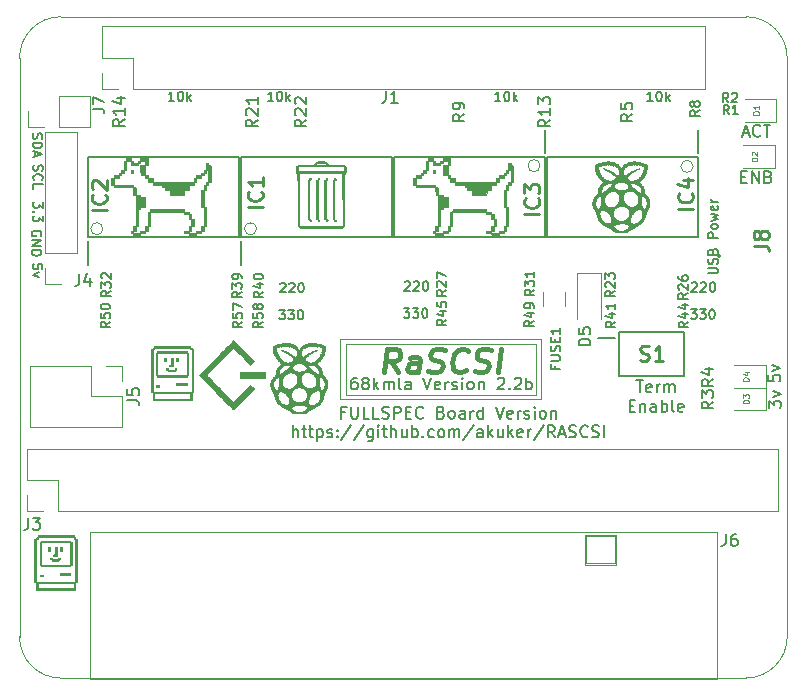
<source format=gbr>
%TF.GenerationSoftware,KiCad,Pcbnew,(5.1.4)-1*%
%TF.CreationDate,2020-08-19T21:04:37-05:00*%
%TF.ProjectId,rascsi_2p2,72617363-7369-45f3-9270-322e6b696361,rev?*%
%TF.SameCoordinates,PX59d60c0PY325aa00*%
%TF.FileFunction,Legend,Top*%
%TF.FilePolarity,Positive*%
%FSLAX46Y46*%
G04 Gerber Fmt 4.6, Leading zero omitted, Abs format (unit mm)*
G04 Created by KiCad (PCBNEW (5.1.4)-1) date 2020-08-19 21:04:37*
%MOMM*%
%LPD*%
G04 APERTURE LIST*
%ADD10C,0.150000*%
%ADD11C,0.120000*%
%ADD12C,0.400000*%
%ADD13C,0.050000*%
%ADD14C,0.200000*%
%ADD15C,0.010000*%
%ADD16C,0.100000*%
%ADD17C,0.254000*%
G04 APERTURE END LIST*
D10*
X111333666Y4008120D02*
X111333666Y3293834D01*
X111286047Y3150977D01*
X111190809Y3055739D01*
X111047952Y3008120D01*
X110952714Y3008120D01*
X112333666Y3008120D02*
X111762238Y3008120D01*
X112047952Y3008120D02*
X112047952Y4008120D01*
X111952714Y3865262D01*
X111857476Y3770024D01*
X111762238Y3722405D01*
X141416904Y-3262571D02*
X141750238Y-3262571D01*
X141893095Y-3786380D02*
X141416904Y-3786380D01*
X141416904Y-2786380D01*
X141893095Y-2786380D01*
X142321666Y-3786380D02*
X142321666Y-2786380D01*
X142893095Y-3786380D01*
X142893095Y-2786380D01*
X143702619Y-3262571D02*
X143845476Y-3310190D01*
X143893095Y-3357809D01*
X143940714Y-3453047D01*
X143940714Y-3595904D01*
X143893095Y-3691142D01*
X143845476Y-3738761D01*
X143750238Y-3786380D01*
X143369285Y-3786380D01*
X143369285Y-2786380D01*
X143702619Y-2786380D01*
X143797857Y-2834000D01*
X143845476Y-2881619D01*
X143893095Y-2976857D01*
X143893095Y-3072095D01*
X143845476Y-3167333D01*
X143797857Y-3214952D01*
X143702619Y-3262571D01*
X143369285Y-3262571D01*
X141535952Y436334D02*
X142012142Y436334D01*
X141440714Y150620D02*
X141774047Y1150620D01*
X142107380Y150620D01*
X143012142Y245858D02*
X142964523Y198239D01*
X142821666Y150620D01*
X142726428Y150620D01*
X142583571Y198239D01*
X142488333Y293477D01*
X142440714Y388715D01*
X142393095Y579191D01*
X142393095Y722048D01*
X142440714Y912524D01*
X142488333Y1007762D01*
X142583571Y1103000D01*
X142726428Y1150620D01*
X142821666Y1150620D01*
X142964523Y1103000D01*
X143012142Y1055381D01*
X143297857Y1150620D02*
X143869285Y1150620D01*
X143583571Y150620D02*
X143583571Y1150620D01*
X138597404Y-11436214D02*
X139245023Y-11436214D01*
X139321214Y-11398119D01*
X139359309Y-11360023D01*
X139397404Y-11283833D01*
X139397404Y-11131452D01*
X139359309Y-11055261D01*
X139321214Y-11017166D01*
X139245023Y-10979071D01*
X138597404Y-10979071D01*
X139359309Y-10636214D02*
X139397404Y-10521928D01*
X139397404Y-10331452D01*
X139359309Y-10255261D01*
X139321214Y-10217166D01*
X139245023Y-10179071D01*
X139168833Y-10179071D01*
X139092642Y-10217166D01*
X139054547Y-10255261D01*
X139016452Y-10331452D01*
X138978357Y-10483833D01*
X138940261Y-10560023D01*
X138902166Y-10598119D01*
X138825976Y-10636214D01*
X138749785Y-10636214D01*
X138673595Y-10598119D01*
X138635500Y-10560023D01*
X138597404Y-10483833D01*
X138597404Y-10293357D01*
X138635500Y-10179071D01*
X138978357Y-9569547D02*
X139016452Y-9455261D01*
X139054547Y-9417166D01*
X139130738Y-9379071D01*
X139245023Y-9379071D01*
X139321214Y-9417166D01*
X139359309Y-9455261D01*
X139397404Y-9531452D01*
X139397404Y-9836214D01*
X138597404Y-9836214D01*
X138597404Y-9569547D01*
X138635500Y-9493357D01*
X138673595Y-9455261D01*
X138749785Y-9417166D01*
X138825976Y-9417166D01*
X138902166Y-9455261D01*
X138940261Y-9493357D01*
X138978357Y-9569547D01*
X138978357Y-9836214D01*
X139397404Y-8426690D02*
X138597404Y-8426690D01*
X138597404Y-8121928D01*
X138635500Y-8045738D01*
X138673595Y-8007642D01*
X138749785Y-7969547D01*
X138864071Y-7969547D01*
X138940261Y-8007642D01*
X138978357Y-8045738D01*
X139016452Y-8121928D01*
X139016452Y-8426690D01*
X139397404Y-7512404D02*
X139359309Y-7588595D01*
X139321214Y-7626690D01*
X139245023Y-7664785D01*
X139016452Y-7664785D01*
X138940261Y-7626690D01*
X138902166Y-7588595D01*
X138864071Y-7512404D01*
X138864071Y-7398119D01*
X138902166Y-7321928D01*
X138940261Y-7283833D01*
X139016452Y-7245738D01*
X139245023Y-7245738D01*
X139321214Y-7283833D01*
X139359309Y-7321928D01*
X139397404Y-7398119D01*
X139397404Y-7512404D01*
X138864071Y-6979071D02*
X139397404Y-6826690D01*
X139016452Y-6674309D01*
X139397404Y-6521928D01*
X138864071Y-6369547D01*
X139359309Y-5760023D02*
X139397404Y-5836214D01*
X139397404Y-5988595D01*
X139359309Y-6064785D01*
X139283119Y-6102880D01*
X138978357Y-6102880D01*
X138902166Y-6064785D01*
X138864071Y-5988595D01*
X138864071Y-5836214D01*
X138902166Y-5760023D01*
X138978357Y-5721928D01*
X139054547Y-5721928D01*
X139130738Y-6102880D01*
X139397404Y-5379071D02*
X138864071Y-5379071D01*
X139016452Y-5379071D02*
X138940261Y-5340976D01*
X138902166Y-5302880D01*
X138864071Y-5226690D01*
X138864071Y-5150500D01*
X140099166Y-33520380D02*
X140099166Y-34234666D01*
X140051547Y-34377523D01*
X139956309Y-34472761D01*
X139813452Y-34520380D01*
X139718214Y-34520380D01*
X141003928Y-33520380D02*
X140813452Y-33520380D01*
X140718214Y-33568000D01*
X140670595Y-33615619D01*
X140575357Y-33758476D01*
X140527738Y-33948952D01*
X140527738Y-34329904D01*
X140575357Y-34425142D01*
X140622976Y-34472761D01*
X140718214Y-34520380D01*
X140908690Y-34520380D01*
X141003928Y-34472761D01*
X141051547Y-34425142D01*
X141099166Y-34329904D01*
X141099166Y-34091809D01*
X141051547Y-33996571D01*
X141003928Y-33948952D01*
X140908690Y-33901333D01*
X140718214Y-33901333D01*
X140622976Y-33948952D01*
X140575357Y-33996571D01*
X140527738Y-34091809D01*
D11*
X137324953Y-2381500D02*
G75*
G03X137324953Y-2381500I-511953J0D01*
G01*
X124370953Y-2318000D02*
G75*
G03X124370953Y-2318000I-511953J0D01*
G01*
D10*
X143758380Y-22844285D02*
X143758380Y-22225238D01*
X144139333Y-22558571D01*
X144139333Y-22415714D01*
X144186952Y-22320476D01*
X144234571Y-22272857D01*
X144329809Y-22225238D01*
X144567904Y-22225238D01*
X144663142Y-22272857D01*
X144710761Y-22320476D01*
X144758380Y-22415714D01*
X144758380Y-22701428D01*
X144710761Y-22796666D01*
X144663142Y-22844285D01*
X144091714Y-21891904D02*
X144758380Y-21653809D01*
X144091714Y-21415714D01*
X143694880Y-20050357D02*
X143694880Y-20526547D01*
X144171071Y-20574166D01*
X144123452Y-20526547D01*
X144075833Y-20431309D01*
X144075833Y-20193214D01*
X144123452Y-20097976D01*
X144171071Y-20050357D01*
X144266309Y-20002738D01*
X144504404Y-20002738D01*
X144599642Y-20050357D01*
X144647261Y-20097976D01*
X144694880Y-20193214D01*
X144694880Y-20431309D01*
X144647261Y-20526547D01*
X144599642Y-20574166D01*
X144028214Y-19669404D02*
X144694880Y-19431309D01*
X144028214Y-19193214D01*
X103453333Y-25312880D02*
X103453333Y-24312880D01*
X103881904Y-25312880D02*
X103881904Y-24789071D01*
X103834285Y-24693833D01*
X103739047Y-24646214D01*
X103596190Y-24646214D01*
X103500952Y-24693833D01*
X103453333Y-24741452D01*
X104215238Y-24646214D02*
X104596190Y-24646214D01*
X104358095Y-24312880D02*
X104358095Y-25170023D01*
X104405714Y-25265261D01*
X104500952Y-25312880D01*
X104596190Y-25312880D01*
X104786666Y-24646214D02*
X105167619Y-24646214D01*
X104929523Y-24312880D02*
X104929523Y-25170023D01*
X104977142Y-25265261D01*
X105072380Y-25312880D01*
X105167619Y-25312880D01*
X105500952Y-24646214D02*
X105500952Y-25646214D01*
X105500952Y-24693833D02*
X105596190Y-24646214D01*
X105786666Y-24646214D01*
X105881904Y-24693833D01*
X105929523Y-24741452D01*
X105977142Y-24836690D01*
X105977142Y-25122404D01*
X105929523Y-25217642D01*
X105881904Y-25265261D01*
X105786666Y-25312880D01*
X105596190Y-25312880D01*
X105500952Y-25265261D01*
X106358095Y-25265261D02*
X106453333Y-25312880D01*
X106643809Y-25312880D01*
X106739047Y-25265261D01*
X106786666Y-25170023D01*
X106786666Y-25122404D01*
X106739047Y-25027166D01*
X106643809Y-24979547D01*
X106500952Y-24979547D01*
X106405714Y-24931928D01*
X106358095Y-24836690D01*
X106358095Y-24789071D01*
X106405714Y-24693833D01*
X106500952Y-24646214D01*
X106643809Y-24646214D01*
X106739047Y-24693833D01*
X107215238Y-25217642D02*
X107262857Y-25265261D01*
X107215238Y-25312880D01*
X107167619Y-25265261D01*
X107215238Y-25217642D01*
X107215238Y-25312880D01*
X107215238Y-24693833D02*
X107262857Y-24741452D01*
X107215238Y-24789071D01*
X107167619Y-24741452D01*
X107215238Y-24693833D01*
X107215238Y-24789071D01*
X108405714Y-24265261D02*
X107548571Y-25550976D01*
X109453333Y-24265261D02*
X108596190Y-25550976D01*
X110215238Y-24646214D02*
X110215238Y-25455738D01*
X110167619Y-25550976D01*
X110120000Y-25598595D01*
X110024761Y-25646214D01*
X109881904Y-25646214D01*
X109786666Y-25598595D01*
X110215238Y-25265261D02*
X110120000Y-25312880D01*
X109929523Y-25312880D01*
X109834285Y-25265261D01*
X109786666Y-25217642D01*
X109739047Y-25122404D01*
X109739047Y-24836690D01*
X109786666Y-24741452D01*
X109834285Y-24693833D01*
X109929523Y-24646214D01*
X110120000Y-24646214D01*
X110215238Y-24693833D01*
X110691428Y-25312880D02*
X110691428Y-24646214D01*
X110691428Y-24312880D02*
X110643809Y-24360500D01*
X110691428Y-24408119D01*
X110739047Y-24360500D01*
X110691428Y-24312880D01*
X110691428Y-24408119D01*
X111024761Y-24646214D02*
X111405714Y-24646214D01*
X111167619Y-24312880D02*
X111167619Y-25170023D01*
X111215238Y-25265261D01*
X111310476Y-25312880D01*
X111405714Y-25312880D01*
X111739047Y-25312880D02*
X111739047Y-24312880D01*
X112167619Y-25312880D02*
X112167619Y-24789071D01*
X112120000Y-24693833D01*
X112024761Y-24646214D01*
X111881904Y-24646214D01*
X111786666Y-24693833D01*
X111739047Y-24741452D01*
X113072380Y-24646214D02*
X113072380Y-25312880D01*
X112643809Y-24646214D02*
X112643809Y-25170023D01*
X112691428Y-25265261D01*
X112786666Y-25312880D01*
X112929523Y-25312880D01*
X113024761Y-25265261D01*
X113072380Y-25217642D01*
X113548571Y-25312880D02*
X113548571Y-24312880D01*
X113548571Y-24693833D02*
X113643809Y-24646214D01*
X113834285Y-24646214D01*
X113929523Y-24693833D01*
X113977142Y-24741452D01*
X114024761Y-24836690D01*
X114024761Y-25122404D01*
X113977142Y-25217642D01*
X113929523Y-25265261D01*
X113834285Y-25312880D01*
X113643809Y-25312880D01*
X113548571Y-25265261D01*
X114453333Y-25217642D02*
X114500952Y-25265261D01*
X114453333Y-25312880D01*
X114405714Y-25265261D01*
X114453333Y-25217642D01*
X114453333Y-25312880D01*
X115358095Y-25265261D02*
X115262857Y-25312880D01*
X115072380Y-25312880D01*
X114977142Y-25265261D01*
X114929523Y-25217642D01*
X114881904Y-25122404D01*
X114881904Y-24836690D01*
X114929523Y-24741452D01*
X114977142Y-24693833D01*
X115072380Y-24646214D01*
X115262857Y-24646214D01*
X115358095Y-24693833D01*
X115929523Y-25312880D02*
X115834285Y-25265261D01*
X115786666Y-25217642D01*
X115739047Y-25122404D01*
X115739047Y-24836690D01*
X115786666Y-24741452D01*
X115834285Y-24693833D01*
X115929523Y-24646214D01*
X116072380Y-24646214D01*
X116167619Y-24693833D01*
X116215238Y-24741452D01*
X116262857Y-24836690D01*
X116262857Y-25122404D01*
X116215238Y-25217642D01*
X116167619Y-25265261D01*
X116072380Y-25312880D01*
X115929523Y-25312880D01*
X116691428Y-25312880D02*
X116691428Y-24646214D01*
X116691428Y-24741452D02*
X116739047Y-24693833D01*
X116834285Y-24646214D01*
X116977142Y-24646214D01*
X117072380Y-24693833D01*
X117120000Y-24789071D01*
X117120000Y-25312880D01*
X117120000Y-24789071D02*
X117167619Y-24693833D01*
X117262857Y-24646214D01*
X117405714Y-24646214D01*
X117500952Y-24693833D01*
X117548571Y-24789071D01*
X117548571Y-25312880D01*
X118739047Y-24265261D02*
X117881904Y-25550976D01*
X119500952Y-25312880D02*
X119500952Y-24789071D01*
X119453333Y-24693833D01*
X119358095Y-24646214D01*
X119167619Y-24646214D01*
X119072380Y-24693833D01*
X119500952Y-25265261D02*
X119405714Y-25312880D01*
X119167619Y-25312880D01*
X119072380Y-25265261D01*
X119024761Y-25170023D01*
X119024761Y-25074785D01*
X119072380Y-24979547D01*
X119167619Y-24931928D01*
X119405714Y-24931928D01*
X119500952Y-24884309D01*
X119977142Y-25312880D02*
X119977142Y-24312880D01*
X120072380Y-24931928D02*
X120358095Y-25312880D01*
X120358095Y-24646214D02*
X119977142Y-25027166D01*
X121215238Y-24646214D02*
X121215238Y-25312880D01*
X120786666Y-24646214D02*
X120786666Y-25170023D01*
X120834285Y-25265261D01*
X120929523Y-25312880D01*
X121072380Y-25312880D01*
X121167619Y-25265261D01*
X121215238Y-25217642D01*
X121691428Y-25312880D02*
X121691428Y-24312880D01*
X121786666Y-24931928D02*
X122072380Y-25312880D01*
X122072380Y-24646214D02*
X121691428Y-25027166D01*
X122881904Y-25265261D02*
X122786666Y-25312880D01*
X122596190Y-25312880D01*
X122500952Y-25265261D01*
X122453333Y-25170023D01*
X122453333Y-24789071D01*
X122500952Y-24693833D01*
X122596190Y-24646214D01*
X122786666Y-24646214D01*
X122881904Y-24693833D01*
X122929523Y-24789071D01*
X122929523Y-24884309D01*
X122453333Y-24979547D01*
X123358095Y-25312880D02*
X123358095Y-24646214D01*
X123358095Y-24836690D02*
X123405714Y-24741452D01*
X123453333Y-24693833D01*
X123548571Y-24646214D01*
X123643809Y-24646214D01*
X124691428Y-24265261D02*
X123834285Y-25550976D01*
X125596190Y-25312880D02*
X125262857Y-24836690D01*
X125024761Y-25312880D02*
X125024761Y-24312880D01*
X125405714Y-24312880D01*
X125500952Y-24360500D01*
X125548571Y-24408119D01*
X125596190Y-24503357D01*
X125596190Y-24646214D01*
X125548571Y-24741452D01*
X125500952Y-24789071D01*
X125405714Y-24836690D01*
X125024761Y-24836690D01*
X125977142Y-25027166D02*
X126453333Y-25027166D01*
X125881904Y-25312880D02*
X126215238Y-24312880D01*
X126548571Y-25312880D01*
X126834285Y-25265261D02*
X126977142Y-25312880D01*
X127215238Y-25312880D01*
X127310476Y-25265261D01*
X127358095Y-25217642D01*
X127405714Y-25122404D01*
X127405714Y-25027166D01*
X127358095Y-24931928D01*
X127310476Y-24884309D01*
X127215238Y-24836690D01*
X127024761Y-24789071D01*
X126929523Y-24741452D01*
X126881904Y-24693833D01*
X126834285Y-24598595D01*
X126834285Y-24503357D01*
X126881904Y-24408119D01*
X126929523Y-24360500D01*
X127024761Y-24312880D01*
X127262857Y-24312880D01*
X127405714Y-24360500D01*
X128405714Y-25217642D02*
X128358095Y-25265261D01*
X128215238Y-25312880D01*
X128120000Y-25312880D01*
X127977142Y-25265261D01*
X127881904Y-25170023D01*
X127834285Y-25074785D01*
X127786666Y-24884309D01*
X127786666Y-24741452D01*
X127834285Y-24550976D01*
X127881904Y-24455738D01*
X127977142Y-24360500D01*
X128120000Y-24312880D01*
X128215238Y-24312880D01*
X128358095Y-24360500D01*
X128405714Y-24408119D01*
X128786666Y-25265261D02*
X128929523Y-25312880D01*
X129167619Y-25312880D01*
X129262857Y-25265261D01*
X129310476Y-25217642D01*
X129358095Y-25122404D01*
X129358095Y-25027166D01*
X129310476Y-24931928D01*
X129262857Y-24884309D01*
X129167619Y-24836690D01*
X128977142Y-24789071D01*
X128881904Y-24741452D01*
X128834285Y-24693833D01*
X128786666Y-24598595D01*
X128786666Y-24503357D01*
X128834285Y-24408119D01*
X128881904Y-24360500D01*
X128977142Y-24312880D01*
X129215238Y-24312880D01*
X129358095Y-24360500D01*
X129786666Y-25312880D02*
X129786666Y-24312880D01*
X112822828Y-14402104D02*
X113318066Y-14402104D01*
X113051400Y-14706866D01*
X113165685Y-14706866D01*
X113241876Y-14744961D01*
X113279971Y-14783057D01*
X113318066Y-14859247D01*
X113318066Y-15049723D01*
X113279971Y-15125914D01*
X113241876Y-15164009D01*
X113165685Y-15202104D01*
X112937114Y-15202104D01*
X112860923Y-15164009D01*
X112822828Y-15125914D01*
X113584733Y-14402104D02*
X114079971Y-14402104D01*
X113813304Y-14706866D01*
X113927590Y-14706866D01*
X114003780Y-14744961D01*
X114041876Y-14783057D01*
X114079971Y-14859247D01*
X114079971Y-15049723D01*
X114041876Y-15125914D01*
X114003780Y-15164009D01*
X113927590Y-15202104D01*
X113699019Y-15202104D01*
X113622828Y-15164009D01*
X113584733Y-15125914D01*
X114575209Y-14402104D02*
X114651400Y-14402104D01*
X114727590Y-14440200D01*
X114765685Y-14478295D01*
X114803780Y-14554485D01*
X114841876Y-14706866D01*
X114841876Y-14897342D01*
X114803780Y-15049723D01*
X114765685Y-15125914D01*
X114727590Y-15164009D01*
X114651400Y-15202104D01*
X114575209Y-15202104D01*
X114499019Y-15164009D01*
X114460923Y-15125914D01*
X114422828Y-15049723D01*
X114384733Y-14897342D01*
X114384733Y-14706866D01*
X114422828Y-14554485D01*
X114460923Y-14478295D01*
X114499019Y-14440200D01*
X114575209Y-14402104D01*
X112911723Y-12192295D02*
X112949819Y-12154200D01*
X113026009Y-12116104D01*
X113216485Y-12116104D01*
X113292676Y-12154200D01*
X113330771Y-12192295D01*
X113368866Y-12268485D01*
X113368866Y-12344676D01*
X113330771Y-12458961D01*
X112873628Y-12916104D01*
X113368866Y-12916104D01*
X113673628Y-12192295D02*
X113711723Y-12154200D01*
X113787914Y-12116104D01*
X113978390Y-12116104D01*
X114054580Y-12154200D01*
X114092676Y-12192295D01*
X114130771Y-12268485D01*
X114130771Y-12344676D01*
X114092676Y-12458961D01*
X113635533Y-12916104D01*
X114130771Y-12916104D01*
X114626009Y-12116104D02*
X114702200Y-12116104D01*
X114778390Y-12154200D01*
X114816485Y-12192295D01*
X114854580Y-12268485D01*
X114892676Y-12420866D01*
X114892676Y-12611342D01*
X114854580Y-12763723D01*
X114816485Y-12839914D01*
X114778390Y-12878009D01*
X114702200Y-12916104D01*
X114626009Y-12916104D01*
X114549819Y-12878009D01*
X114511723Y-12839914D01*
X114473628Y-12763723D01*
X114435533Y-12611342D01*
X114435533Y-12420866D01*
X114473628Y-12268485D01*
X114511723Y-12192295D01*
X114549819Y-12154200D01*
X114626009Y-12116104D01*
D11*
X89950000Y6826000D02*
X87283000Y6826000D01*
X89950000Y4159000D02*
X89950000Y6826000D01*
X138337000Y4159000D02*
X89950000Y4159000D01*
X138337000Y9493000D02*
X138337000Y4159000D01*
X87283000Y9493000D02*
X138337000Y9493000D01*
X87283000Y6826000D02*
X87283000Y9493000D01*
X87283000Y4159000D02*
X87283000Y5556000D01*
X88680000Y4159000D02*
X87283000Y4159000D01*
X128304000Y-35973000D02*
X128304000Y-33687000D01*
X130717000Y-35973000D02*
X128304000Y-35973000D01*
X130717000Y-33687000D02*
X130717000Y-35973000D01*
X128304000Y-33687000D02*
X130717000Y-33687000D01*
X128177000Y-36100000D02*
X128177000Y-33560000D01*
X130844000Y-36100000D02*
X128177000Y-36100000D01*
X130844000Y-33560000D02*
X130844000Y-36100000D01*
X128177000Y-33560000D02*
X130844000Y-33560000D01*
X139353000Y-33306000D02*
X86267000Y-33306000D01*
X139353000Y-45752000D02*
X139353000Y-33306000D01*
X86267000Y-45752000D02*
X139353000Y-45752000D01*
X86267000Y-33306000D02*
X86267000Y-45752000D01*
D10*
X133923809Y3162096D02*
X133466666Y3162096D01*
X133695238Y3162096D02*
X133695238Y3962096D01*
X133619047Y3847810D01*
X133542857Y3771620D01*
X133466666Y3733524D01*
X134419047Y3962096D02*
X134495238Y3962096D01*
X134571428Y3924000D01*
X134609523Y3885905D01*
X134647619Y3809715D01*
X134685714Y3657334D01*
X134685714Y3466858D01*
X134647619Y3314477D01*
X134609523Y3238286D01*
X134571428Y3200191D01*
X134495238Y3162096D01*
X134419047Y3162096D01*
X134342857Y3200191D01*
X134304761Y3238286D01*
X134266666Y3314477D01*
X134228571Y3466858D01*
X134228571Y3657334D01*
X134266666Y3809715D01*
X134304761Y3885905D01*
X134342857Y3924000D01*
X134419047Y3962096D01*
X135028571Y3162096D02*
X135028571Y3962096D01*
X135104761Y3466858D02*
X135333333Y3162096D01*
X135333333Y3695429D02*
X135028571Y3390667D01*
X121020609Y3162096D02*
X120563466Y3162096D01*
X120792038Y3162096D02*
X120792038Y3962096D01*
X120715847Y3847810D01*
X120639657Y3771620D01*
X120563466Y3733524D01*
X121515847Y3962096D02*
X121592038Y3962096D01*
X121668228Y3924000D01*
X121706323Y3885905D01*
X121744419Y3809715D01*
X121782514Y3657334D01*
X121782514Y3466858D01*
X121744419Y3314477D01*
X121706323Y3238286D01*
X121668228Y3200191D01*
X121592038Y3162096D01*
X121515847Y3162096D01*
X121439657Y3200191D01*
X121401561Y3238286D01*
X121363466Y3314477D01*
X121325371Y3466858D01*
X121325371Y3657334D01*
X121363466Y3809715D01*
X121401561Y3885905D01*
X121439657Y3924000D01*
X121515847Y3962096D01*
X122125371Y3162096D02*
X122125371Y3962096D01*
X122201561Y3466858D02*
X122430133Y3162096D01*
X122430133Y3695429D02*
X122125371Y3390667D01*
X101792809Y3162096D02*
X101335666Y3162096D01*
X101564238Y3162096D02*
X101564238Y3962096D01*
X101488047Y3847810D01*
X101411857Y3771620D01*
X101335666Y3733524D01*
X102288047Y3962096D02*
X102364238Y3962096D01*
X102440428Y3924000D01*
X102478523Y3885905D01*
X102516619Y3809715D01*
X102554714Y3657334D01*
X102554714Y3466858D01*
X102516619Y3314477D01*
X102478523Y3238286D01*
X102440428Y3200191D01*
X102364238Y3162096D01*
X102288047Y3162096D01*
X102211857Y3200191D01*
X102173761Y3238286D01*
X102135666Y3314477D01*
X102097571Y3466858D01*
X102097571Y3657334D01*
X102135666Y3809715D01*
X102173761Y3885905D01*
X102211857Y3924000D01*
X102288047Y3962096D01*
X102897571Y3162096D02*
X102897571Y3962096D01*
X102973761Y3466858D02*
X103202333Y3162096D01*
X103202333Y3695429D02*
X102897571Y3390667D01*
X81447390Y431429D02*
X81409295Y317143D01*
X81409295Y126667D01*
X81447390Y50477D01*
X81485485Y12381D01*
X81561676Y-25714D01*
X81637866Y-25714D01*
X81714057Y12381D01*
X81752152Y50477D01*
X81790247Y126667D01*
X81828342Y279048D01*
X81866438Y355239D01*
X81904533Y393334D01*
X81980723Y431429D01*
X82056914Y431429D01*
X82133104Y393334D01*
X82171200Y355239D01*
X82209295Y279048D01*
X82209295Y88572D01*
X82171200Y-25714D01*
X81409295Y-368571D02*
X82209295Y-368571D01*
X82209295Y-559047D01*
X82171200Y-673333D01*
X82095009Y-749523D01*
X82018819Y-787619D01*
X81866438Y-825714D01*
X81752152Y-825714D01*
X81599771Y-787619D01*
X81523580Y-749523D01*
X81447390Y-673333D01*
X81409295Y-559047D01*
X81409295Y-368571D01*
X81637866Y-1130476D02*
X81637866Y-1511428D01*
X81409295Y-1054285D02*
X82209295Y-1320952D01*
X81409295Y-1587619D01*
X81498190Y-2280019D02*
X81460095Y-2394304D01*
X81460095Y-2584780D01*
X81498190Y-2660971D01*
X81536285Y-2699066D01*
X81612476Y-2737161D01*
X81688666Y-2737161D01*
X81764857Y-2699066D01*
X81802952Y-2660971D01*
X81841047Y-2584780D01*
X81879142Y-2432400D01*
X81917238Y-2356209D01*
X81955333Y-2318114D01*
X82031523Y-2280019D01*
X82107714Y-2280019D01*
X82183904Y-2318114D01*
X82222000Y-2356209D01*
X82260095Y-2432400D01*
X82260095Y-2622876D01*
X82222000Y-2737161D01*
X81536285Y-3537161D02*
X81498190Y-3499066D01*
X81460095Y-3384780D01*
X81460095Y-3308590D01*
X81498190Y-3194304D01*
X81574380Y-3118114D01*
X81650571Y-3080019D01*
X81802952Y-3041923D01*
X81917238Y-3041923D01*
X82069619Y-3080019D01*
X82145809Y-3118114D01*
X82222000Y-3194304D01*
X82260095Y-3308590D01*
X82260095Y-3384780D01*
X82222000Y-3499066D01*
X82183904Y-3537161D01*
X81460095Y-4260971D02*
X81460095Y-3880019D01*
X82260095Y-3880019D01*
X82260095Y-5391504D02*
X82260095Y-5886742D01*
X81955333Y-5620076D01*
X81955333Y-5734361D01*
X81917238Y-5810552D01*
X81879142Y-5848647D01*
X81802952Y-5886742D01*
X81612476Y-5886742D01*
X81536285Y-5848647D01*
X81498190Y-5810552D01*
X81460095Y-5734361D01*
X81460095Y-5505790D01*
X81498190Y-5429600D01*
X81536285Y-5391504D01*
X81536285Y-6229600D02*
X81498190Y-6267695D01*
X81460095Y-6229600D01*
X81498190Y-6191504D01*
X81536285Y-6229600D01*
X81460095Y-6229600D01*
X82260095Y-6534361D02*
X82260095Y-7029600D01*
X81955333Y-6762933D01*
X81955333Y-6877219D01*
X81917238Y-6953409D01*
X81879142Y-6991504D01*
X81802952Y-7029600D01*
X81612476Y-7029600D01*
X81536285Y-6991504D01*
X81498190Y-6953409D01*
X81460095Y-6877219D01*
X81460095Y-6648647D01*
X81498190Y-6572457D01*
X81536285Y-6534361D01*
X82120400Y-8261676D02*
X82158495Y-8185485D01*
X82158495Y-8071200D01*
X82120400Y-7956914D01*
X82044209Y-7880723D01*
X81968019Y-7842628D01*
X81815638Y-7804533D01*
X81701352Y-7804533D01*
X81548971Y-7842628D01*
X81472780Y-7880723D01*
X81396590Y-7956914D01*
X81358495Y-8071200D01*
X81358495Y-8147390D01*
X81396590Y-8261676D01*
X81434685Y-8299771D01*
X81701352Y-8299771D01*
X81701352Y-8147390D01*
X81358495Y-8642628D02*
X82158495Y-8642628D01*
X81358495Y-9099771D01*
X82158495Y-9099771D01*
X81358495Y-9480723D02*
X82158495Y-9480723D01*
X82158495Y-9671200D01*
X82120400Y-9785485D01*
X82044209Y-9861676D01*
X81968019Y-9899771D01*
X81815638Y-9937866D01*
X81701352Y-9937866D01*
X81548971Y-9899771D01*
X81472780Y-9861676D01*
X81396590Y-9785485D01*
X81358495Y-9671200D01*
X81358495Y-9480723D01*
X82209295Y-11042914D02*
X82209295Y-10661961D01*
X81828342Y-10623866D01*
X81866438Y-10661961D01*
X81904533Y-10738152D01*
X81904533Y-10928628D01*
X81866438Y-11004819D01*
X81828342Y-11042914D01*
X81752152Y-11081009D01*
X81561676Y-11081009D01*
X81485485Y-11042914D01*
X81447390Y-11004819D01*
X81409295Y-10928628D01*
X81409295Y-10738152D01*
X81447390Y-10661961D01*
X81485485Y-10623866D01*
X81942628Y-11347676D02*
X81409295Y-11538152D01*
X81942628Y-11728628D01*
X102370723Y-12319295D02*
X102408819Y-12281200D01*
X102485009Y-12243104D01*
X102675485Y-12243104D01*
X102751676Y-12281200D01*
X102789771Y-12319295D01*
X102827866Y-12395485D01*
X102827866Y-12471676D01*
X102789771Y-12585961D01*
X102332628Y-13043104D01*
X102827866Y-13043104D01*
X103132628Y-12319295D02*
X103170723Y-12281200D01*
X103246914Y-12243104D01*
X103437390Y-12243104D01*
X103513580Y-12281200D01*
X103551676Y-12319295D01*
X103589771Y-12395485D01*
X103589771Y-12471676D01*
X103551676Y-12585961D01*
X103094533Y-13043104D01*
X103589771Y-13043104D01*
X104085009Y-12243104D02*
X104161200Y-12243104D01*
X104237390Y-12281200D01*
X104275485Y-12319295D01*
X104313580Y-12395485D01*
X104351676Y-12547866D01*
X104351676Y-12738342D01*
X104313580Y-12890723D01*
X104275485Y-12966914D01*
X104237390Y-13005009D01*
X104161200Y-13043104D01*
X104085009Y-13043104D01*
X104008819Y-13005009D01*
X103970723Y-12966914D01*
X103932628Y-12890723D01*
X103894533Y-12738342D01*
X103894533Y-12547866D01*
X103932628Y-12395485D01*
X103970723Y-12319295D01*
X104008819Y-12281200D01*
X104085009Y-12243104D01*
X102281828Y-14529104D02*
X102777066Y-14529104D01*
X102510400Y-14833866D01*
X102624685Y-14833866D01*
X102700876Y-14871961D01*
X102738971Y-14910057D01*
X102777066Y-14986247D01*
X102777066Y-15176723D01*
X102738971Y-15252914D01*
X102700876Y-15291009D01*
X102624685Y-15329104D01*
X102396114Y-15329104D01*
X102319923Y-15291009D01*
X102281828Y-15252914D01*
X103043733Y-14529104D02*
X103538971Y-14529104D01*
X103272304Y-14833866D01*
X103386590Y-14833866D01*
X103462780Y-14871961D01*
X103500876Y-14910057D01*
X103538971Y-14986247D01*
X103538971Y-15176723D01*
X103500876Y-15252914D01*
X103462780Y-15291009D01*
X103386590Y-15329104D01*
X103158019Y-15329104D01*
X103081828Y-15291009D01*
X103043733Y-15252914D01*
X104034209Y-14529104D02*
X104110400Y-14529104D01*
X104186590Y-14567200D01*
X104224685Y-14605295D01*
X104262780Y-14681485D01*
X104300876Y-14833866D01*
X104300876Y-15024342D01*
X104262780Y-15176723D01*
X104224685Y-15252914D01*
X104186590Y-15291009D01*
X104110400Y-15329104D01*
X104034209Y-15329104D01*
X103958019Y-15291009D01*
X103919923Y-15252914D01*
X103881828Y-15176723D01*
X103843733Y-15024342D01*
X103843733Y-14833866D01*
X103881828Y-14681485D01*
X103919923Y-14605295D01*
X103958019Y-14567200D01*
X104034209Y-14529104D01*
X137130628Y-14478304D02*
X137625866Y-14478304D01*
X137359200Y-14783066D01*
X137473485Y-14783066D01*
X137549676Y-14821161D01*
X137587771Y-14859257D01*
X137625866Y-14935447D01*
X137625866Y-15125923D01*
X137587771Y-15202114D01*
X137549676Y-15240209D01*
X137473485Y-15278304D01*
X137244914Y-15278304D01*
X137168723Y-15240209D01*
X137130628Y-15202114D01*
X137892533Y-14478304D02*
X138387771Y-14478304D01*
X138121104Y-14783066D01*
X138235390Y-14783066D01*
X138311580Y-14821161D01*
X138349676Y-14859257D01*
X138387771Y-14935447D01*
X138387771Y-15125923D01*
X138349676Y-15202114D01*
X138311580Y-15240209D01*
X138235390Y-15278304D01*
X138006819Y-15278304D01*
X137930628Y-15240209D01*
X137892533Y-15202114D01*
X138883009Y-14478304D02*
X138959200Y-14478304D01*
X139035390Y-14516400D01*
X139073485Y-14554495D01*
X139111580Y-14630685D01*
X139149676Y-14783066D01*
X139149676Y-14973542D01*
X139111580Y-15125923D01*
X139073485Y-15202114D01*
X139035390Y-15240209D01*
X138959200Y-15278304D01*
X138883009Y-15278304D01*
X138806819Y-15240209D01*
X138768723Y-15202114D01*
X138730628Y-15125923D01*
X138692533Y-14973542D01*
X138692533Y-14783066D01*
X138730628Y-14630685D01*
X138768723Y-14554495D01*
X138806819Y-14516400D01*
X138883009Y-14478304D01*
X137219523Y-12268495D02*
X137257619Y-12230400D01*
X137333809Y-12192304D01*
X137524285Y-12192304D01*
X137600476Y-12230400D01*
X137638571Y-12268495D01*
X137676666Y-12344685D01*
X137676666Y-12420876D01*
X137638571Y-12535161D01*
X137181428Y-12992304D01*
X137676666Y-12992304D01*
X137981428Y-12268495D02*
X138019523Y-12230400D01*
X138095714Y-12192304D01*
X138286190Y-12192304D01*
X138362380Y-12230400D01*
X138400476Y-12268495D01*
X138438571Y-12344685D01*
X138438571Y-12420876D01*
X138400476Y-12535161D01*
X137943333Y-12992304D01*
X138438571Y-12992304D01*
X138933809Y-12192304D02*
X139010000Y-12192304D01*
X139086190Y-12230400D01*
X139124285Y-12268495D01*
X139162380Y-12344685D01*
X139200476Y-12497066D01*
X139200476Y-12687542D01*
X139162380Y-12839923D01*
X139124285Y-12916114D01*
X139086190Y-12954209D01*
X139010000Y-12992304D01*
X138933809Y-12992304D01*
X138857619Y-12954209D01*
X138819523Y-12916114D01*
X138781428Y-12839923D01*
X138743333Y-12687542D01*
X138743333Y-12497066D01*
X138781428Y-12344685D01*
X138819523Y-12268495D01*
X138857619Y-12230400D01*
X138933809Y-12192304D01*
X93385409Y3162096D02*
X92928266Y3162096D01*
X93156838Y3162096D02*
X93156838Y3962096D01*
X93080647Y3847810D01*
X93004457Y3771620D01*
X92928266Y3733524D01*
X93880647Y3962096D02*
X93956838Y3962096D01*
X94033028Y3924000D01*
X94071123Y3885905D01*
X94109219Y3809715D01*
X94147314Y3657334D01*
X94147314Y3466858D01*
X94109219Y3314477D01*
X94071123Y3238286D01*
X94033028Y3200191D01*
X93956838Y3162096D01*
X93880647Y3162096D01*
X93804457Y3200191D01*
X93766361Y3238286D01*
X93728266Y3314477D01*
X93690171Y3466858D01*
X93690171Y3657334D01*
X93728266Y3809715D01*
X93766361Y3885905D01*
X93804457Y3924000D01*
X93880647Y3962096D01*
X94490171Y3162096D02*
X94490171Y3962096D01*
X94566361Y3466858D02*
X94794933Y3162096D01*
X94794933Y3695429D02*
X94490171Y3390667D01*
X107858095Y-23201571D02*
X107524761Y-23201571D01*
X107524761Y-23725380D02*
X107524761Y-22725380D01*
X108000952Y-22725380D01*
X108381904Y-22725380D02*
X108381904Y-23534904D01*
X108429523Y-23630142D01*
X108477142Y-23677761D01*
X108572380Y-23725380D01*
X108762857Y-23725380D01*
X108858095Y-23677761D01*
X108905714Y-23630142D01*
X108953333Y-23534904D01*
X108953333Y-22725380D01*
X109905714Y-23725380D02*
X109429523Y-23725380D01*
X109429523Y-22725380D01*
X110715238Y-23725380D02*
X110239047Y-23725380D01*
X110239047Y-22725380D01*
X111000952Y-23677761D02*
X111143809Y-23725380D01*
X111381904Y-23725380D01*
X111477142Y-23677761D01*
X111524761Y-23630142D01*
X111572380Y-23534904D01*
X111572380Y-23439666D01*
X111524761Y-23344428D01*
X111477142Y-23296809D01*
X111381904Y-23249190D01*
X111191428Y-23201571D01*
X111096190Y-23153952D01*
X111048571Y-23106333D01*
X111000952Y-23011095D01*
X111000952Y-22915857D01*
X111048571Y-22820619D01*
X111096190Y-22773000D01*
X111191428Y-22725380D01*
X111429523Y-22725380D01*
X111572380Y-22773000D01*
X112000952Y-23725380D02*
X112000952Y-22725380D01*
X112381904Y-22725380D01*
X112477142Y-22773000D01*
X112524761Y-22820619D01*
X112572380Y-22915857D01*
X112572380Y-23058714D01*
X112524761Y-23153952D01*
X112477142Y-23201571D01*
X112381904Y-23249190D01*
X112000952Y-23249190D01*
X113000952Y-23201571D02*
X113334285Y-23201571D01*
X113477142Y-23725380D02*
X113000952Y-23725380D01*
X113000952Y-22725380D01*
X113477142Y-22725380D01*
X114477142Y-23630142D02*
X114429523Y-23677761D01*
X114286666Y-23725380D01*
X114191428Y-23725380D01*
X114048571Y-23677761D01*
X113953333Y-23582523D01*
X113905714Y-23487285D01*
X113858095Y-23296809D01*
X113858095Y-23153952D01*
X113905714Y-22963476D01*
X113953333Y-22868238D01*
X114048571Y-22773000D01*
X114191428Y-22725380D01*
X114286666Y-22725380D01*
X114429523Y-22773000D01*
X114477142Y-22820619D01*
X116000952Y-23201571D02*
X116143809Y-23249190D01*
X116191428Y-23296809D01*
X116239047Y-23392047D01*
X116239047Y-23534904D01*
X116191428Y-23630142D01*
X116143809Y-23677761D01*
X116048571Y-23725380D01*
X115667619Y-23725380D01*
X115667619Y-22725380D01*
X116000952Y-22725380D01*
X116096190Y-22773000D01*
X116143809Y-22820619D01*
X116191428Y-22915857D01*
X116191428Y-23011095D01*
X116143809Y-23106333D01*
X116096190Y-23153952D01*
X116000952Y-23201571D01*
X115667619Y-23201571D01*
X116810476Y-23725380D02*
X116715238Y-23677761D01*
X116667619Y-23630142D01*
X116620000Y-23534904D01*
X116620000Y-23249190D01*
X116667619Y-23153952D01*
X116715238Y-23106333D01*
X116810476Y-23058714D01*
X116953333Y-23058714D01*
X117048571Y-23106333D01*
X117096190Y-23153952D01*
X117143809Y-23249190D01*
X117143809Y-23534904D01*
X117096190Y-23630142D01*
X117048571Y-23677761D01*
X116953333Y-23725380D01*
X116810476Y-23725380D01*
X118000952Y-23725380D02*
X118000952Y-23201571D01*
X117953333Y-23106333D01*
X117858095Y-23058714D01*
X117667619Y-23058714D01*
X117572380Y-23106333D01*
X118000952Y-23677761D02*
X117905714Y-23725380D01*
X117667619Y-23725380D01*
X117572380Y-23677761D01*
X117524761Y-23582523D01*
X117524761Y-23487285D01*
X117572380Y-23392047D01*
X117667619Y-23344428D01*
X117905714Y-23344428D01*
X118000952Y-23296809D01*
X118477142Y-23725380D02*
X118477142Y-23058714D01*
X118477142Y-23249190D02*
X118524761Y-23153952D01*
X118572380Y-23106333D01*
X118667619Y-23058714D01*
X118762857Y-23058714D01*
X119524761Y-23725380D02*
X119524761Y-22725380D01*
X119524761Y-23677761D02*
X119429523Y-23725380D01*
X119239047Y-23725380D01*
X119143809Y-23677761D01*
X119096190Y-23630142D01*
X119048571Y-23534904D01*
X119048571Y-23249190D01*
X119096190Y-23153952D01*
X119143809Y-23106333D01*
X119239047Y-23058714D01*
X119429523Y-23058714D01*
X119524761Y-23106333D01*
X120620000Y-22725380D02*
X120953333Y-23725380D01*
X121286666Y-22725380D01*
X122000952Y-23677761D02*
X121905714Y-23725380D01*
X121715238Y-23725380D01*
X121620000Y-23677761D01*
X121572380Y-23582523D01*
X121572380Y-23201571D01*
X121620000Y-23106333D01*
X121715238Y-23058714D01*
X121905714Y-23058714D01*
X122000952Y-23106333D01*
X122048571Y-23201571D01*
X122048571Y-23296809D01*
X121572380Y-23392047D01*
X122477142Y-23725380D02*
X122477142Y-23058714D01*
X122477142Y-23249190D02*
X122524761Y-23153952D01*
X122572380Y-23106333D01*
X122667619Y-23058714D01*
X122762857Y-23058714D01*
X123048571Y-23677761D02*
X123143809Y-23725380D01*
X123334285Y-23725380D01*
X123429523Y-23677761D01*
X123477142Y-23582523D01*
X123477142Y-23534904D01*
X123429523Y-23439666D01*
X123334285Y-23392047D01*
X123191428Y-23392047D01*
X123096190Y-23344428D01*
X123048571Y-23249190D01*
X123048571Y-23201571D01*
X123096190Y-23106333D01*
X123191428Y-23058714D01*
X123334285Y-23058714D01*
X123429523Y-23106333D01*
X123905714Y-23725380D02*
X123905714Y-23058714D01*
X123905714Y-22725380D02*
X123858095Y-22773000D01*
X123905714Y-22820619D01*
X123953333Y-22773000D01*
X123905714Y-22725380D01*
X123905714Y-22820619D01*
X124524761Y-23725380D02*
X124429523Y-23677761D01*
X124381904Y-23630142D01*
X124334285Y-23534904D01*
X124334285Y-23249190D01*
X124381904Y-23153952D01*
X124429523Y-23106333D01*
X124524761Y-23058714D01*
X124667619Y-23058714D01*
X124762857Y-23106333D01*
X124810476Y-23153952D01*
X124858095Y-23249190D01*
X124858095Y-23534904D01*
X124810476Y-23630142D01*
X124762857Y-23677761D01*
X124667619Y-23725380D01*
X124524761Y-23725380D01*
X125286666Y-23058714D02*
X125286666Y-23725380D01*
X125286666Y-23153952D02*
X125334285Y-23106333D01*
X125429523Y-23058714D01*
X125572380Y-23058714D01*
X125667619Y-23106333D01*
X125715238Y-23201571D01*
X125715238Y-23725380D01*
D11*
X107452500Y-22079000D02*
X107452500Y-16999000D01*
X124407000Y-22079000D02*
X107452500Y-22079000D01*
X124470500Y-16999000D02*
X124470500Y-22079000D01*
X87350453Y-7652000D02*
G75*
G03X87350453Y-7652000I-511953J0D01*
G01*
X100367953Y-7652000D02*
G75*
G03X100367953Y-7652000I-511953J0D01*
G01*
D10*
X132519023Y-20503380D02*
X133090452Y-20503380D01*
X132804738Y-21503380D02*
X132804738Y-20503380D01*
X133804738Y-21455761D02*
X133709500Y-21503380D01*
X133519023Y-21503380D01*
X133423785Y-21455761D01*
X133376166Y-21360523D01*
X133376166Y-20979571D01*
X133423785Y-20884333D01*
X133519023Y-20836714D01*
X133709500Y-20836714D01*
X133804738Y-20884333D01*
X133852357Y-20979571D01*
X133852357Y-21074809D01*
X133376166Y-21170047D01*
X134280928Y-21503380D02*
X134280928Y-20836714D01*
X134280928Y-21027190D02*
X134328547Y-20931952D01*
X134376166Y-20884333D01*
X134471404Y-20836714D01*
X134566642Y-20836714D01*
X134899976Y-21503380D02*
X134899976Y-20836714D01*
X134899976Y-20931952D02*
X134947595Y-20884333D01*
X135042833Y-20836714D01*
X135185690Y-20836714D01*
X135280928Y-20884333D01*
X135328547Y-20979571D01*
X135328547Y-21503380D01*
X135328547Y-20979571D02*
X135376166Y-20884333D01*
X135471404Y-20836714D01*
X135614261Y-20836714D01*
X135709500Y-20884333D01*
X135757119Y-20979571D01*
X135757119Y-21503380D01*
X131947595Y-22629571D02*
X132280928Y-22629571D01*
X132423785Y-23153380D02*
X131947595Y-23153380D01*
X131947595Y-22153380D01*
X132423785Y-22153380D01*
X132852357Y-22486714D02*
X132852357Y-23153380D01*
X132852357Y-22581952D02*
X132899976Y-22534333D01*
X132995214Y-22486714D01*
X133138071Y-22486714D01*
X133233309Y-22534333D01*
X133280928Y-22629571D01*
X133280928Y-23153380D01*
X134185690Y-23153380D02*
X134185690Y-22629571D01*
X134138071Y-22534333D01*
X134042833Y-22486714D01*
X133852357Y-22486714D01*
X133757119Y-22534333D01*
X134185690Y-23105761D02*
X134090452Y-23153380D01*
X133852357Y-23153380D01*
X133757119Y-23105761D01*
X133709500Y-23010523D01*
X133709500Y-22915285D01*
X133757119Y-22820047D01*
X133852357Y-22772428D01*
X134090452Y-22772428D01*
X134185690Y-22724809D01*
X134661880Y-23153380D02*
X134661880Y-22153380D01*
X134661880Y-22534333D02*
X134757119Y-22486714D01*
X134947595Y-22486714D01*
X135042833Y-22534333D01*
X135090452Y-22581952D01*
X135138071Y-22677190D01*
X135138071Y-22962904D01*
X135090452Y-23058142D01*
X135042833Y-23105761D01*
X134947595Y-23153380D01*
X134757119Y-23153380D01*
X134661880Y-23105761D01*
X135709500Y-23153380D02*
X135614261Y-23105761D01*
X135566642Y-23010523D01*
X135566642Y-22153380D01*
X136471404Y-23105761D02*
X136376166Y-23153380D01*
X136185690Y-23153380D01*
X136090452Y-23105761D01*
X136042833Y-23010523D01*
X136042833Y-22629571D01*
X136090452Y-22534333D01*
X136185690Y-22486714D01*
X136376166Y-22486714D01*
X136471404Y-22534333D01*
X136519023Y-22629571D01*
X136519023Y-22724809D01*
X136042833Y-22820047D01*
D11*
X107960500Y-21698000D02*
X107960500Y-21444000D01*
X108024000Y-21698000D02*
X107960500Y-21698000D01*
X124470500Y-16999000D02*
X107452500Y-16999000D01*
X107960500Y-17380000D02*
X107960500Y-21634500D01*
X124026000Y-17380000D02*
X107960500Y-17380000D01*
X124026000Y-21698000D02*
X124026000Y-17380000D01*
X108024000Y-21698000D02*
X124026000Y-21698000D01*
D10*
X108834523Y-20261380D02*
X108644047Y-20261380D01*
X108548809Y-20309000D01*
X108501190Y-20356619D01*
X108405952Y-20499476D01*
X108358333Y-20689952D01*
X108358333Y-21070904D01*
X108405952Y-21166142D01*
X108453571Y-21213761D01*
X108548809Y-21261380D01*
X108739285Y-21261380D01*
X108834523Y-21213761D01*
X108882142Y-21166142D01*
X108929761Y-21070904D01*
X108929761Y-20832809D01*
X108882142Y-20737571D01*
X108834523Y-20689952D01*
X108739285Y-20642333D01*
X108548809Y-20642333D01*
X108453571Y-20689952D01*
X108405952Y-20737571D01*
X108358333Y-20832809D01*
X109501190Y-20689952D02*
X109405952Y-20642333D01*
X109358333Y-20594714D01*
X109310714Y-20499476D01*
X109310714Y-20451857D01*
X109358333Y-20356619D01*
X109405952Y-20309000D01*
X109501190Y-20261380D01*
X109691666Y-20261380D01*
X109786904Y-20309000D01*
X109834523Y-20356619D01*
X109882142Y-20451857D01*
X109882142Y-20499476D01*
X109834523Y-20594714D01*
X109786904Y-20642333D01*
X109691666Y-20689952D01*
X109501190Y-20689952D01*
X109405952Y-20737571D01*
X109358333Y-20785190D01*
X109310714Y-20880428D01*
X109310714Y-21070904D01*
X109358333Y-21166142D01*
X109405952Y-21213761D01*
X109501190Y-21261380D01*
X109691666Y-21261380D01*
X109786904Y-21213761D01*
X109834523Y-21166142D01*
X109882142Y-21070904D01*
X109882142Y-20880428D01*
X109834523Y-20785190D01*
X109786904Y-20737571D01*
X109691666Y-20689952D01*
X110310714Y-21261380D02*
X110310714Y-20261380D01*
X110405952Y-20880428D02*
X110691666Y-21261380D01*
X110691666Y-20594714D02*
X110310714Y-20975666D01*
X111120238Y-21261380D02*
X111120238Y-20594714D01*
X111120238Y-20689952D02*
X111167857Y-20642333D01*
X111263095Y-20594714D01*
X111405952Y-20594714D01*
X111501190Y-20642333D01*
X111548809Y-20737571D01*
X111548809Y-21261380D01*
X111548809Y-20737571D02*
X111596428Y-20642333D01*
X111691666Y-20594714D01*
X111834523Y-20594714D01*
X111929761Y-20642333D01*
X111977380Y-20737571D01*
X111977380Y-21261380D01*
X112596428Y-21261380D02*
X112501190Y-21213761D01*
X112453571Y-21118523D01*
X112453571Y-20261380D01*
X113405952Y-21261380D02*
X113405952Y-20737571D01*
X113358333Y-20642333D01*
X113263095Y-20594714D01*
X113072619Y-20594714D01*
X112977380Y-20642333D01*
X113405952Y-21213761D02*
X113310714Y-21261380D01*
X113072619Y-21261380D01*
X112977380Y-21213761D01*
X112929761Y-21118523D01*
X112929761Y-21023285D01*
X112977380Y-20928047D01*
X113072619Y-20880428D01*
X113310714Y-20880428D01*
X113405952Y-20832809D01*
X114501190Y-20261380D02*
X114834523Y-21261380D01*
X115167857Y-20261380D01*
X115882142Y-21213761D02*
X115786904Y-21261380D01*
X115596428Y-21261380D01*
X115501190Y-21213761D01*
X115453571Y-21118523D01*
X115453571Y-20737571D01*
X115501190Y-20642333D01*
X115596428Y-20594714D01*
X115786904Y-20594714D01*
X115882142Y-20642333D01*
X115929761Y-20737571D01*
X115929761Y-20832809D01*
X115453571Y-20928047D01*
X116358333Y-21261380D02*
X116358333Y-20594714D01*
X116358333Y-20785190D02*
X116405952Y-20689952D01*
X116453571Y-20642333D01*
X116548809Y-20594714D01*
X116644047Y-20594714D01*
X116929761Y-21213761D02*
X117025000Y-21261380D01*
X117215476Y-21261380D01*
X117310714Y-21213761D01*
X117358333Y-21118523D01*
X117358333Y-21070904D01*
X117310714Y-20975666D01*
X117215476Y-20928047D01*
X117072619Y-20928047D01*
X116977380Y-20880428D01*
X116929761Y-20785190D01*
X116929761Y-20737571D01*
X116977380Y-20642333D01*
X117072619Y-20594714D01*
X117215476Y-20594714D01*
X117310714Y-20642333D01*
X117786904Y-21261380D02*
X117786904Y-20594714D01*
X117786904Y-20261380D02*
X117739285Y-20309000D01*
X117786904Y-20356619D01*
X117834523Y-20309000D01*
X117786904Y-20261380D01*
X117786904Y-20356619D01*
X118405952Y-21261380D02*
X118310714Y-21213761D01*
X118263095Y-21166142D01*
X118215476Y-21070904D01*
X118215476Y-20785190D01*
X118263095Y-20689952D01*
X118310714Y-20642333D01*
X118405952Y-20594714D01*
X118548809Y-20594714D01*
X118644047Y-20642333D01*
X118691666Y-20689952D01*
X118739285Y-20785190D01*
X118739285Y-21070904D01*
X118691666Y-21166142D01*
X118644047Y-21213761D01*
X118548809Y-21261380D01*
X118405952Y-21261380D01*
X119167857Y-20594714D02*
X119167857Y-21261380D01*
X119167857Y-20689952D02*
X119215476Y-20642333D01*
X119310714Y-20594714D01*
X119453571Y-20594714D01*
X119548809Y-20642333D01*
X119596428Y-20737571D01*
X119596428Y-21261380D01*
X120786904Y-20356619D02*
X120834523Y-20309000D01*
X120929761Y-20261380D01*
X121167857Y-20261380D01*
X121263095Y-20309000D01*
X121310714Y-20356619D01*
X121358333Y-20451857D01*
X121358333Y-20547095D01*
X121310714Y-20689952D01*
X120739285Y-21261380D01*
X121358333Y-21261380D01*
X121786904Y-21166142D02*
X121834523Y-21213761D01*
X121786904Y-21261380D01*
X121739285Y-21213761D01*
X121786904Y-21166142D01*
X121786904Y-21261380D01*
X122215476Y-20356619D02*
X122263095Y-20309000D01*
X122358333Y-20261380D01*
X122596428Y-20261380D01*
X122691666Y-20309000D01*
X122739285Y-20356619D01*
X122786904Y-20451857D01*
X122786904Y-20547095D01*
X122739285Y-20689952D01*
X122167857Y-21261380D01*
X122786904Y-21261380D01*
X123215476Y-21261380D02*
X123215476Y-20261380D01*
X123215476Y-20642333D02*
X123310714Y-20594714D01*
X123501190Y-20594714D01*
X123596428Y-20642333D01*
X123644047Y-20689952D01*
X123691666Y-20785190D01*
X123691666Y-21070904D01*
X123644047Y-21166142D01*
X123596428Y-21213761D01*
X123501190Y-21261380D01*
X123310714Y-21261380D01*
X123215476Y-21213761D01*
D12*
X112340738Y-19808761D02*
X111793119Y-18856380D01*
X111197880Y-19808761D02*
X111447880Y-17808761D01*
X112209785Y-17808761D01*
X112388357Y-17904000D01*
X112471690Y-17999238D01*
X112543119Y-18189714D01*
X112507404Y-18475428D01*
X112388357Y-18665904D01*
X112281214Y-18761142D01*
X112078833Y-18856380D01*
X111316928Y-18856380D01*
X114055023Y-19808761D02*
X114185976Y-18761142D01*
X114114547Y-18570666D01*
X113935976Y-18475428D01*
X113555023Y-18475428D01*
X113352642Y-18570666D01*
X114066928Y-19713523D02*
X113864547Y-19808761D01*
X113388357Y-19808761D01*
X113209785Y-19713523D01*
X113138357Y-19523047D01*
X113162166Y-19332571D01*
X113281214Y-19142095D01*
X113483595Y-19046857D01*
X113959785Y-19046857D01*
X114162166Y-18951619D01*
X114924071Y-19713523D02*
X115197880Y-19808761D01*
X115674071Y-19808761D01*
X115876452Y-19713523D01*
X115983595Y-19618285D01*
X116102642Y-19427809D01*
X116126452Y-19237333D01*
X116055023Y-19046857D01*
X115971690Y-18951619D01*
X115793119Y-18856380D01*
X115424071Y-18761142D01*
X115245500Y-18665904D01*
X115162166Y-18570666D01*
X115090738Y-18380190D01*
X115114547Y-18189714D01*
X115233595Y-17999238D01*
X115340738Y-17904000D01*
X115543119Y-17808761D01*
X116019309Y-17808761D01*
X116293119Y-17904000D01*
X118078833Y-19618285D02*
X117971690Y-19713523D01*
X117674071Y-19808761D01*
X117483595Y-19808761D01*
X117209785Y-19713523D01*
X117043119Y-19523047D01*
X116971690Y-19332571D01*
X116924071Y-18951619D01*
X116959785Y-18665904D01*
X117102642Y-18284952D01*
X117221690Y-18094476D01*
X117435976Y-17904000D01*
X117733595Y-17808761D01*
X117924071Y-17808761D01*
X118197880Y-17904000D01*
X118281214Y-17999238D01*
X118828833Y-19713523D02*
X119102642Y-19808761D01*
X119578833Y-19808761D01*
X119781214Y-19713523D01*
X119888357Y-19618285D01*
X120007404Y-19427809D01*
X120031214Y-19237333D01*
X119959785Y-19046857D01*
X119876452Y-18951619D01*
X119697880Y-18856380D01*
X119328833Y-18761142D01*
X119150261Y-18665904D01*
X119066928Y-18570666D01*
X118995500Y-18380190D01*
X119019309Y-18189714D01*
X119138357Y-17999238D01*
X119245500Y-17904000D01*
X119447880Y-17808761D01*
X119924071Y-17808761D01*
X120197880Y-17904000D01*
X120816928Y-19808761D02*
X121066928Y-17808761D01*
D13*
X83800000Y-45696000D02*
X141800000Y-45696000D01*
X83800000Y-45696000D02*
G75*
G02X80300000Y-42196000I0J3500000D01*
G01*
X145300000Y-42196000D02*
G75*
G02X141800000Y-45696000I-3500000J0D01*
G01*
X80300000Y6800000D02*
X80300000Y-42196000D01*
X145300000Y6800000D02*
X145300000Y-42196000D01*
X83800000Y10300000D02*
X141800000Y10300000D01*
X80300000Y6800000D02*
G75*
G02X83800000Y10300000I3500000J0D01*
G01*
X141800000Y10300000D02*
G75*
G02X145300000Y6800000I0J-3500000D01*
G01*
D14*
%TO.C,IC4*%
X137742000Y715000D02*
X137742000Y-1235000D01*
X124952000Y-1585000D02*
X137752000Y-1585000D01*
X124952000Y-8385000D02*
X124952000Y-1585000D01*
X137752000Y-8385000D02*
X124952000Y-8385000D01*
X137752000Y-1585000D02*
X137752000Y-8385000D01*
%TO.C,IC3*%
X124788000Y715000D02*
X124788000Y-1235000D01*
X111998000Y-1585000D02*
X124798000Y-1585000D01*
X111998000Y-8385000D02*
X111998000Y-1585000D01*
X124798000Y-8385000D02*
X111998000Y-8385000D01*
X124798000Y-1585000D02*
X124798000Y-8385000D01*
%TO.C,IC2*%
X86100000Y-10685000D02*
X86100000Y-8735000D01*
X98890000Y-8385000D02*
X86090000Y-8385000D01*
X98890000Y-1585000D02*
X98890000Y-8385000D01*
X86090000Y-1585000D02*
X98890000Y-1585000D01*
X86090000Y-8385000D02*
X86090000Y-1585000D01*
%TO.C,IC1*%
X99054000Y-10685000D02*
X99054000Y-8735000D01*
X111844000Y-8385000D02*
X99044000Y-8385000D01*
X111844000Y-1585000D02*
X111844000Y-8385000D01*
X99044000Y-1585000D02*
X111844000Y-1585000D01*
X99044000Y-8385000D02*
X99044000Y-1585000D01*
D11*
%TO.C,D5*%
X129494500Y-11420000D02*
X129494500Y-15270000D01*
X127494500Y-11420000D02*
X127494500Y-15270000D01*
X129494500Y-11420000D02*
X127494500Y-11420000D01*
D15*
%TO.C,X1*%
G36*
X84887318Y-33704318D02*
G01*
X84891180Y-33758617D01*
X84910767Y-33780888D01*
X84956591Y-33785136D01*
X85005657Y-33790858D01*
X85023741Y-33817847D01*
X85025864Y-33854409D01*
X85030369Y-33900951D01*
X85053221Y-33920040D01*
X85106682Y-33923682D01*
X85187500Y-33923682D01*
X85187500Y-37525864D01*
X85025864Y-37525864D01*
X85025864Y-38241682D01*
X81723864Y-38241682D01*
X81723864Y-37664409D01*
X81862409Y-37664409D01*
X81862409Y-38103136D01*
X84887318Y-38103136D01*
X84887318Y-37664409D01*
X81862409Y-37664409D01*
X81723864Y-37664409D01*
X81723864Y-37525864D01*
X81562227Y-37525864D01*
X81562227Y-33923682D01*
X81643046Y-33923682D01*
X81723864Y-33923682D01*
X81723864Y-37525864D01*
X85025864Y-37525864D01*
X85025864Y-33923682D01*
X84956591Y-33923682D01*
X84907525Y-33917960D01*
X84889440Y-33890971D01*
X84887318Y-33854409D01*
X84887318Y-33785136D01*
X81862409Y-33785136D01*
X81862409Y-33854409D01*
X81856688Y-33903475D01*
X81829698Y-33921560D01*
X81793136Y-33923682D01*
X81723864Y-33923682D01*
X81643046Y-33923682D01*
X81697344Y-33919820D01*
X81719615Y-33900233D01*
X81723864Y-33854409D01*
X81729585Y-33805343D01*
X81756575Y-33787259D01*
X81793136Y-33785136D01*
X81839678Y-33780631D01*
X81858768Y-33757779D01*
X81862409Y-33704318D01*
X81862409Y-33623500D01*
X84887318Y-33623500D01*
X84887318Y-33704318D01*
X84887318Y-33704318D01*
G37*
X84887318Y-33704318D02*
X84891180Y-33758617D01*
X84910767Y-33780888D01*
X84956591Y-33785136D01*
X85005657Y-33790858D01*
X85023741Y-33817847D01*
X85025864Y-33854409D01*
X85030369Y-33900951D01*
X85053221Y-33920040D01*
X85106682Y-33923682D01*
X85187500Y-33923682D01*
X85187500Y-37525864D01*
X85025864Y-37525864D01*
X85025864Y-38241682D01*
X81723864Y-38241682D01*
X81723864Y-37664409D01*
X81862409Y-37664409D01*
X81862409Y-38103136D01*
X84887318Y-38103136D01*
X84887318Y-37664409D01*
X81862409Y-37664409D01*
X81723864Y-37664409D01*
X81723864Y-37525864D01*
X81562227Y-37525864D01*
X81562227Y-33923682D01*
X81643046Y-33923682D01*
X81723864Y-33923682D01*
X81723864Y-37525864D01*
X85025864Y-37525864D01*
X85025864Y-33923682D01*
X84956591Y-33923682D01*
X84907525Y-33917960D01*
X84889440Y-33890971D01*
X84887318Y-33854409D01*
X84887318Y-33785136D01*
X81862409Y-33785136D01*
X81862409Y-33854409D01*
X81856688Y-33903475D01*
X81829698Y-33921560D01*
X81793136Y-33923682D01*
X81723864Y-33923682D01*
X81643046Y-33923682D01*
X81697344Y-33919820D01*
X81719615Y-33900233D01*
X81723864Y-33854409D01*
X81729585Y-33805343D01*
X81756575Y-33787259D01*
X81793136Y-33785136D01*
X81839678Y-33780631D01*
X81858768Y-33757779D01*
X81862409Y-33704318D01*
X81862409Y-33623500D01*
X84887318Y-33623500D01*
X84887318Y-33704318D01*
G36*
X82301136Y-37087136D02*
G01*
X82000955Y-37087136D01*
X82000955Y-36948591D01*
X82301136Y-36948591D01*
X82301136Y-37087136D01*
X82301136Y-37087136D01*
G37*
X82301136Y-37087136D02*
X82000955Y-37087136D01*
X82000955Y-36948591D01*
X82301136Y-36948591D01*
X82301136Y-37087136D01*
G36*
X84610227Y-36948591D02*
G01*
X83732773Y-36948591D01*
X83732773Y-36810046D01*
X84610227Y-36810046D01*
X84610227Y-36948591D01*
X84610227Y-36948591D01*
G37*
X84610227Y-36948591D02*
X83732773Y-36948591D01*
X83732773Y-36810046D01*
X84610227Y-36810046D01*
X84610227Y-36948591D01*
G36*
X84610227Y-34131500D02*
G01*
X84615949Y-34180566D01*
X84642938Y-34198651D01*
X84679500Y-34200773D01*
X84748773Y-34200773D01*
X84748773Y-36094227D01*
X84679500Y-36094227D01*
X84630434Y-36099949D01*
X84612350Y-36126938D01*
X84610227Y-36163500D01*
X84610227Y-36232773D01*
X82139500Y-36232773D01*
X82139500Y-36163500D01*
X82133778Y-36114434D01*
X82106789Y-36096350D01*
X82070227Y-36094227D01*
X82000955Y-36094227D01*
X82000955Y-34200773D01*
X82070227Y-34200773D01*
X82139500Y-34200773D01*
X82139500Y-36094227D01*
X84610227Y-36094227D01*
X84610227Y-34200773D01*
X82139500Y-34200773D01*
X82070227Y-34200773D01*
X82119293Y-34195051D01*
X82137378Y-34168062D01*
X82139500Y-34131500D01*
X82139500Y-34062227D01*
X84610227Y-34062227D01*
X84610227Y-34131500D01*
X84610227Y-34131500D01*
G37*
X84610227Y-34131500D02*
X84615949Y-34180566D01*
X84642938Y-34198651D01*
X84679500Y-34200773D01*
X84748773Y-34200773D01*
X84748773Y-36094227D01*
X84679500Y-36094227D01*
X84630434Y-36099949D01*
X84612350Y-36126938D01*
X84610227Y-36163500D01*
X84610227Y-36232773D01*
X82139500Y-36232773D01*
X82139500Y-36163500D01*
X82133778Y-36114434D01*
X82106789Y-36096350D01*
X82070227Y-36094227D01*
X82000955Y-36094227D01*
X82000955Y-34200773D01*
X82070227Y-34200773D01*
X82139500Y-34200773D01*
X82139500Y-36094227D01*
X84610227Y-36094227D01*
X84610227Y-34200773D01*
X82139500Y-34200773D01*
X82070227Y-34200773D01*
X82119293Y-34195051D01*
X82137378Y-34168062D01*
X82139500Y-34131500D01*
X82139500Y-34062227D01*
X84610227Y-34062227D01*
X84610227Y-34131500D01*
G36*
X83712566Y-35522676D02*
G01*
X83730651Y-35549665D01*
X83732773Y-35586227D01*
X83727051Y-35635293D01*
X83700062Y-35653378D01*
X83663500Y-35655500D01*
X83614434Y-35661222D01*
X83596350Y-35688211D01*
X83594227Y-35724773D01*
X83594227Y-35794046D01*
X83016955Y-35794046D01*
X83016955Y-35724773D01*
X83011233Y-35675707D01*
X82984244Y-35657622D01*
X82947682Y-35655500D01*
X82898616Y-35649778D01*
X82880531Y-35622789D01*
X82878409Y-35586227D01*
X82884131Y-35537161D01*
X82911120Y-35519077D01*
X82947682Y-35516955D01*
X82996748Y-35522676D01*
X83014832Y-35549665D01*
X83016955Y-35586227D01*
X83016955Y-35655500D01*
X83594227Y-35655500D01*
X83594227Y-35586227D01*
X83599949Y-35537161D01*
X83626938Y-35519077D01*
X83663500Y-35516955D01*
X83712566Y-35522676D01*
X83712566Y-35522676D01*
G37*
X83712566Y-35522676D02*
X83730651Y-35549665D01*
X83732773Y-35586227D01*
X83727051Y-35635293D01*
X83700062Y-35653378D01*
X83663500Y-35655500D01*
X83614434Y-35661222D01*
X83596350Y-35688211D01*
X83594227Y-35724773D01*
X83594227Y-35794046D01*
X83016955Y-35794046D01*
X83016955Y-35724773D01*
X83011233Y-35675707D01*
X82984244Y-35657622D01*
X82947682Y-35655500D01*
X82898616Y-35649778D01*
X82880531Y-35622789D01*
X82878409Y-35586227D01*
X82884131Y-35537161D01*
X82911120Y-35519077D01*
X82947682Y-35516955D01*
X82996748Y-35522676D01*
X83014832Y-35549665D01*
X83016955Y-35586227D01*
X83016955Y-35655500D01*
X83594227Y-35655500D01*
X83594227Y-35586227D01*
X83599949Y-35537161D01*
X83626938Y-35519077D01*
X83663500Y-35516955D01*
X83712566Y-35522676D01*
G36*
X83455682Y-35355318D02*
G01*
X83155500Y-35355318D01*
X83155500Y-35286046D01*
X83161222Y-35236980D01*
X83188211Y-35218895D01*
X83224773Y-35216773D01*
X83294046Y-35216773D01*
X83294046Y-34639500D01*
X83455682Y-34639500D01*
X83455682Y-35355318D01*
X83455682Y-35355318D01*
G37*
X83455682Y-35355318D02*
X83155500Y-35355318D01*
X83155500Y-35286046D01*
X83161222Y-35236980D01*
X83188211Y-35218895D01*
X83224773Y-35216773D01*
X83294046Y-35216773D01*
X83294046Y-34639500D01*
X83455682Y-34639500D01*
X83455682Y-35355318D01*
G36*
X82878409Y-34939682D02*
G01*
X82716773Y-34939682D01*
X82716773Y-34639500D01*
X82878409Y-34639500D01*
X82878409Y-34939682D01*
X82878409Y-34939682D01*
G37*
X82878409Y-34939682D02*
X82716773Y-34939682D01*
X82716773Y-34639500D01*
X82878409Y-34639500D01*
X82878409Y-34939682D01*
G36*
X83871318Y-34939682D02*
G01*
X83732773Y-34939682D01*
X83732773Y-34639500D01*
X83871318Y-34639500D01*
X83871318Y-34939682D01*
X83871318Y-34939682D01*
G37*
X83871318Y-34939682D02*
X83732773Y-34939682D01*
X83732773Y-34639500D01*
X83871318Y-34639500D01*
X83871318Y-34939682D01*
D14*
%TO.C,J8*%
X139628000Y-9967000D02*
G75*
G02X139428000Y-9967000I-100000J0D01*
G01*
X139428000Y-9967000D02*
G75*
G02X139628000Y-9967000I100000J0D01*
G01*
X139428000Y-9967000D02*
X139428000Y-9967000D01*
X139628000Y-9967000D02*
X139628000Y-9967000D01*
D16*
X145278000Y-12592000D02*
X145278000Y-4593000D01*
D11*
%TO.C,J7*%
X81050000Y950000D02*
X81050000Y2280000D01*
X82380000Y950000D02*
X81050000Y950000D01*
X83650000Y950000D02*
X83650000Y3610000D01*
X83650000Y3610000D02*
X86250000Y3610000D01*
X83650000Y950000D02*
X86250000Y950000D01*
X86250000Y950000D02*
X86250000Y3610000D01*
%TO.C,J5*%
X88970000Y-19240000D02*
X88970000Y-20570000D01*
X87640000Y-19240000D02*
X88970000Y-19240000D01*
X88970000Y-21840000D02*
X88970000Y-24440000D01*
X86370000Y-21840000D02*
X88970000Y-21840000D01*
X86370000Y-19240000D02*
X86370000Y-21840000D01*
X88970000Y-24440000D02*
X81230000Y-24440000D01*
X86370000Y-19240000D02*
X81230000Y-19240000D01*
X81230000Y-19240000D02*
X81230000Y-24440000D01*
D15*
%TO.C,X8*%
G36*
X98407610Y-17125890D02*
G01*
X98434372Y-17151821D01*
X98476656Y-17193243D01*
X98533225Y-17248934D01*
X98602847Y-17317673D01*
X98684287Y-17398238D01*
X98776311Y-17489409D01*
X98877686Y-17589964D01*
X98987177Y-17698682D01*
X99103550Y-17814342D01*
X99225572Y-17935722D01*
X99284764Y-17994640D01*
X100163445Y-18869431D01*
X99849881Y-19183749D01*
X99125865Y-18460783D01*
X98401850Y-17737817D01*
X97255446Y-18876633D01*
X97113217Y-19018021D01*
X96976071Y-19154549D01*
X96845081Y-19285142D01*
X96721317Y-19408723D01*
X96605850Y-19524217D01*
X96499752Y-19630547D01*
X96404093Y-19726637D01*
X96319945Y-19811411D01*
X96248379Y-19883793D01*
X96190466Y-19942708D01*
X96147277Y-19987077D01*
X96119883Y-20015827D01*
X96109355Y-20027881D01*
X96109271Y-20028123D01*
X96118113Y-20038507D01*
X96143870Y-20065753D01*
X96185477Y-20108781D01*
X96241865Y-20166515D01*
X96311971Y-20237875D01*
X96394725Y-20321785D01*
X96489064Y-20417166D01*
X96593919Y-20522940D01*
X96708225Y-20638029D01*
X96830915Y-20761355D01*
X96960923Y-20891839D01*
X97097182Y-21028405D01*
X97238626Y-21169974D01*
X97255641Y-21186991D01*
X98401782Y-22333185D01*
X99127901Y-21607148D01*
X99854021Y-20881111D01*
X100007410Y-21031527D01*
X100057994Y-21081554D01*
X100101551Y-21125437D01*
X100135103Y-21160112D01*
X100155676Y-21182515D01*
X100160800Y-21189464D01*
X100152045Y-21199294D01*
X100126773Y-21225555D01*
X100086469Y-21266761D01*
X100032618Y-21321426D01*
X99966707Y-21388062D01*
X99890221Y-21465184D01*
X99804647Y-21551306D01*
X99711468Y-21644941D01*
X99612173Y-21744603D01*
X99508246Y-21848805D01*
X99401172Y-21956062D01*
X99292439Y-22064886D01*
X99183531Y-22173792D01*
X99075935Y-22281294D01*
X98971136Y-22385905D01*
X98870619Y-22486139D01*
X98775872Y-22580509D01*
X98688379Y-22667529D01*
X98609626Y-22745713D01*
X98541099Y-22813575D01*
X98484284Y-22869628D01*
X98440667Y-22912387D01*
X98411733Y-22940363D01*
X98398968Y-22952073D01*
X98398555Y-22952330D01*
X98388690Y-22943852D01*
X98361833Y-22918337D01*
X98318931Y-22876728D01*
X98260935Y-22819964D01*
X98188794Y-22748988D01*
X98103457Y-22664741D01*
X98005875Y-22568165D01*
X97896996Y-22460200D01*
X97777770Y-22341788D01*
X97649148Y-22213871D01*
X97512077Y-22077390D01*
X97367508Y-21933286D01*
X97216390Y-21782501D01*
X97059673Y-21625976D01*
X96928655Y-21495005D01*
X95468192Y-20034500D01*
X96928655Y-18573994D01*
X97089216Y-18413499D01*
X97244941Y-18257976D01*
X97394879Y-18108369D01*
X97538083Y-17965617D01*
X97673602Y-17830662D01*
X97800490Y-17704446D01*
X97917796Y-17587910D01*
X98024572Y-17481994D01*
X98119870Y-17387641D01*
X98202740Y-17305792D01*
X98272233Y-17237388D01*
X98327401Y-17183370D01*
X98367295Y-17144679D01*
X98390967Y-17122257D01*
X98397601Y-17116669D01*
X98407610Y-17125890D01*
X98407610Y-17125890D01*
G37*
X98407610Y-17125890D02*
X98434372Y-17151821D01*
X98476656Y-17193243D01*
X98533225Y-17248934D01*
X98602847Y-17317673D01*
X98684287Y-17398238D01*
X98776311Y-17489409D01*
X98877686Y-17589964D01*
X98987177Y-17698682D01*
X99103550Y-17814342D01*
X99225572Y-17935722D01*
X99284764Y-17994640D01*
X100163445Y-18869431D01*
X99849881Y-19183749D01*
X99125865Y-18460783D01*
X98401850Y-17737817D01*
X97255446Y-18876633D01*
X97113217Y-19018021D01*
X96976071Y-19154549D01*
X96845081Y-19285142D01*
X96721317Y-19408723D01*
X96605850Y-19524217D01*
X96499752Y-19630547D01*
X96404093Y-19726637D01*
X96319945Y-19811411D01*
X96248379Y-19883793D01*
X96190466Y-19942708D01*
X96147277Y-19987077D01*
X96119883Y-20015827D01*
X96109355Y-20027881D01*
X96109271Y-20028123D01*
X96118113Y-20038507D01*
X96143870Y-20065753D01*
X96185477Y-20108781D01*
X96241865Y-20166515D01*
X96311971Y-20237875D01*
X96394725Y-20321785D01*
X96489064Y-20417166D01*
X96593919Y-20522940D01*
X96708225Y-20638029D01*
X96830915Y-20761355D01*
X96960923Y-20891839D01*
X97097182Y-21028405D01*
X97238626Y-21169974D01*
X97255641Y-21186991D01*
X98401782Y-22333185D01*
X99127901Y-21607148D01*
X99854021Y-20881111D01*
X100007410Y-21031527D01*
X100057994Y-21081554D01*
X100101551Y-21125437D01*
X100135103Y-21160112D01*
X100155676Y-21182515D01*
X100160800Y-21189464D01*
X100152045Y-21199294D01*
X100126773Y-21225555D01*
X100086469Y-21266761D01*
X100032618Y-21321426D01*
X99966707Y-21388062D01*
X99890221Y-21465184D01*
X99804647Y-21551306D01*
X99711468Y-21644941D01*
X99612173Y-21744603D01*
X99508246Y-21848805D01*
X99401172Y-21956062D01*
X99292439Y-22064886D01*
X99183531Y-22173792D01*
X99075935Y-22281294D01*
X98971136Y-22385905D01*
X98870619Y-22486139D01*
X98775872Y-22580509D01*
X98688379Y-22667529D01*
X98609626Y-22745713D01*
X98541099Y-22813575D01*
X98484284Y-22869628D01*
X98440667Y-22912387D01*
X98411733Y-22940363D01*
X98398968Y-22952073D01*
X98398555Y-22952330D01*
X98388690Y-22943852D01*
X98361833Y-22918337D01*
X98318931Y-22876728D01*
X98260935Y-22819964D01*
X98188794Y-22748988D01*
X98103457Y-22664741D01*
X98005875Y-22568165D01*
X97896996Y-22460200D01*
X97777770Y-22341788D01*
X97649148Y-22213871D01*
X97512077Y-22077390D01*
X97367508Y-21933286D01*
X97216390Y-21782501D01*
X97059673Y-21625976D01*
X96928655Y-21495005D01*
X95468192Y-20034500D01*
X96928655Y-18573994D01*
X97089216Y-18413499D01*
X97244941Y-18257976D01*
X97394879Y-18108369D01*
X97538083Y-17965617D01*
X97673602Y-17830662D01*
X97800490Y-17704446D01*
X97917796Y-17587910D01*
X98024572Y-17481994D01*
X98119870Y-17387641D01*
X98202740Y-17305792D01*
X98272233Y-17237388D01*
X98327401Y-17183370D01*
X98367295Y-17144679D01*
X98390967Y-17122257D01*
X98397601Y-17116669D01*
X98407610Y-17125890D01*
G36*
X101062500Y-20263100D02*
G01*
X100014750Y-20263100D01*
X99854057Y-20263024D01*
X99700871Y-20262807D01*
X99557064Y-20262458D01*
X99424510Y-20261989D01*
X99305082Y-20261411D01*
X99200652Y-20260737D01*
X99113094Y-20259976D01*
X99044281Y-20259141D01*
X98996086Y-20258243D01*
X98970383Y-20257293D01*
X98966511Y-20256750D01*
X98966324Y-20242580D01*
X98966112Y-20207264D01*
X98965892Y-20155056D01*
X98965682Y-20090208D01*
X98965533Y-20031325D01*
X98965044Y-19812250D01*
X100013772Y-19809001D01*
X101062500Y-19805753D01*
X101062500Y-20263100D01*
X101062500Y-20263100D01*
G37*
X101062500Y-20263100D02*
X100014750Y-20263100D01*
X99854057Y-20263024D01*
X99700871Y-20262807D01*
X99557064Y-20262458D01*
X99424510Y-20261989D01*
X99305082Y-20261411D01*
X99200652Y-20260737D01*
X99113094Y-20259976D01*
X99044281Y-20259141D01*
X98996086Y-20258243D01*
X98970383Y-20257293D01*
X98966511Y-20256750D01*
X98966324Y-20242580D01*
X98966112Y-20207264D01*
X98965892Y-20155056D01*
X98965682Y-20090208D01*
X98965533Y-20031325D01*
X98965044Y-19812250D01*
X100013772Y-19809001D01*
X101062500Y-19805753D01*
X101062500Y-20263100D01*
D11*
%TO.C,J3*%
X80936500Y-31524500D02*
X80936500Y-30194500D01*
X82266500Y-31524500D02*
X80936500Y-31524500D01*
X80936500Y-28924500D02*
X80936500Y-26324500D01*
X83536500Y-28924500D02*
X80936500Y-28924500D01*
X83536500Y-31524500D02*
X83536500Y-28924500D01*
X80936500Y-26324500D02*
X144556500Y-26324500D01*
X83536500Y-31524500D02*
X144556500Y-31524500D01*
X144556500Y-31524500D02*
X144556500Y-26324500D01*
D15*
%TO.C,X3*%
G36*
X94729818Y-17638818D02*
G01*
X94733680Y-17693117D01*
X94753267Y-17715388D01*
X94799091Y-17719636D01*
X94848157Y-17725358D01*
X94866241Y-17752347D01*
X94868364Y-17788909D01*
X94872869Y-17835451D01*
X94895721Y-17854540D01*
X94949182Y-17858182D01*
X95030000Y-17858182D01*
X95030000Y-21460364D01*
X94868364Y-21460364D01*
X94868364Y-22176182D01*
X91566364Y-22176182D01*
X91566364Y-21598909D01*
X91704909Y-21598909D01*
X91704909Y-22037636D01*
X94729818Y-22037636D01*
X94729818Y-21598909D01*
X91704909Y-21598909D01*
X91566364Y-21598909D01*
X91566364Y-21460364D01*
X91404727Y-21460364D01*
X91404727Y-17858182D01*
X91485546Y-17858182D01*
X91566364Y-17858182D01*
X91566364Y-21460364D01*
X94868364Y-21460364D01*
X94868364Y-17858182D01*
X94799091Y-17858182D01*
X94750025Y-17852460D01*
X94731940Y-17825471D01*
X94729818Y-17788909D01*
X94729818Y-17719636D01*
X91704909Y-17719636D01*
X91704909Y-17788909D01*
X91699188Y-17837975D01*
X91672198Y-17856060D01*
X91635636Y-17858182D01*
X91566364Y-17858182D01*
X91485546Y-17858182D01*
X91539844Y-17854320D01*
X91562115Y-17834733D01*
X91566364Y-17788909D01*
X91572085Y-17739843D01*
X91599075Y-17721759D01*
X91635636Y-17719636D01*
X91682178Y-17715131D01*
X91701268Y-17692279D01*
X91704909Y-17638818D01*
X91704909Y-17558000D01*
X94729818Y-17558000D01*
X94729818Y-17638818D01*
X94729818Y-17638818D01*
G37*
X94729818Y-17638818D02*
X94733680Y-17693117D01*
X94753267Y-17715388D01*
X94799091Y-17719636D01*
X94848157Y-17725358D01*
X94866241Y-17752347D01*
X94868364Y-17788909D01*
X94872869Y-17835451D01*
X94895721Y-17854540D01*
X94949182Y-17858182D01*
X95030000Y-17858182D01*
X95030000Y-21460364D01*
X94868364Y-21460364D01*
X94868364Y-22176182D01*
X91566364Y-22176182D01*
X91566364Y-21598909D01*
X91704909Y-21598909D01*
X91704909Y-22037636D01*
X94729818Y-22037636D01*
X94729818Y-21598909D01*
X91704909Y-21598909D01*
X91566364Y-21598909D01*
X91566364Y-21460364D01*
X91404727Y-21460364D01*
X91404727Y-17858182D01*
X91485546Y-17858182D01*
X91566364Y-17858182D01*
X91566364Y-21460364D01*
X94868364Y-21460364D01*
X94868364Y-17858182D01*
X94799091Y-17858182D01*
X94750025Y-17852460D01*
X94731940Y-17825471D01*
X94729818Y-17788909D01*
X94729818Y-17719636D01*
X91704909Y-17719636D01*
X91704909Y-17788909D01*
X91699188Y-17837975D01*
X91672198Y-17856060D01*
X91635636Y-17858182D01*
X91566364Y-17858182D01*
X91485546Y-17858182D01*
X91539844Y-17854320D01*
X91562115Y-17834733D01*
X91566364Y-17788909D01*
X91572085Y-17739843D01*
X91599075Y-17721759D01*
X91635636Y-17719636D01*
X91682178Y-17715131D01*
X91701268Y-17692279D01*
X91704909Y-17638818D01*
X91704909Y-17558000D01*
X94729818Y-17558000D01*
X94729818Y-17638818D01*
G36*
X92143636Y-21021636D02*
G01*
X91843455Y-21021636D01*
X91843455Y-20883091D01*
X92143636Y-20883091D01*
X92143636Y-21021636D01*
X92143636Y-21021636D01*
G37*
X92143636Y-21021636D02*
X91843455Y-21021636D01*
X91843455Y-20883091D01*
X92143636Y-20883091D01*
X92143636Y-21021636D01*
G36*
X94452727Y-20883091D02*
G01*
X93575273Y-20883091D01*
X93575273Y-20744546D01*
X94452727Y-20744546D01*
X94452727Y-20883091D01*
X94452727Y-20883091D01*
G37*
X94452727Y-20883091D02*
X93575273Y-20883091D01*
X93575273Y-20744546D01*
X94452727Y-20744546D01*
X94452727Y-20883091D01*
G36*
X94452727Y-18066000D02*
G01*
X94458449Y-18115066D01*
X94485438Y-18133151D01*
X94522000Y-18135273D01*
X94591273Y-18135273D01*
X94591273Y-20028727D01*
X94522000Y-20028727D01*
X94472934Y-20034449D01*
X94454850Y-20061438D01*
X94452727Y-20098000D01*
X94452727Y-20167273D01*
X91982000Y-20167273D01*
X91982000Y-20098000D01*
X91976278Y-20048934D01*
X91949289Y-20030850D01*
X91912727Y-20028727D01*
X91843455Y-20028727D01*
X91843455Y-18135273D01*
X91912727Y-18135273D01*
X91982000Y-18135273D01*
X91982000Y-20028727D01*
X94452727Y-20028727D01*
X94452727Y-18135273D01*
X91982000Y-18135273D01*
X91912727Y-18135273D01*
X91961793Y-18129551D01*
X91979878Y-18102562D01*
X91982000Y-18066000D01*
X91982000Y-17996727D01*
X94452727Y-17996727D01*
X94452727Y-18066000D01*
X94452727Y-18066000D01*
G37*
X94452727Y-18066000D02*
X94458449Y-18115066D01*
X94485438Y-18133151D01*
X94522000Y-18135273D01*
X94591273Y-18135273D01*
X94591273Y-20028727D01*
X94522000Y-20028727D01*
X94472934Y-20034449D01*
X94454850Y-20061438D01*
X94452727Y-20098000D01*
X94452727Y-20167273D01*
X91982000Y-20167273D01*
X91982000Y-20098000D01*
X91976278Y-20048934D01*
X91949289Y-20030850D01*
X91912727Y-20028727D01*
X91843455Y-20028727D01*
X91843455Y-18135273D01*
X91912727Y-18135273D01*
X91982000Y-18135273D01*
X91982000Y-20028727D01*
X94452727Y-20028727D01*
X94452727Y-18135273D01*
X91982000Y-18135273D01*
X91912727Y-18135273D01*
X91961793Y-18129551D01*
X91979878Y-18102562D01*
X91982000Y-18066000D01*
X91982000Y-17996727D01*
X94452727Y-17996727D01*
X94452727Y-18066000D01*
G36*
X93555066Y-19457176D02*
G01*
X93573151Y-19484165D01*
X93575273Y-19520727D01*
X93569551Y-19569793D01*
X93542562Y-19587878D01*
X93506000Y-19590000D01*
X93456934Y-19595722D01*
X93438850Y-19622711D01*
X93436727Y-19659273D01*
X93436727Y-19728546D01*
X92859455Y-19728546D01*
X92859455Y-19659273D01*
X92853733Y-19610207D01*
X92826744Y-19592122D01*
X92790182Y-19590000D01*
X92741116Y-19584278D01*
X92723031Y-19557289D01*
X92720909Y-19520727D01*
X92726631Y-19471661D01*
X92753620Y-19453577D01*
X92790182Y-19451455D01*
X92839248Y-19457176D01*
X92857332Y-19484165D01*
X92859455Y-19520727D01*
X92859455Y-19590000D01*
X93436727Y-19590000D01*
X93436727Y-19520727D01*
X93442449Y-19471661D01*
X93469438Y-19453577D01*
X93506000Y-19451455D01*
X93555066Y-19457176D01*
X93555066Y-19457176D01*
G37*
X93555066Y-19457176D02*
X93573151Y-19484165D01*
X93575273Y-19520727D01*
X93569551Y-19569793D01*
X93542562Y-19587878D01*
X93506000Y-19590000D01*
X93456934Y-19595722D01*
X93438850Y-19622711D01*
X93436727Y-19659273D01*
X93436727Y-19728546D01*
X92859455Y-19728546D01*
X92859455Y-19659273D01*
X92853733Y-19610207D01*
X92826744Y-19592122D01*
X92790182Y-19590000D01*
X92741116Y-19584278D01*
X92723031Y-19557289D01*
X92720909Y-19520727D01*
X92726631Y-19471661D01*
X92753620Y-19453577D01*
X92790182Y-19451455D01*
X92839248Y-19457176D01*
X92857332Y-19484165D01*
X92859455Y-19520727D01*
X92859455Y-19590000D01*
X93436727Y-19590000D01*
X93436727Y-19520727D01*
X93442449Y-19471661D01*
X93469438Y-19453577D01*
X93506000Y-19451455D01*
X93555066Y-19457176D01*
G36*
X93298182Y-19289818D02*
G01*
X92998000Y-19289818D01*
X92998000Y-19220546D01*
X93003722Y-19171480D01*
X93030711Y-19153395D01*
X93067273Y-19151273D01*
X93136546Y-19151273D01*
X93136546Y-18574000D01*
X93298182Y-18574000D01*
X93298182Y-19289818D01*
X93298182Y-19289818D01*
G37*
X93298182Y-19289818D02*
X92998000Y-19289818D01*
X92998000Y-19220546D01*
X93003722Y-19171480D01*
X93030711Y-19153395D01*
X93067273Y-19151273D01*
X93136546Y-19151273D01*
X93136546Y-18574000D01*
X93298182Y-18574000D01*
X93298182Y-19289818D01*
G36*
X92720909Y-18874182D02*
G01*
X92559273Y-18874182D01*
X92559273Y-18574000D01*
X92720909Y-18574000D01*
X92720909Y-18874182D01*
X92720909Y-18874182D01*
G37*
X92720909Y-18874182D02*
X92559273Y-18874182D01*
X92559273Y-18574000D01*
X92720909Y-18574000D01*
X92720909Y-18874182D01*
G36*
X93713818Y-18874182D02*
G01*
X93575273Y-18874182D01*
X93575273Y-18574000D01*
X93713818Y-18574000D01*
X93713818Y-18874182D01*
X93713818Y-18874182D01*
G37*
X93713818Y-18874182D02*
X93575273Y-18874182D01*
X93575273Y-18574000D01*
X93713818Y-18574000D01*
X93713818Y-18874182D01*
%TO.C,X7*%
G36*
X102885857Y-17321226D02*
G01*
X102904047Y-17322167D01*
X102915809Y-17323847D01*
X102922152Y-17326361D01*
X102922499Y-17326638D01*
X102930786Y-17331759D01*
X102944632Y-17338427D01*
X102961733Y-17345732D01*
X102979782Y-17352764D01*
X102996474Y-17358614D01*
X103009502Y-17362371D01*
X103015331Y-17363269D01*
X103024637Y-17362457D01*
X103039456Y-17360295D01*
X103057023Y-17357201D01*
X103062233Y-17356190D01*
X103088414Y-17352250D01*
X103111948Y-17351901D01*
X103134964Y-17355542D01*
X103159591Y-17363572D01*
X103187958Y-17376393D01*
X103198685Y-17381838D01*
X103243821Y-17405219D01*
X103294222Y-17402685D01*
X103324857Y-17401936D01*
X103350771Y-17403507D01*
X103373579Y-17408063D01*
X103394897Y-17416273D01*
X103416342Y-17428802D01*
X103439529Y-17446318D01*
X103466074Y-17469488D01*
X103474193Y-17476954D01*
X103489732Y-17490743D01*
X103504100Y-17502392D01*
X103515622Y-17510611D01*
X103522284Y-17514037D01*
X103531988Y-17515107D01*
X103546939Y-17515273D01*
X103563965Y-17514503D01*
X103564574Y-17514457D01*
X103595783Y-17512097D01*
X103632643Y-17538223D01*
X103687212Y-17581622D01*
X103739362Y-17632551D01*
X103788450Y-17690265D01*
X103833833Y-17754016D01*
X103870057Y-17814266D01*
X103881933Y-17836801D01*
X103895078Y-17863552D01*
X103908549Y-17892426D01*
X103921407Y-17921330D01*
X103932711Y-17948171D01*
X103941520Y-17970856D01*
X103945131Y-17981333D01*
X103949644Y-17994525D01*
X103953533Y-18004297D01*
X103955400Y-18007751D01*
X103957826Y-18005156D01*
X103962624Y-17995920D01*
X103969197Y-17981330D01*
X103976948Y-17962675D01*
X103980888Y-17952718D01*
X104018655Y-17865887D01*
X104061880Y-17785191D01*
X104110421Y-17710885D01*
X104131465Y-17682788D01*
X104151884Y-17658516D01*
X104176900Y-17631799D01*
X104204616Y-17604435D01*
X104233137Y-17578225D01*
X104260566Y-17554967D01*
X104285007Y-17536460D01*
X104287534Y-17534721D01*
X104323721Y-17510141D01*
X104400683Y-17515603D01*
X104444946Y-17473507D01*
X104469675Y-17450974D01*
X104490643Y-17434147D01*
X104509204Y-17421986D01*
X104517763Y-17417447D01*
X104528973Y-17412085D01*
X104538289Y-17408300D01*
X104547545Y-17405805D01*
X104558576Y-17404316D01*
X104573215Y-17403547D01*
X104593298Y-17403213D01*
X104610090Y-17403095D01*
X104673863Y-17402708D01*
X104717099Y-17381146D01*
X104744646Y-17368057D01*
X104767422Y-17359154D01*
X104787769Y-17354030D01*
X104808029Y-17352278D01*
X104830544Y-17353492D01*
X104856115Y-17357016D01*
X104875803Y-17360068D01*
X104891158Y-17361729D01*
X104904142Y-17361638D01*
X104916722Y-17359431D01*
X104930860Y-17354746D01*
X104948522Y-17347219D01*
X104971671Y-17336488D01*
X104974535Y-17335145D01*
X104987289Y-17329321D01*
X104997700Y-17325355D01*
X105007907Y-17322889D01*
X105020053Y-17321567D01*
X105036279Y-17321034D01*
X105058726Y-17320933D01*
X105060010Y-17320933D01*
X105080786Y-17321222D01*
X105098379Y-17322011D01*
X105111124Y-17323187D01*
X105117358Y-17324634D01*
X105117656Y-17324907D01*
X105122431Y-17329006D01*
X105132290Y-17335559D01*
X105142247Y-17341496D01*
X105164383Y-17354112D01*
X105208833Y-17343967D01*
X105243391Y-17336701D01*
X105271667Y-17332262D01*
X105295304Y-17330504D01*
X105315948Y-17331277D01*
X105329035Y-17333158D01*
X105357459Y-17340913D01*
X105387191Y-17353160D01*
X105413897Y-17368079D01*
X105416732Y-17369990D01*
X105423402Y-17374222D01*
X105430160Y-17377178D01*
X105438695Y-17379117D01*
X105450693Y-17380299D01*
X105467844Y-17380986D01*
X105490815Y-17381423D01*
X105514994Y-17381921D01*
X105532637Y-17382747D01*
X105545677Y-17384182D01*
X105556045Y-17386505D01*
X105565671Y-17389996D01*
X105573140Y-17393349D01*
X105590171Y-17403003D01*
X105607481Y-17415371D01*
X105615383Y-17422190D01*
X105634103Y-17439998D01*
X105659593Y-17435563D01*
X105675374Y-17433673D01*
X105692988Y-17433488D01*
X105714821Y-17435061D01*
X105733766Y-17437222D01*
X105774517Y-17443750D01*
X105808760Y-17452681D01*
X105838294Y-17464783D01*
X105864919Y-17480827D01*
X105890433Y-17501581D01*
X105895628Y-17506429D01*
X105908013Y-17517956D01*
X105916608Y-17524642D01*
X105923673Y-17527569D01*
X105931471Y-17527817D01*
X105938602Y-17526972D01*
X105955622Y-17526452D01*
X105977843Y-17528279D01*
X106002483Y-17531982D01*
X106026759Y-17537089D01*
X106047886Y-17543131D01*
X106058358Y-17547219D01*
X106088028Y-17565221D01*
X106112086Y-17589052D01*
X106129791Y-17617679D01*
X106140397Y-17650068D01*
X106142527Y-17664250D01*
X106142883Y-17694296D01*
X106138711Y-17725694D01*
X106130628Y-17754575D01*
X106126552Y-17764316D01*
X106117805Y-17782924D01*
X106138288Y-17825631D01*
X106150812Y-17854233D01*
X106158315Y-17878419D01*
X106161074Y-17900375D01*
X106159365Y-17922291D01*
X106153526Y-17946151D01*
X106146525Y-17964541D01*
X106136547Y-17985255D01*
X106125728Y-18003867D01*
X106125519Y-18004186D01*
X106116608Y-18018322D01*
X106109892Y-18030114D01*
X106106500Y-18037539D01*
X106106299Y-18038594D01*
X106107844Y-18045559D01*
X106111695Y-18056557D01*
X106113166Y-18060191D01*
X106116981Y-18072459D01*
X106118353Y-18086786D01*
X106117544Y-18106138D01*
X106117377Y-18108174D01*
X106114116Y-18130648D01*
X106107770Y-18152363D01*
X106097593Y-18174963D01*
X106082842Y-18200091D01*
X106062770Y-18229393D01*
X106061905Y-18230593D01*
X106033245Y-18270302D01*
X106038465Y-18292059D01*
X106041034Y-18305494D01*
X106041289Y-18317524D01*
X106039083Y-18331737D01*
X106036380Y-18343366D01*
X106027960Y-18372158D01*
X106017489Y-18396527D01*
X106003650Y-18418529D01*
X105985126Y-18440221D01*
X105960599Y-18463660D01*
X105957691Y-18466245D01*
X105947759Y-18475375D01*
X105941799Y-18482812D01*
X105938557Y-18491347D01*
X105936783Y-18503769D01*
X105935849Y-18514928D01*
X105933617Y-18533230D01*
X105930158Y-18550648D01*
X105926306Y-18563179D01*
X105910443Y-18592533D01*
X105887851Y-18622743D01*
X105859919Y-18652259D01*
X105828038Y-18679532D01*
X105810758Y-18692041D01*
X105793846Y-18704110D01*
X105782489Y-18714198D01*
X105774917Y-18724565D01*
X105769358Y-18737472D01*
X105765599Y-18749629D01*
X105759700Y-18766984D01*
X105752395Y-18784155D01*
X105747877Y-18792838D01*
X105730470Y-18816063D01*
X105706484Y-18838795D01*
X105677766Y-18859730D01*
X105646165Y-18877568D01*
X105613529Y-18891006D01*
X105604649Y-18893748D01*
X105587588Y-18899017D01*
X105576944Y-18903845D01*
X105570869Y-18909618D01*
X105567515Y-18917727D01*
X105566407Y-18922484D01*
X105556866Y-18948322D01*
X105539698Y-18973018D01*
X105515730Y-18995883D01*
X105485789Y-19016230D01*
X105450702Y-19033369D01*
X105420350Y-19044051D01*
X105404917Y-19048887D01*
X105392708Y-19053156D01*
X105385961Y-19056064D01*
X105385466Y-19056411D01*
X105387743Y-19059584D01*
X105396055Y-19066634D01*
X105409370Y-19076776D01*
X105426654Y-19089222D01*
X105446849Y-19103168D01*
X105487640Y-19131103D01*
X105522277Y-19155532D01*
X105551868Y-19177306D01*
X105577521Y-19197272D01*
X105600343Y-19216280D01*
X105621442Y-19235180D01*
X105631743Y-19244904D01*
X105690178Y-19305836D01*
X105741156Y-19369559D01*
X105785035Y-19436734D01*
X105822178Y-19508021D01*
X105852945Y-19584079D01*
X105877696Y-19665570D01*
X105889829Y-19717438D01*
X105896201Y-19750015D01*
X105901448Y-19782267D01*
X105905771Y-19815979D01*
X105909372Y-19852934D01*
X105912454Y-19894918D01*
X105915021Y-19939822D01*
X105918316Y-20003895D01*
X105937591Y-20037189D01*
X105947252Y-20053101D01*
X105956106Y-20065113D01*
X105966258Y-20075425D01*
X105979812Y-20086238D01*
X105994541Y-20096743D01*
X106020341Y-20116221D01*
X106049278Y-20140553D01*
X106079350Y-20167863D01*
X106108558Y-20196275D01*
X106134900Y-20223912D01*
X106155213Y-20247447D01*
X106193653Y-20298844D01*
X106229714Y-20354371D01*
X106262734Y-20412618D01*
X106292047Y-20472179D01*
X106316992Y-20531646D01*
X106336905Y-20589611D01*
X106351122Y-20644667D01*
X106356452Y-20674409D01*
X106359231Y-20691083D01*
X106362102Y-20704580D01*
X106364565Y-20712654D01*
X106365196Y-20713738D01*
X106366151Y-20718893D01*
X106366953Y-20731224D01*
X106367602Y-20749519D01*
X106368100Y-20772563D01*
X106368447Y-20799144D01*
X106368644Y-20828048D01*
X106368692Y-20858062D01*
X106368591Y-20887971D01*
X106368342Y-20916564D01*
X106367946Y-20942626D01*
X106367404Y-20964944D01*
X106366717Y-20982305D01*
X106365884Y-20993494D01*
X106365021Y-20997281D01*
X106362278Y-21002517D01*
X106359555Y-21013189D01*
X106358456Y-21019756D01*
X106355405Y-21035811D01*
X106350142Y-21057684D01*
X106343290Y-21083213D01*
X106335469Y-21110236D01*
X106327301Y-21136591D01*
X106319407Y-21160118D01*
X106313696Y-21175475D01*
X106282350Y-21245107D01*
X106243926Y-21314684D01*
X106199601Y-21382272D01*
X106150553Y-21445934D01*
X106145906Y-21451454D01*
X106134630Y-21465924D01*
X106126683Y-21478483D01*
X106123278Y-21487177D01*
X106123233Y-21487893D01*
X106122125Y-21495197D01*
X106119055Y-21509194D01*
X106114405Y-21528444D01*
X106108557Y-21551504D01*
X106101893Y-21576934D01*
X106094794Y-21603291D01*
X106087642Y-21629133D01*
X106080819Y-21653019D01*
X106074707Y-21673507D01*
X106070910Y-21685500D01*
X106066265Y-21699193D01*
X106059326Y-21719086D01*
X106050714Y-21743428D01*
X106041047Y-21770469D01*
X106030946Y-21798460D01*
X106028593Y-21804941D01*
X106014445Y-21845081D01*
X106003481Y-21879093D01*
X105995252Y-21908497D01*
X105989308Y-21934814D01*
X105987868Y-21942525D01*
X105968033Y-22030269D01*
X105940092Y-22115796D01*
X105904192Y-22198794D01*
X105860478Y-22278948D01*
X105809094Y-22355943D01*
X105777759Y-22396655D01*
X105758047Y-22419709D01*
X105733567Y-22446266D01*
X105706140Y-22474511D01*
X105677586Y-22502630D01*
X105649728Y-22528809D01*
X105624386Y-22551234D01*
X105613752Y-22560050D01*
X105574397Y-22589844D01*
X105531359Y-22619056D01*
X105486629Y-22646509D01*
X105442201Y-22671026D01*
X105400068Y-22691430D01*
X105371009Y-22703387D01*
X105353462Y-22710800D01*
X105336729Y-22719311D01*
X105324443Y-22727071D01*
X105294333Y-22749335D01*
X105258556Y-22774564D01*
X105218849Y-22801622D01*
X105176951Y-22829370D01*
X105134599Y-22856670D01*
X105093532Y-22882383D01*
X105055486Y-22905373D01*
X105027325Y-22921639D01*
X104998755Y-22937119D01*
X104965678Y-22954096D01*
X104929915Y-22971715D01*
X104893284Y-22989120D01*
X104857603Y-23005455D01*
X104824694Y-23019864D01*
X104796373Y-23031491D01*
X104783469Y-23036370D01*
X104763409Y-23043747D01*
X104748271Y-23049928D01*
X104736009Y-23056183D01*
X104724574Y-23063781D01*
X104711919Y-23073991D01*
X104695996Y-23088083D01*
X104687194Y-23096051D01*
X104632074Y-23144149D01*
X104579444Y-23186019D01*
X104527714Y-23222849D01*
X104475291Y-23255830D01*
X104466392Y-23261026D01*
X104423685Y-23285700D01*
X103957951Y-23285690D01*
X103492216Y-23285680D01*
X103455073Y-23264846D01*
X103408847Y-23237523D01*
X103365090Y-23208581D01*
X103321943Y-23176649D01*
X103277541Y-23140355D01*
X103234687Y-23102572D01*
X103216792Y-23086888D01*
X103199503Y-23072727D01*
X103184494Y-23061393D01*
X103173437Y-23054191D01*
X103171107Y-23053015D01*
X103159842Y-23048162D01*
X103143229Y-23041179D01*
X103123765Y-23033111D01*
X103109099Y-23027097D01*
X103016809Y-22986912D01*
X102927022Y-22942526D01*
X102838254Y-22893105D01*
X102749017Y-22837814D01*
X102724665Y-22821259D01*
X103296202Y-22821259D01*
X103301448Y-22841747D01*
X103308298Y-22856456D01*
X103329202Y-22889549D01*
X103357382Y-22923902D01*
X103391882Y-22958788D01*
X103431747Y-22993478D01*
X103476022Y-23027245D01*
X103523752Y-23059361D01*
X103573983Y-23089099D01*
X103625760Y-23115731D01*
X103678127Y-23138528D01*
X103678739Y-23138769D01*
X103731688Y-23157989D01*
X103781531Y-23172436D01*
X103830784Y-23182581D01*
X103881965Y-23188898D01*
X103937592Y-23191861D01*
X103963147Y-23192220D01*
X103993958Y-23192207D01*
X104018467Y-23191763D01*
X104038837Y-23190726D01*
X104057227Y-23188929D01*
X104075800Y-23186210D01*
X104096716Y-23182404D01*
X104099495Y-23181865D01*
X104177329Y-23162647D01*
X104254044Y-23135821D01*
X104328541Y-23101988D01*
X104399717Y-23061748D01*
X104466473Y-23015702D01*
X104527707Y-22964450D01*
X104564343Y-22928296D01*
X104593005Y-22895908D01*
X104614996Y-22866092D01*
X104631171Y-22837547D01*
X104641772Y-22810927D01*
X104646688Y-22794388D01*
X104648775Y-22782796D01*
X104648319Y-22773225D01*
X104646285Y-22764950D01*
X104634492Y-22739877D01*
X104614503Y-22715567D01*
X104586564Y-22692168D01*
X104550925Y-22669824D01*
X104507831Y-22648682D01*
X104457532Y-22628888D01*
X104400273Y-22610586D01*
X104370146Y-22602311D01*
X104323598Y-22590818D01*
X104279623Y-22581514D01*
X104236668Y-22574242D01*
X104193178Y-22568846D01*
X104147598Y-22565168D01*
X104098374Y-22563054D01*
X104043950Y-22562346D01*
X103982772Y-22562887D01*
X103979050Y-22562953D01*
X103940078Y-22563750D01*
X103907894Y-22564679D01*
X103880819Y-22565854D01*
X103857176Y-22567393D01*
X103835285Y-22569410D01*
X103813467Y-22572021D01*
X103790045Y-22575342D01*
X103782304Y-22576518D01*
X103758270Y-22580264D01*
X103737244Y-22583645D01*
X103720612Y-22586432D01*
X103709760Y-22588390D01*
X103706104Y-22589240D01*
X103701433Y-22590607D01*
X103689934Y-22593517D01*
X103673029Y-22597623D01*
X103652144Y-22602578D01*
X103636150Y-22606311D01*
X103575551Y-22621983D01*
X103519471Y-22639733D01*
X103468454Y-22659276D01*
X103423047Y-22680326D01*
X103383793Y-22702597D01*
X103351238Y-22725803D01*
X103325926Y-22749659D01*
X103308403Y-22773878D01*
X103305368Y-22779816D01*
X103297543Y-22801504D01*
X103296202Y-22821259D01*
X102724665Y-22821259D01*
X102657827Y-22775822D01*
X102645591Y-22767113D01*
X102620688Y-22749318D01*
X102601413Y-22735679D01*
X102586508Y-22725428D01*
X102574713Y-22717799D01*
X102564769Y-22712024D01*
X102555416Y-22707336D01*
X102545394Y-22702967D01*
X102533445Y-22698151D01*
X102530400Y-22696943D01*
X102463898Y-22666521D01*
X102397484Y-22628260D01*
X102331942Y-22582758D01*
X102268055Y-22530615D01*
X102206609Y-22472429D01*
X102148386Y-22408799D01*
X102139974Y-22398816D01*
X102092913Y-22337202D01*
X102050160Y-22270855D01*
X102012348Y-22201139D01*
X101980107Y-22129417D01*
X101954071Y-22057054D01*
X101934871Y-21985413D01*
X101925924Y-21937004D01*
X101920626Y-21908727D01*
X101912710Y-21879134D01*
X101901463Y-21845683D01*
X101896562Y-21832474D01*
X101880266Y-21788323D01*
X101866766Y-21750037D01*
X102135934Y-21750037D01*
X102136004Y-21774900D01*
X102136942Y-21796591D01*
X102138890Y-21817750D01*
X102141990Y-21841014D01*
X102143774Y-21852716D01*
X102154013Y-21906310D01*
X102167994Y-21961542D01*
X102185152Y-22016990D01*
X102204923Y-22071229D01*
X102226746Y-22122837D01*
X102250056Y-22170391D01*
X102274290Y-22212467D01*
X102298884Y-22247643D01*
X102301281Y-22250650D01*
X102320397Y-22273194D01*
X102343300Y-22298391D01*
X102368541Y-22324800D01*
X102394670Y-22350978D01*
X102420237Y-22375485D01*
X102443793Y-22396878D01*
X102463887Y-22413716D01*
X102469866Y-22418290D01*
X102538719Y-22464771D01*
X102609040Y-22503531D01*
X102680360Y-22534350D01*
X102752206Y-22557007D01*
X102779245Y-22563366D01*
X102797441Y-22567163D01*
X102812232Y-22569884D01*
X102825607Y-22571673D01*
X102839553Y-22572676D01*
X102856058Y-22573037D01*
X102877110Y-22572900D01*
X102903783Y-22572427D01*
X102932917Y-22571614D01*
X102955579Y-22570325D01*
X102973759Y-22568352D01*
X102989445Y-22565484D01*
X103003236Y-22561917D01*
X103037637Y-22549762D01*
X103067230Y-22534861D01*
X103090562Y-22518010D01*
X103099360Y-22509180D01*
X103116936Y-22484174D01*
X103132387Y-22452493D01*
X103144988Y-22415811D01*
X103151689Y-22388233D01*
X103155604Y-22367485D01*
X103157999Y-22349717D01*
X103159053Y-22332027D01*
X103158947Y-22311515D01*
X103157962Y-22287304D01*
X103156617Y-22265360D01*
X103154940Y-22245685D01*
X103153130Y-22230240D01*
X103151387Y-22220988D01*
X103151134Y-22220231D01*
X103148650Y-22211327D01*
X103145478Y-22196662D01*
X103142169Y-22178856D01*
X103140952Y-22171583D01*
X103134142Y-22137015D01*
X103124398Y-22100305D01*
X103111236Y-22059841D01*
X103094170Y-22014011D01*
X103091504Y-22007233D01*
X103060393Y-21936343D01*
X103025082Y-21871095D01*
X102984492Y-21809848D01*
X102937546Y-21750961D01*
X102906207Y-21717250D01*
X103278470Y-21717250D01*
X103278807Y-21746440D01*
X103280035Y-21771233D01*
X103282503Y-21794165D01*
X103286560Y-21817775D01*
X103292553Y-21844599D01*
X103299968Y-21873883D01*
X103321314Y-21939060D01*
X103350185Y-22001067D01*
X103386095Y-22059474D01*
X103428557Y-22113847D01*
X103477084Y-22163756D01*
X103531190Y-22208768D01*
X103590388Y-22248451D01*
X103654192Y-22282375D01*
X103722115Y-22310107D01*
X103793670Y-22331215D01*
X103822545Y-22337576D01*
X103849996Y-22342248D01*
X103881313Y-22346267D01*
X103913978Y-22349419D01*
X103945473Y-22351495D01*
X103973278Y-22352281D01*
X103991750Y-22351803D01*
X104006384Y-22350825D01*
X104025668Y-22349507D01*
X104028102Y-22349338D01*
X104726486Y-22349338D01*
X104726910Y-22366880D01*
X104727996Y-22381212D01*
X104729854Y-22394083D01*
X104732599Y-22407244D01*
X104734754Y-22416156D01*
X104747211Y-22457658D01*
X104761891Y-22491071D01*
X104778836Y-22516485D01*
X104784907Y-22523107D01*
X104806623Y-22540568D01*
X104834671Y-22556656D01*
X104866930Y-22570456D01*
X104901277Y-22581052D01*
X104933666Y-22587285D01*
X104956505Y-22589335D01*
X104984705Y-22590481D01*
X105015362Y-22590732D01*
X105045574Y-22590095D01*
X105072440Y-22588578D01*
X105088622Y-22586870D01*
X105106578Y-22583705D01*
X105129318Y-22578736D01*
X105153557Y-22572721D01*
X105170547Y-22568033D01*
X105232878Y-22547811D01*
X105289898Y-22524612D01*
X105343029Y-22497566D01*
X105393696Y-22465804D01*
X105443320Y-22428457D01*
X105493326Y-22384654D01*
X105531476Y-22347509D01*
X105577944Y-22298781D01*
X105617756Y-22253003D01*
X105651646Y-22208985D01*
X105680343Y-22165536D01*
X105704577Y-22121466D01*
X105725081Y-22075585D01*
X105742585Y-22026702D01*
X105755432Y-21982717D01*
X105767512Y-21926584D01*
X105775470Y-21865395D01*
X105779184Y-21801554D01*
X105778533Y-21737468D01*
X105773393Y-21675542D01*
X105771645Y-21662422D01*
X105761114Y-21599662D01*
X105748462Y-21544365D01*
X105733436Y-21495732D01*
X105715778Y-21452968D01*
X105695233Y-21415275D01*
X105689659Y-21406615D01*
X105668564Y-21380067D01*
X105643858Y-21359156D01*
X105614413Y-21343233D01*
X105579103Y-21331651D01*
X105548294Y-21325456D01*
X105522636Y-21324128D01*
X105491670Y-21327013D01*
X105457158Y-21333666D01*
X105420864Y-21343643D01*
X105384551Y-21356500D01*
X105349982Y-21371793D01*
X105336389Y-21378845D01*
X105275358Y-21415750D01*
X105212575Y-21460868D01*
X105148105Y-21514141D01*
X105082014Y-21575514D01*
X105014371Y-21644929D01*
X104985005Y-21677033D01*
X104936213Y-21736787D01*
X104890753Y-21803386D01*
X104849206Y-21875669D01*
X104812152Y-21952474D01*
X104780170Y-22032640D01*
X104753840Y-22115005D01*
X104740654Y-22166468D01*
X104736271Y-22186483D01*
X104733028Y-22204562D01*
X104730709Y-22222811D01*
X104729097Y-22243332D01*
X104727977Y-22268231D01*
X104727176Y-22297623D01*
X104726612Y-22326836D01*
X104726486Y-22349338D01*
X104028102Y-22349338D01*
X104045808Y-22348109D01*
X104048900Y-22347892D01*
X104108999Y-22340187D01*
X104171378Y-22325699D01*
X104234240Y-22305066D01*
X104295790Y-22278928D01*
X104354232Y-22247922D01*
X104385830Y-22228072D01*
X104445767Y-22183175D01*
X104498957Y-22133215D01*
X104545316Y-22078302D01*
X104584763Y-22018543D01*
X104617213Y-21954048D01*
X104639055Y-21896132D01*
X104651798Y-21852628D01*
X104660300Y-21812523D01*
X104665018Y-21772561D01*
X104666412Y-21729484D01*
X104665983Y-21705011D01*
X104659973Y-21633237D01*
X104646427Y-21565093D01*
X104625227Y-21500312D01*
X104596255Y-21438624D01*
X104559392Y-21379760D01*
X104514521Y-21323451D01*
X104484920Y-21291996D01*
X104429057Y-21241809D01*
X104368315Y-21198242D01*
X104303320Y-21161480D01*
X104234694Y-21131708D01*
X104163064Y-21109111D01*
X104089052Y-21093875D01*
X104013284Y-21086184D01*
X103936383Y-21086224D01*
X103858974Y-21094180D01*
X103833000Y-21098655D01*
X103759017Y-21116499D01*
X103688877Y-21140953D01*
X103622957Y-21171596D01*
X103561631Y-21208009D01*
X103505276Y-21249773D01*
X103454269Y-21296468D01*
X103408985Y-21347675D01*
X103369801Y-21402973D01*
X103337092Y-21461943D01*
X103311236Y-21524166D01*
X103292607Y-21589222D01*
X103281583Y-21656691D01*
X103278470Y-21717250D01*
X102906207Y-21717250D01*
X102887735Y-21697381D01*
X102829458Y-21641888D01*
X102770571Y-21592179D01*
X102711510Y-21548452D01*
X102652714Y-21510909D01*
X102594620Y-21479750D01*
X102537664Y-21455174D01*
X102482286Y-21437382D01*
X102428921Y-21426574D01*
X102378008Y-21422950D01*
X102329983Y-21426710D01*
X102306665Y-21431555D01*
X102272161Y-21442044D01*
X102244453Y-21454711D01*
X102221915Y-21470858D01*
X102202921Y-21491782D01*
X102185846Y-21518783D01*
X102177664Y-21534673D01*
X102164469Y-21563227D01*
X102154466Y-21589011D01*
X102147186Y-21614133D01*
X102142161Y-21640702D01*
X102138921Y-21670829D01*
X102136997Y-21706621D01*
X102136589Y-21719366D01*
X102135934Y-21750037D01*
X101866766Y-21750037D01*
X101864164Y-21742658D01*
X101848732Y-21696960D01*
X101834444Y-21652712D01*
X101821775Y-21611395D01*
X101811199Y-21574492D01*
X101803193Y-21543485D01*
X101801288Y-21535216D01*
X101794787Y-21508063D01*
X101788633Y-21486521D01*
X101783139Y-21471598D01*
X101779647Y-21465366D01*
X101762081Y-21442976D01*
X101742785Y-21417542D01*
X101723146Y-21390965D01*
X101704545Y-21365142D01*
X101688369Y-21341972D01*
X101676001Y-21323354D01*
X101675225Y-21322130D01*
X101648202Y-21275751D01*
X101623088Y-21225745D01*
X101600615Y-21173977D01*
X101581514Y-21122308D01*
X101566520Y-21072603D01*
X101556364Y-21026725D01*
X101554536Y-21015166D01*
X101551339Y-20997408D01*
X101547744Y-20985123D01*
X101544186Y-20979796D01*
X101544166Y-20979789D01*
X101542545Y-20975113D01*
X101541166Y-20963286D01*
X101540036Y-20945605D01*
X101539156Y-20923367D01*
X101538533Y-20897868D01*
X101538169Y-20870406D01*
X101538070Y-20842277D01*
X101538228Y-20816853D01*
X101780266Y-20816853D01*
X101780705Y-20845061D01*
X101780994Y-20857883D01*
X101781858Y-20888906D01*
X101782937Y-20913548D01*
X101784452Y-20933892D01*
X101786623Y-20952023D01*
X101789670Y-20970025D01*
X101793815Y-20989983D01*
X101795993Y-20999699D01*
X101815086Y-21072227D01*
X101837928Y-21137710D01*
X101864868Y-21196854D01*
X101896253Y-21250370D01*
X101932432Y-21298965D01*
X101956534Y-21326000D01*
X101979899Y-21349127D01*
X101999235Y-21365102D01*
X102014768Y-21374094D01*
X102024550Y-21376370D01*
X102031819Y-21375446D01*
X102043603Y-21373007D01*
X102048856Y-21371739D01*
X102069901Y-21362435D01*
X102091494Y-21345312D01*
X102113233Y-21320966D01*
X102134721Y-21289990D01*
X102155555Y-21252980D01*
X102175337Y-21210532D01*
X102193667Y-21163238D01*
X102198443Y-21149331D01*
X102221773Y-21074137D01*
X102242307Y-20996171D01*
X102260373Y-20913975D01*
X102276296Y-20826092D01*
X102287819Y-20749933D01*
X102293910Y-20696004D01*
X102297920Y-20637928D01*
X102298726Y-20612349D01*
X102514695Y-20612349D01*
X102514755Y-20642228D01*
X102515192Y-20665738D01*
X102516182Y-20684974D01*
X102517902Y-20702031D01*
X102520529Y-20719004D01*
X102524239Y-20737988D01*
X102525961Y-20746129D01*
X102543135Y-20812753D01*
X102564925Y-20872955D01*
X102591850Y-20927719D01*
X102624425Y-20978033D01*
X102663166Y-21024879D01*
X102682541Y-21044887D01*
X102723569Y-21082096D01*
X102765756Y-21113437D01*
X102810577Y-21139692D01*
X102859503Y-21161639D01*
X102914007Y-21180060D01*
X102960933Y-21192387D01*
X102978694Y-21196383D01*
X102993858Y-21199146D01*
X103008587Y-21200840D01*
X103025044Y-21201629D01*
X103045391Y-21201677D01*
X103071790Y-21201148D01*
X103075233Y-21201059D01*
X103109947Y-21199726D01*
X103139087Y-21197525D01*
X103165528Y-21194160D01*
X103192144Y-21189332D01*
X103196177Y-21188495D01*
X103274193Y-21167839D01*
X103348829Y-21139457D01*
X103419905Y-21103459D01*
X103487244Y-21059956D01*
X103550667Y-21009058D01*
X103609995Y-20950877D01*
X103646706Y-20908683D01*
X103689824Y-20850512D01*
X103727923Y-20788002D01*
X103760643Y-20722234D01*
X103787625Y-20654289D01*
X103808509Y-20585246D01*
X103822935Y-20516188D01*
X103830543Y-20448193D01*
X103830834Y-20403606D01*
X104113189Y-20403606D01*
X104120712Y-20478517D01*
X104136381Y-20553893D01*
X104160160Y-20629424D01*
X104192012Y-20704799D01*
X104203869Y-20728766D01*
X104246186Y-20802444D01*
X104294623Y-20870329D01*
X104349033Y-20932274D01*
X104409267Y-20988131D01*
X104475178Y-21037753D01*
X104546615Y-21080993D01*
X104571716Y-21094005D01*
X104637452Y-21122742D01*
X104705109Y-21144695D01*
X104773571Y-21159667D01*
X104841722Y-21167462D01*
X104908443Y-21167881D01*
X104960631Y-21162685D01*
X104992331Y-21156441D01*
X105027858Y-21147022D01*
X105064368Y-21135361D01*
X105099021Y-21122387D01*
X105128972Y-21109032D01*
X105136866Y-21104956D01*
X105190605Y-21071513D01*
X105241055Y-21031218D01*
X105287043Y-20985277D01*
X105327399Y-20934896D01*
X105360950Y-20881280D01*
X105368718Y-20866349D01*
X105376877Y-20847699D01*
X105386106Y-20822936D01*
X105395743Y-20794233D01*
X105405127Y-20763765D01*
X105413598Y-20733707D01*
X105420493Y-20706232D01*
X105425151Y-20683516D01*
X105426012Y-20677966D01*
X105428271Y-20654973D01*
X105429718Y-20626031D01*
X105430359Y-20593617D01*
X105430199Y-20560210D01*
X105429242Y-20528288D01*
X105427492Y-20500327D01*
X105426450Y-20490741D01*
X105618250Y-20490741D01*
X105618331Y-20528519D01*
X105622936Y-20648651D01*
X105634078Y-20764510D01*
X105651980Y-20877461D01*
X105676862Y-20988869D01*
X105708946Y-21100100D01*
X105713023Y-21112685D01*
X105726060Y-21149573D01*
X105740887Y-21186586D01*
X105756705Y-21222012D01*
X105772711Y-21254134D01*
X105788104Y-21281238D01*
X105800204Y-21299180D01*
X105820248Y-21322099D01*
X105841423Y-21339851D01*
X105862540Y-21351716D01*
X105882410Y-21356974D01*
X105894633Y-21356401D01*
X105905971Y-21353080D01*
X105918738Y-21348043D01*
X105919124Y-21347867D01*
X105932121Y-21339232D01*
X105948198Y-21324355D01*
X105966424Y-21304454D01*
X105985870Y-21280746D01*
X106005608Y-21254448D01*
X106024708Y-21226777D01*
X106042241Y-21198949D01*
X106057278Y-21172183D01*
X106064677Y-21157222D01*
X106095411Y-21081373D01*
X106117816Y-21004039D01*
X106131884Y-20925249D01*
X106136016Y-20882040D01*
X106137406Y-20802072D01*
X106130821Y-20724188D01*
X106116403Y-20648773D01*
X106094292Y-20576212D01*
X106064630Y-20506888D01*
X106027556Y-20441187D01*
X105983212Y-20379492D01*
X105931739Y-20322188D01*
X105930303Y-20320756D01*
X105903052Y-20295165D01*
X105873889Y-20270423D01*
X105844219Y-20247539D01*
X105815448Y-20227526D01*
X105788982Y-20211394D01*
X105766227Y-20200154D01*
X105758708Y-20197331D01*
X105746685Y-20193615D01*
X105738167Y-20192607D01*
X105729685Y-20194638D01*
X105717772Y-20200038D01*
X105714720Y-20201529D01*
X105696936Y-20211830D01*
X105682309Y-20224372D01*
X105669998Y-20240447D01*
X105659158Y-20261346D01*
X105648946Y-20288361D01*
X105640823Y-20314684D01*
X105632517Y-20346592D01*
X105626294Y-20378373D01*
X105621966Y-20411806D01*
X105619347Y-20448669D01*
X105618250Y-20490741D01*
X105426450Y-20490741D01*
X105425633Y-20483233D01*
X105412329Y-20414225D01*
X105391868Y-20343824D01*
X105364929Y-20273853D01*
X105332186Y-20206136D01*
X105306003Y-20160774D01*
X105263704Y-20099638D01*
X105214462Y-20040913D01*
X105159762Y-19986213D01*
X105101092Y-19937147D01*
X105096858Y-19933953D01*
X105063958Y-19911091D01*
X105026927Y-19888394D01*
X104987659Y-19866818D01*
X104948046Y-19847317D01*
X104909982Y-19830844D01*
X104875360Y-19818354D01*
X104857466Y-19813278D01*
X104825474Y-19805365D01*
X104800142Y-19799213D01*
X104779897Y-19794603D01*
X104763166Y-19791319D01*
X104748377Y-19789143D01*
X104733957Y-19787856D01*
X104718333Y-19787240D01*
X104699933Y-19787079D01*
X104677184Y-19787155D01*
X104669083Y-19787192D01*
X104640690Y-19787371D01*
X104618761Y-19787784D01*
X104601297Y-19788658D01*
X104586294Y-19790219D01*
X104571751Y-19792692D01*
X104555667Y-19796306D01*
X104536041Y-19801285D01*
X104529612Y-19802962D01*
X104467211Y-19822600D01*
X104410613Y-19847632D01*
X104358577Y-19878753D01*
X104309865Y-19916657D01*
X104284351Y-19940342D01*
X104243631Y-19984341D01*
X104209391Y-20030400D01*
X104180726Y-20080049D01*
X104156733Y-20134818D01*
X104139867Y-20184768D01*
X104122730Y-20256421D01*
X104113850Y-20329470D01*
X104113189Y-20403606D01*
X103830834Y-20403606D01*
X103830973Y-20382343D01*
X103829374Y-20360139D01*
X103822818Y-20304388D01*
X103813954Y-20254864D01*
X103802259Y-20209514D01*
X103787208Y-20166287D01*
X103769417Y-20125516D01*
X103737992Y-20069150D01*
X103699622Y-20016780D01*
X103655144Y-19969149D01*
X103605396Y-19927000D01*
X103551213Y-19891074D01*
X103493434Y-19862115D01*
X103456697Y-19848160D01*
X103442482Y-19844070D01*
X103423296Y-19839496D01*
X103400635Y-19834694D01*
X103375995Y-19829923D01*
X103350869Y-19825440D01*
X103326754Y-19821502D01*
X103305144Y-19818367D01*
X103287535Y-19816291D01*
X103275422Y-19815532D01*
X103270544Y-19816126D01*
X103265400Y-19817204D01*
X103253580Y-19818790D01*
X103236840Y-19820671D01*
X103216939Y-19822633D01*
X103216920Y-19822635D01*
X103141072Y-19833851D01*
X103067232Y-19853214D01*
X102995696Y-19880579D01*
X102926759Y-19915800D01*
X102860717Y-19958734D01*
X102797868Y-20009235D01*
X102757194Y-20047733D01*
X102699790Y-20111302D01*
X102649967Y-20178596D01*
X102607624Y-20249802D01*
X102572660Y-20325106D01*
X102544973Y-20404695D01*
X102528488Y-20469295D01*
X102523595Y-20492380D01*
X102520027Y-20511379D01*
X102517575Y-20528486D01*
X102516025Y-20545892D01*
X102515167Y-20565791D01*
X102514789Y-20590375D01*
X102514695Y-20612349D01*
X102298726Y-20612349D01*
X102299799Y-20578342D01*
X102299496Y-20519881D01*
X102296958Y-20465181D01*
X102294020Y-20432292D01*
X102286752Y-20379897D01*
X102277278Y-20335192D01*
X102265425Y-20297648D01*
X102251022Y-20266736D01*
X102233896Y-20241927D01*
X102230877Y-20238472D01*
X102212383Y-20222418D01*
X102192432Y-20214001D01*
X102170446Y-20213203D01*
X102145850Y-20220008D01*
X102118067Y-20234401D01*
X102116657Y-20235275D01*
X102059505Y-20274780D01*
X102006210Y-20319358D01*
X101957783Y-20367942D01*
X101915232Y-20419465D01*
X101879570Y-20472860D01*
X101862997Y-20503157D01*
X101828944Y-20579611D01*
X101803288Y-20656931D01*
X101788140Y-20723060D01*
X101784878Y-20742026D01*
X101782563Y-20758936D01*
X101781092Y-20775743D01*
X101780361Y-20794397D01*
X101780266Y-20816853D01*
X101538228Y-20816853D01*
X101538241Y-20814779D01*
X101538684Y-20789207D01*
X101539404Y-20766860D01*
X101540407Y-20749034D01*
X101541695Y-20737025D01*
X101543274Y-20732131D01*
X101543341Y-20732102D01*
X101545842Y-20727592D01*
X101549463Y-20716274D01*
X101553790Y-20699669D01*
X101558405Y-20679293D01*
X101560254Y-20670354D01*
X101575775Y-20604591D01*
X101595463Y-20542308D01*
X101620386Y-20480398D01*
X101639950Y-20438783D01*
X101681482Y-20362490D01*
X101727710Y-20291919D01*
X101778219Y-20227574D01*
X101832596Y-20169962D01*
X101890428Y-20119588D01*
X101917416Y-20099454D01*
X101936199Y-20085825D01*
X101949601Y-20075035D01*
X101959355Y-20065335D01*
X101967196Y-20054975D01*
X101974859Y-20042206D01*
X101975733Y-20040637D01*
X101983663Y-20025633D01*
X101989899Y-20012514D01*
X101993251Y-20003811D01*
X101993429Y-20003055D01*
X101996081Y-19986529D01*
X101998985Y-19963423D01*
X102001951Y-19935613D01*
X102004607Y-19906901D01*
X102258200Y-19906901D01*
X102258295Y-19931615D01*
X102258703Y-19949374D01*
X102259600Y-19961689D01*
X102261166Y-19970069D01*
X102263579Y-19976026D01*
X102266973Y-19981012D01*
X102277626Y-19989334D01*
X102292598Y-19992107D01*
X102312603Y-19989340D01*
X102336488Y-19981747D01*
X102361476Y-19971555D01*
X102387608Y-19959242D01*
X102415660Y-19944336D01*
X102446407Y-19926368D01*
X102480625Y-19904867D01*
X102519089Y-19879364D01*
X102562575Y-19849387D01*
X102609047Y-19816479D01*
X102657448Y-19780746D01*
X102709305Y-19740444D01*
X102763477Y-19696579D01*
X102818826Y-19650156D01*
X102874213Y-19602181D01*
X102928497Y-19553660D01*
X102980541Y-19505599D01*
X103029205Y-19459003D01*
X103073349Y-19414879D01*
X103088756Y-19398606D01*
X103343260Y-19398606D01*
X103344674Y-19431835D01*
X103353726Y-19466235D01*
X103370188Y-19501163D01*
X103393826Y-19535973D01*
X103421525Y-19567153D01*
X103464739Y-19604961D01*
X103515122Y-19638911D01*
X103572214Y-19668830D01*
X103635561Y-19694542D01*
X103704704Y-19715871D01*
X103779188Y-19732643D01*
X103858555Y-19744683D01*
X103894383Y-19748389D01*
X103917891Y-19750369D01*
X103938501Y-19751736D01*
X103957873Y-19752478D01*
X103977669Y-19752580D01*
X103999550Y-19752030D01*
X104025178Y-19750814D01*
X104056215Y-19748919D01*
X104087000Y-19746840D01*
X104154666Y-19739952D01*
X104221785Y-19728887D01*
X104286519Y-19714073D01*
X104347031Y-19695938D01*
X104401484Y-19674909D01*
X104407488Y-19672228D01*
X104448458Y-19650954D01*
X104486440Y-19626003D01*
X104520383Y-19598341D01*
X104549236Y-19568936D01*
X104571949Y-19538756D01*
X104587471Y-19508768D01*
X104588828Y-19505152D01*
X104598903Y-19465990D01*
X104600852Y-19427086D01*
X104594621Y-19388288D01*
X104580156Y-19349446D01*
X104557402Y-19310410D01*
X104526306Y-19271029D01*
X104492380Y-19236327D01*
X104456937Y-19206082D01*
X104702675Y-19206082D01*
X104705039Y-19217363D01*
X104705174Y-19217866D01*
X104713701Y-19239538D01*
X104728665Y-19265795D01*
X104749675Y-19296209D01*
X104776343Y-19330355D01*
X104808280Y-19367805D01*
X104845097Y-19408132D01*
X104886405Y-19450911D01*
X104931816Y-19495715D01*
X104980940Y-19542116D01*
X105033388Y-19589689D01*
X105086066Y-19635690D01*
X105156009Y-19694678D01*
X105223110Y-19749296D01*
X105287043Y-19799315D01*
X105347479Y-19844506D01*
X105404090Y-19884640D01*
X105456549Y-19919488D01*
X105504528Y-19948821D01*
X105547699Y-19972411D01*
X105585733Y-19990029D01*
X105603352Y-19996747D01*
X105627723Y-20004423D01*
X105646122Y-20008126D01*
X105660011Y-20007944D01*
X105670848Y-20003960D01*
X105675089Y-20000975D01*
X105678892Y-19997577D01*
X105681564Y-19993644D01*
X105683283Y-19987767D01*
X105684227Y-19978535D01*
X105684576Y-19964540D01*
X105684507Y-19944372D01*
X105684331Y-19927950D01*
X105683027Y-19883197D01*
X105679960Y-19842460D01*
X105674748Y-19803491D01*
X105667008Y-19764042D01*
X105656357Y-19721868D01*
X105642413Y-19674721D01*
X105639734Y-19666200D01*
X105613120Y-19595577D01*
X105579268Y-19529166D01*
X105538034Y-19466736D01*
X105489273Y-19408059D01*
X105454376Y-19372681D01*
X105405677Y-19331295D01*
X105350446Y-19293141D01*
X105290261Y-19259020D01*
X105226698Y-19229735D01*
X105161338Y-19206086D01*
X105095756Y-19188876D01*
X105090507Y-19187794D01*
X105029688Y-19177977D01*
X104964153Y-19171817D01*
X104896880Y-19169435D01*
X104830845Y-19170949D01*
X104779149Y-19175248D01*
X104750850Y-19178743D01*
X104730041Y-19182164D01*
X104715772Y-19186060D01*
X104707089Y-19190979D01*
X104703041Y-19197470D01*
X104702675Y-19206082D01*
X104456937Y-19206082D01*
X104445771Y-19196554D01*
X104394662Y-19160913D01*
X104338244Y-19128973D01*
X104275710Y-19100302D01*
X104206249Y-19074469D01*
X104164139Y-19061115D01*
X104131960Y-19051924D01*
X104103475Y-19045001D01*
X104076447Y-19040040D01*
X104048637Y-19036733D01*
X104017809Y-19034775D01*
X103981726Y-19033857D01*
X103964233Y-19033708D01*
X103934783Y-19033686D01*
X103911537Y-19034081D01*
X103892232Y-19035089D01*
X103874607Y-19036901D01*
X103856403Y-19039712D01*
X103835357Y-19043715D01*
X103826650Y-19045485D01*
X103763596Y-19060342D01*
X103706434Y-19078132D01*
X103652821Y-19099820D01*
X103600413Y-19126370D01*
X103546868Y-19158745D01*
X103539231Y-19163742D01*
X103490164Y-19198671D01*
X103447275Y-19234496D01*
X103411023Y-19270724D01*
X103381868Y-19306861D01*
X103360270Y-19342413D01*
X103349718Y-19367191D01*
X103343260Y-19398606D01*
X103088756Y-19398606D01*
X103111834Y-19374231D01*
X103119266Y-19366036D01*
X103146984Y-19334720D01*
X103169525Y-19308060D01*
X103187804Y-19284832D01*
X103202736Y-19263813D01*
X103215236Y-19243777D01*
X103226218Y-19223501D01*
X103227133Y-19221682D01*
X103235119Y-19204919D01*
X103239757Y-19191876D01*
X103240338Y-19181949D01*
X103236150Y-19174534D01*
X103226483Y-19169025D01*
X103210626Y-19164818D01*
X103187869Y-19161308D01*
X103157501Y-19157891D01*
X103151433Y-19157265D01*
X103068916Y-19152287D01*
X102987134Y-19154137D01*
X102906949Y-19162629D01*
X102829220Y-19177581D01*
X102754808Y-19198806D01*
X102684573Y-19226120D01*
X102619377Y-19259339D01*
X102589194Y-19277936D01*
X102526128Y-19323705D01*
X102470027Y-19373859D01*
X102420659Y-19428729D01*
X102377787Y-19488649D01*
X102341177Y-19553948D01*
X102310596Y-19624959D01*
X102285807Y-19702013D01*
X102283796Y-19709466D01*
X102270562Y-19767034D01*
X102262321Y-19822638D01*
X102258563Y-19880200D01*
X102258200Y-19906901D01*
X102004607Y-19906901D01*
X102004786Y-19904974D01*
X102007299Y-19873380D01*
X102008584Y-19854583D01*
X102010887Y-19821077D01*
X102013271Y-19793640D01*
X102016073Y-19769878D01*
X102019630Y-19747397D01*
X102024280Y-19723802D01*
X102030359Y-19696701D01*
X102031553Y-19691600D01*
X102054501Y-19608525D01*
X102083170Y-19530899D01*
X102117901Y-19458240D01*
X102159033Y-19390066D01*
X102206908Y-19325895D01*
X102261866Y-19265244D01*
X102324247Y-19207632D01*
X102394392Y-19152576D01*
X102429649Y-19127778D01*
X102450098Y-19114065D01*
X102470998Y-19100391D01*
X102489851Y-19088372D01*
X102503733Y-19079872D01*
X102517204Y-19071874D01*
X102527605Y-19065591D01*
X102532978Y-19062208D01*
X102533244Y-19062012D01*
X102532547Y-19059003D01*
X102524622Y-19054472D01*
X102509123Y-19048258D01*
X102488916Y-19041259D01*
X102448972Y-19026160D01*
X102416459Y-19009896D01*
X102398198Y-18997791D01*
X102386888Y-18986906D01*
X102374521Y-18971510D01*
X102362902Y-18954264D01*
X102353833Y-18937828D01*
X102349267Y-18925599D01*
X102346125Y-18916370D01*
X102340324Y-18908982D01*
X102330391Y-18902389D01*
X102314848Y-18895544D01*
X102298416Y-18889544D01*
X102254808Y-18871158D01*
X102218543Y-18848893D01*
X102189280Y-18822430D01*
X102166681Y-18791452D01*
X102150407Y-18755640D01*
X102148084Y-18748529D01*
X102143059Y-18733591D01*
X102138250Y-18721506D01*
X102134805Y-18715060D01*
X102129396Y-18710223D01*
X102118851Y-18702019D01*
X102105022Y-18691863D01*
X102097851Y-18686775D01*
X102069797Y-18664867D01*
X102043487Y-18640150D01*
X102020610Y-18614438D01*
X102002852Y-18589544D01*
X101996236Y-18577597D01*
X101984870Y-18547418D01*
X101978511Y-18517236D01*
X101973929Y-18483755D01*
X101941139Y-18451619D01*
X101919826Y-18429040D01*
X101904172Y-18408249D01*
X101894088Y-18390457D01*
X101887809Y-18377057D01*
X101883587Y-18365659D01*
X101880916Y-18353815D01*
X101879293Y-18339075D01*
X101878212Y-18318991D01*
X101877942Y-18312197D01*
X101876057Y-18262964D01*
X101849421Y-18225868D01*
X101836846Y-18207565D01*
X101824905Y-18188810D01*
X101815341Y-18172404D01*
X101811619Y-18165171D01*
X101801135Y-18133963D01*
X101797456Y-18100598D01*
X101800816Y-18067904D01*
X101802854Y-18059924D01*
X101810030Y-18035241D01*
X101794705Y-18011462D01*
X101773727Y-17974629D01*
X101760357Y-17940489D01*
X101755977Y-17916111D01*
X101940694Y-17916111D01*
X101943476Y-17923730D01*
X101951002Y-17935848D01*
X101962061Y-17950943D01*
X101975441Y-17967495D01*
X101989930Y-17983985D01*
X102004317Y-17998893D01*
X102013405Y-18007334D01*
X102044940Y-18035371D01*
X102069728Y-18058470D01*
X102087845Y-18076707D01*
X102099365Y-18090159D01*
X102104363Y-18098905D01*
X102104416Y-18101599D01*
X102096430Y-18111011D01*
X102080904Y-18117121D01*
X102057745Y-18119952D01*
X102026858Y-18119524D01*
X102026241Y-18119487D01*
X101982666Y-18116858D01*
X101996390Y-18136937D01*
X102005942Y-18149414D01*
X102019907Y-18165217D01*
X102038716Y-18184786D01*
X102062804Y-18208561D01*
X102092602Y-18236982D01*
X102120777Y-18263297D01*
X102136620Y-18278223D01*
X102149956Y-18291234D01*
X102159670Y-18301208D01*
X102164648Y-18307022D01*
X102165066Y-18307893D01*
X102161106Y-18313220D01*
X102150315Y-18318108D01*
X102134329Y-18322129D01*
X102114786Y-18324855D01*
X102096481Y-18325835D01*
X102059645Y-18326350D01*
X102073197Y-18340516D01*
X102089603Y-18356332D01*
X102111661Y-18375618D01*
X102137936Y-18397212D01*
X102166992Y-18419951D01*
X102197395Y-18442676D01*
X102215700Y-18455830D01*
X102236378Y-18470501D01*
X102250982Y-18481147D01*
X102260360Y-18488618D01*
X102265361Y-18493765D01*
X102266830Y-18497440D01*
X102265617Y-18500494D01*
X102263013Y-18503334D01*
X102256576Y-18507696D01*
X102246187Y-18511044D01*
X102230215Y-18513784D01*
X102213099Y-18515732D01*
X102195043Y-18517800D01*
X102180202Y-18519989D01*
X102170570Y-18521980D01*
X102168087Y-18522974D01*
X102169408Y-18526968D01*
X102177350Y-18534381D01*
X102191057Y-18544667D01*
X102209670Y-18557277D01*
X102232331Y-18571665D01*
X102258183Y-18587283D01*
X102286367Y-18603584D01*
X102316026Y-18620022D01*
X102341354Y-18633484D01*
X102433095Y-18681243D01*
X102421778Y-18690978D01*
X102410157Y-18698215D01*
X102393674Y-18705290D01*
X102375864Y-18710929D01*
X102360258Y-18713857D01*
X102357973Y-18713997D01*
X102346412Y-18715855D01*
X102340749Y-18717623D01*
X102338987Y-18721035D01*
X102344581Y-18726583D01*
X102356782Y-18733951D01*
X102374844Y-18742819D01*
X102398020Y-18752870D01*
X102425561Y-18763785D01*
X102456721Y-18775247D01*
X102490752Y-18786936D01*
X102526906Y-18798536D01*
X102540775Y-18802773D01*
X102561869Y-18809284D01*
X102579743Y-18815100D01*
X102592987Y-18819740D01*
X102600188Y-18822718D01*
X102601084Y-18823414D01*
X102599069Y-18828317D01*
X102594121Y-18837248D01*
X102592911Y-18839260D01*
X102581604Y-18851267D01*
X102562750Y-18863114D01*
X102558067Y-18865446D01*
X102531381Y-18878254D01*
X102544015Y-18883183D01*
X102582209Y-18895492D01*
X102626447Y-18905259D01*
X102674581Y-18912067D01*
X102707121Y-18914720D01*
X102730427Y-18916491D01*
X102754964Y-18919069D01*
X102778979Y-18922192D01*
X102800718Y-18925597D01*
X102818426Y-18929023D01*
X102830349Y-18932205D01*
X102833656Y-18933662D01*
X102837172Y-18937551D01*
X102836433Y-18944167D01*
X102834035Y-18950520D01*
X102828677Y-18959144D01*
X102819599Y-18969993D01*
X102808772Y-18981117D01*
X102798165Y-18990565D01*
X102789748Y-18996385D01*
X102786770Y-18997333D01*
X102783205Y-19000539D01*
X102783133Y-19001334D01*
X102786974Y-19004012D01*
X102796940Y-19006183D01*
X102810689Y-19007593D01*
X102825883Y-19007987D01*
X102838166Y-19007335D01*
X102847642Y-19006552D01*
X102863622Y-19005420D01*
X102884154Y-19004068D01*
X102907288Y-19002629D01*
X102916483Y-19002078D01*
X102945531Y-19000173D01*
X102970601Y-18998005D01*
X102993965Y-18995249D01*
X103017897Y-18991584D01*
X103044671Y-18986685D01*
X103076561Y-18980229D01*
X103090049Y-18977394D01*
X103162254Y-18959071D01*
X103228725Y-18935952D01*
X103289169Y-18908229D01*
X103343293Y-18876092D01*
X103390807Y-18839731D01*
X103431417Y-18799337D01*
X103464830Y-18755100D01*
X103484729Y-18720050D01*
X103497292Y-18693283D01*
X103507216Y-18669354D01*
X103514115Y-18649382D01*
X103517605Y-18634488D01*
X103517299Y-18625792D01*
X103517216Y-18625616D01*
X103512102Y-18618837D01*
X103501528Y-18607399D01*
X103486437Y-18592180D01*
X103467773Y-18574059D01*
X103446481Y-18553915D01*
X103423504Y-18532627D01*
X103399787Y-18511072D01*
X103376273Y-18490131D01*
X103353906Y-18470682D01*
X103333631Y-18453602D01*
X103324007Y-18445773D01*
X103264930Y-18399958D01*
X103199487Y-18351928D01*
X103129140Y-18302688D01*
X103055352Y-18253247D01*
X102979585Y-18204611D01*
X102922833Y-18169566D01*
X102892724Y-18151568D01*
X102857034Y-18130689D01*
X102817044Y-18107644D01*
X102774031Y-18083147D01*
X102729275Y-18057913D01*
X102684055Y-18032655D01*
X102639650Y-18008087D01*
X102597338Y-17984924D01*
X102558399Y-17963880D01*
X102524112Y-17945670D01*
X102495756Y-17931006D01*
X102494208Y-17930223D01*
X102463871Y-17914703D01*
X102440799Y-17902426D01*
X102424557Y-17893110D01*
X102414713Y-17886473D01*
X102410832Y-17882234D01*
X102412480Y-17880111D01*
X102416426Y-17879733D01*
X102421734Y-17881130D01*
X102433850Y-17885053D01*
X102451640Y-17891093D01*
X102473968Y-17898846D01*
X102499701Y-17907904D01*
X102527702Y-17917863D01*
X102556838Y-17928315D01*
X102585973Y-17938854D01*
X102613973Y-17949075D01*
X102639702Y-17958572D01*
X102662026Y-17966937D01*
X102679810Y-17973765D01*
X102685920Y-17976184D01*
X102705902Y-17984420D01*
X102732080Y-17995531D01*
X102762957Y-18008854D01*
X102797036Y-18023726D01*
X102832821Y-18039488D01*
X102868814Y-18055475D01*
X102903520Y-18071027D01*
X102935440Y-18085482D01*
X102963079Y-18098177D01*
X102984216Y-18108104D01*
X103102938Y-18168239D01*
X103222619Y-18235488D01*
X103341703Y-18308882D01*
X103458632Y-18387450D01*
X103571851Y-18470222D01*
X103599323Y-18491404D01*
X103611742Y-18500835D01*
X103621509Y-18506664D01*
X103630380Y-18508703D01*
X103640112Y-18506764D01*
X103652461Y-18500657D01*
X103669182Y-18490193D01*
X103680649Y-18482665D01*
X103723562Y-18450113D01*
X103758916Y-18413861D01*
X103786891Y-18373645D01*
X103807665Y-18329202D01*
X103821417Y-18280267D01*
X103822722Y-18273433D01*
X103825870Y-18251445D01*
X104108225Y-18251445D01*
X104108464Y-18266838D01*
X104109414Y-18278884D01*
X104111234Y-18289288D01*
X104114085Y-18299756D01*
X104118128Y-18311994D01*
X104119880Y-18317086D01*
X104133810Y-18352376D01*
X104149985Y-18382281D01*
X104170318Y-18409877D01*
X104192833Y-18434354D01*
X104210246Y-18450590D01*
X104229690Y-18466560D01*
X104249636Y-18481224D01*
X104268555Y-18493543D01*
X104284916Y-18502476D01*
X104297189Y-18506984D01*
X104300201Y-18507325D01*
X104306732Y-18504749D01*
X104319242Y-18497305D01*
X104337103Y-18485416D01*
X104359686Y-18469506D01*
X104386360Y-18449999D01*
X104396363Y-18442538D01*
X104485712Y-18377604D01*
X104573027Y-18318442D01*
X104660668Y-18263587D01*
X104750995Y-18211574D01*
X104846368Y-18160938D01*
X104865933Y-18151010D01*
X104947793Y-18110327D01*
X105024238Y-18073591D01*
X105096929Y-18040095D01*
X105167526Y-18009135D01*
X105237688Y-17980004D01*
X105309076Y-17951997D01*
X105383349Y-17924409D01*
X105462167Y-17896534D01*
X105475269Y-17892015D01*
X105493086Y-17885876D01*
X105504350Y-17882152D01*
X105510549Y-17880611D01*
X105513172Y-17881021D01*
X105513708Y-17883150D01*
X105513633Y-17886036D01*
X105509985Y-17890815D01*
X105499992Y-17897981D01*
X105485082Y-17906562D01*
X105478708Y-17909849D01*
X105447183Y-17925956D01*
X105409607Y-17945659D01*
X105367228Y-17968269D01*
X105321298Y-17993095D01*
X105273067Y-18019448D01*
X105223783Y-18046637D01*
X105174698Y-18073974D01*
X105127061Y-18100767D01*
X105082122Y-18126328D01*
X105041132Y-18149967D01*
X105005340Y-18170993D01*
X105003516Y-18172078D01*
X104941124Y-18210364D01*
X104876544Y-18252091D01*
X104811217Y-18296226D01*
X104746587Y-18341736D01*
X104684094Y-18387590D01*
X104625181Y-18432754D01*
X104571291Y-18476194D01*
X104531507Y-18510116D01*
X104513991Y-18525795D01*
X104495027Y-18543245D01*
X104475721Y-18561395D01*
X104457180Y-18579175D01*
X104440509Y-18595512D01*
X104426813Y-18609336D01*
X104417200Y-18619576D01*
X104412817Y-18625078D01*
X104412249Y-18633521D01*
X104415676Y-18648492D01*
X104419832Y-18660950D01*
X104444279Y-18716728D01*
X104475322Y-18767438D01*
X104513048Y-18813157D01*
X104557540Y-18853962D01*
X104608881Y-18889929D01*
X104667157Y-18921136D01*
X104732450Y-18947658D01*
X104734864Y-18948503D01*
X104777186Y-18962394D01*
X104817436Y-18973675D01*
X104857497Y-18982685D01*
X104899250Y-18989764D01*
X104944577Y-18995253D01*
X104995360Y-18999492D01*
X105028283Y-19001523D01*
X105051291Y-19002955D01*
X105071251Y-19004497D01*
X105086665Y-19006008D01*
X105096032Y-19007350D01*
X105098133Y-19008023D01*
X105103455Y-19008991D01*
X105113928Y-19008689D01*
X105126391Y-19007452D01*
X105137682Y-19005612D01*
X105144640Y-19003502D01*
X105145249Y-19003061D01*
X105143984Y-18999316D01*
X105138976Y-18994787D01*
X105122079Y-18980954D01*
X105108746Y-18966780D01*
X105099765Y-18953494D01*
X105095923Y-18942325D01*
X105098004Y-18934503D01*
X105099579Y-18933191D01*
X105107538Y-18929288D01*
X105119015Y-18925879D01*
X105135040Y-18922794D01*
X105156640Y-18919865D01*
X105184844Y-18916920D01*
X105213066Y-18914420D01*
X105262906Y-18909477D01*
X105305827Y-18903613D01*
X105341397Y-18896903D01*
X105369187Y-18889423D01*
X105380685Y-18885142D01*
X105397216Y-18878122D01*
X105373296Y-18865906D01*
X105355617Y-18855179D01*
X105341839Y-18843503D01*
X105333457Y-18832323D01*
X105331599Y-18825568D01*
X105335504Y-18821748D01*
X105346327Y-18816643D01*
X105362731Y-18810850D01*
X105368641Y-18809037D01*
X105403498Y-18798293D01*
X105438186Y-18786891D01*
X105471766Y-18775204D01*
X105503301Y-18763601D01*
X105531853Y-18752455D01*
X105556485Y-18742137D01*
X105576260Y-18733018D01*
X105590239Y-18725470D01*
X105597485Y-18719864D01*
X105598299Y-18718065D01*
X105594464Y-18715968D01*
X105584531Y-18713980D01*
X105573958Y-18712822D01*
X105556590Y-18710192D01*
X105539113Y-18705432D01*
X105523488Y-18699347D01*
X105511676Y-18692742D01*
X105505637Y-18686424D01*
X105505245Y-18684603D01*
X105508985Y-18679954D01*
X105520199Y-18672205D01*
X105538980Y-18661300D01*
X105565423Y-18647181D01*
X105580137Y-18639616D01*
X105618243Y-18619531D01*
X105654851Y-18598943D01*
X105688622Y-18578677D01*
X105718218Y-18559554D01*
X105742298Y-18542398D01*
X105754933Y-18532194D01*
X105769750Y-18519310D01*
X105743500Y-18519138D01*
X105718045Y-18517683D01*
X105694978Y-18513956D01*
X105676391Y-18508407D01*
X105665416Y-18502385D01*
X105660967Y-18498413D01*
X105660014Y-18495070D01*
X105663552Y-18490965D01*
X105672575Y-18484705D01*
X105682546Y-18478384D01*
X105699647Y-18467010D01*
X105719926Y-18452552D01*
X105742305Y-18435879D01*
X105765707Y-18417860D01*
X105789055Y-18399364D01*
X105811272Y-18381259D01*
X105831281Y-18364414D01*
X105848005Y-18349698D01*
X105860368Y-18337980D01*
X105867292Y-18330128D01*
X105868144Y-18328664D01*
X105864734Y-18327564D01*
X105854754Y-18326648D01*
X105840102Y-18326066D01*
X105834277Y-18325970D01*
X105812831Y-18324696D01*
X105794108Y-18321649D01*
X105779551Y-18317261D01*
X105770603Y-18311965D01*
X105768667Y-18306301D01*
X105772188Y-18301949D01*
X105781025Y-18292813D01*
X105794235Y-18279816D01*
X105810876Y-18263880D01*
X105830008Y-18245925D01*
X105836867Y-18239566D01*
X105858601Y-18218963D01*
X105879884Y-18197847D01*
X105899837Y-18177182D01*
X105917585Y-18157933D01*
X105932250Y-18141064D01*
X105942953Y-18127541D01*
X105948819Y-18118328D01*
X105949666Y-18115521D01*
X105946034Y-18115055D01*
X105936996Y-18116443D01*
X105933791Y-18117144D01*
X105906011Y-18121051D01*
X105877985Y-18120498D01*
X105852177Y-18115773D01*
X105831048Y-18107161D01*
X105827197Y-18104723D01*
X105824989Y-18099376D01*
X105829039Y-18090461D01*
X105839551Y-18077747D01*
X105856724Y-18061001D01*
X105880759Y-18039992D01*
X105889940Y-18032324D01*
X105908133Y-18016832D01*
X105925316Y-18001420D01*
X105939705Y-17987741D01*
X105949513Y-17977447D01*
X105950443Y-17976341D01*
X105959612Y-17964484D01*
X105969561Y-17950586D01*
X105979007Y-17936582D01*
X105986665Y-17924410D01*
X105991251Y-17916005D01*
X105992000Y-17913673D01*
X105988032Y-17912866D01*
X105977175Y-17912430D01*
X105961000Y-17912389D01*
X105941078Y-17912765D01*
X105937025Y-17912884D01*
X105914307Y-17913481D01*
X105898648Y-17913520D01*
X105888651Y-17912867D01*
X105882919Y-17911389D01*
X105880056Y-17908953D01*
X105879282Y-17907384D01*
X105878576Y-17896458D01*
X105881917Y-17879682D01*
X105888768Y-17858325D01*
X105898592Y-17833655D01*
X105910851Y-17806940D01*
X105925009Y-17779450D01*
X105940530Y-17752453D01*
X105953360Y-17732368D01*
X105979518Y-17693466D01*
X105866167Y-17693048D01*
X105823452Y-17692767D01*
X105788529Y-17692241D01*
X105760728Y-17691422D01*
X105739375Y-17690263D01*
X105723801Y-17688716D01*
X105713332Y-17686735D01*
X105707298Y-17684272D01*
X105705143Y-17681732D01*
X105707210Y-17676690D01*
X105714178Y-17667177D01*
X105724899Y-17654647D01*
X105735725Y-17643096D01*
X105768085Y-17609844D01*
X105739648Y-17604478D01*
X105704620Y-17600549D01*
X105665026Y-17601248D01*
X105620187Y-17606641D01*
X105569425Y-17616793D01*
X105542259Y-17623505D01*
X105518110Y-17629574D01*
X105496518Y-17634581D01*
X105478922Y-17638225D01*
X105466760Y-17640207D01*
X105461644Y-17640320D01*
X105454152Y-17633486D01*
X105448970Y-17621475D01*
X105447194Y-17607490D01*
X105447999Y-17600412D01*
X105452682Y-17590202D01*
X105462186Y-17576849D01*
X105473669Y-17563905D01*
X105483382Y-17553353D01*
X105489123Y-17545870D01*
X105489983Y-17542696D01*
X105489163Y-17542766D01*
X105481894Y-17544376D01*
X105468587Y-17546835D01*
X105451579Y-17549721D01*
X105443184Y-17551072D01*
X105425787Y-17554433D01*
X105402668Y-17559779D01*
X105376170Y-17566521D01*
X105348638Y-17574071D01*
X105331490Y-17579077D01*
X105303910Y-17587039D01*
X105280698Y-17593121D01*
X105262898Y-17597076D01*
X105251554Y-17598662D01*
X105248667Y-17598498D01*
X105240522Y-17593337D01*
X105236188Y-17581909D01*
X105236160Y-17581763D01*
X105236259Y-17566354D01*
X105242734Y-17550386D01*
X105256137Y-17532786D01*
X105267002Y-17521694D01*
X105276652Y-17511747D01*
X105282751Y-17504075D01*
X105283992Y-17500514D01*
X105278049Y-17499762D01*
X105265691Y-17501707D01*
X105248356Y-17505885D01*
X105227482Y-17511831D01*
X105204510Y-17519082D01*
X105180876Y-17527172D01*
X105158021Y-17535640D01*
X105137383Y-17544019D01*
X105120400Y-17551846D01*
X105113583Y-17555491D01*
X105101004Y-17562713D01*
X105084749Y-17572050D01*
X105069472Y-17580830D01*
X105055536Y-17588157D01*
X105043988Y-17592993D01*
X105037094Y-17594406D01*
X105036688Y-17594302D01*
X105029420Y-17588157D01*
X105022072Y-17576977D01*
X105016388Y-17563996D01*
X105014115Y-17552498D01*
X105016846Y-17537949D01*
X105023935Y-17521428D01*
X105033677Y-17506868D01*
X105034094Y-17506386D01*
X105039345Y-17498879D01*
X105038408Y-17495729D01*
X105032074Y-17496500D01*
X105021136Y-17500757D01*
X105006386Y-17508066D01*
X104988616Y-17517992D01*
X104968618Y-17530100D01*
X104947185Y-17543955D01*
X104925108Y-17559122D01*
X104903179Y-17575166D01*
X104889482Y-17585778D01*
X104871692Y-17599606D01*
X104856071Y-17611183D01*
X104843868Y-17619628D01*
X104836331Y-17624059D01*
X104834675Y-17624486D01*
X104830110Y-17620451D01*
X104822746Y-17611499D01*
X104816418Y-17602768D01*
X104808393Y-17589953D01*
X104804174Y-17578818D01*
X104802597Y-17565418D01*
X104802433Y-17555421D01*
X104801906Y-17541540D01*
X104800528Y-17531781D01*
X104798736Y-17528366D01*
X104792692Y-17531105D01*
X104781694Y-17538652D01*
X104766944Y-17550003D01*
X104749643Y-17564152D01*
X104730994Y-17580095D01*
X104712197Y-17596828D01*
X104694455Y-17613344D01*
X104679681Y-17627910D01*
X104663510Y-17644357D01*
X104652045Y-17655527D01*
X104644115Y-17662234D01*
X104638546Y-17665293D01*
X104634166Y-17665520D01*
X104629802Y-17663729D01*
X104628881Y-17663229D01*
X104620644Y-17656020D01*
X104611940Y-17644445D01*
X104608451Y-17638393D01*
X104602526Y-17624848D01*
X104600258Y-17612217D01*
X104600881Y-17596056D01*
X104600977Y-17595041D01*
X104601827Y-17582001D01*
X104601612Y-17573167D01*
X104600696Y-17570700D01*
X104595125Y-17573676D01*
X104584927Y-17581935D01*
X104571144Y-17594467D01*
X104554817Y-17610267D01*
X104536989Y-17628326D01*
X104518700Y-17647638D01*
X104501440Y-17666689D01*
X104476947Y-17694308D01*
X104457356Y-17716144D01*
X104442045Y-17732829D01*
X104430391Y-17744996D01*
X104421773Y-17753279D01*
X104415570Y-17758311D01*
X104411159Y-17760726D01*
X104408640Y-17761200D01*
X104402913Y-17757449D01*
X104396112Y-17747579D01*
X104389294Y-17733665D01*
X104383521Y-17717781D01*
X104380610Y-17706313D01*
X104377231Y-17694499D01*
X104372494Y-17689219D01*
X104365473Y-17690571D01*
X104355245Y-17698655D01*
X104343910Y-17710276D01*
X104313511Y-17745549D01*
X104281357Y-17787355D01*
X104248470Y-17834229D01*
X104215875Y-17884705D01*
X104184594Y-17937318D01*
X104181244Y-17943233D01*
X104171311Y-17962769D01*
X104159976Y-17988173D01*
X104148149Y-18017170D01*
X104136738Y-18047482D01*
X104126655Y-18076833D01*
X104122278Y-18090824D01*
X104118149Y-18105538D01*
X104115090Y-18119358D01*
X104112887Y-18134146D01*
X104111325Y-18151766D01*
X104110188Y-18174079D01*
X104109261Y-18202949D01*
X104109238Y-18203797D01*
X104108537Y-18231000D01*
X104108225Y-18251445D01*
X103825870Y-18251445D01*
X103826915Y-18244149D01*
X103828232Y-18216379D01*
X103826615Y-18187274D01*
X103822005Y-18153983D01*
X103820026Y-18142731D01*
X103804043Y-18076650D01*
X103780123Y-18009219D01*
X103748574Y-17941016D01*
X103709701Y-17872617D01*
X103663814Y-17804602D01*
X103611217Y-17737547D01*
X103593628Y-17717079D01*
X103560481Y-17679308D01*
X103549299Y-17714086D01*
X103541461Y-17736227D01*
X103534414Y-17750772D01*
X103527595Y-17758483D01*
X103520439Y-17760122D01*
X103516239Y-17758752D01*
X103510988Y-17754465D01*
X103501188Y-17744855D01*
X103487856Y-17730981D01*
X103472007Y-17713901D01*
X103454658Y-17694675D01*
X103453617Y-17693505D01*
X103430050Y-17667388D01*
X103407181Y-17642780D01*
X103385872Y-17620552D01*
X103366983Y-17601577D01*
X103351376Y-17586727D01*
X103339912Y-17576873D01*
X103335280Y-17573664D01*
X103332106Y-17573249D01*
X103330252Y-17577350D01*
X103329401Y-17587371D01*
X103329233Y-17600681D01*
X103327113Y-17626297D01*
X103320384Y-17645786D01*
X103308486Y-17660456D01*
X103301518Y-17665690D01*
X103294508Y-17669672D01*
X103289495Y-17669232D01*
X103283570Y-17663438D01*
X103279738Y-17658720D01*
X103264541Y-17641375D01*
X103244637Y-17620997D01*
X103222147Y-17599557D01*
X103199193Y-17579026D01*
X103177896Y-17561377D01*
X103163381Y-17550591D01*
X103149093Y-17540902D01*
X103137635Y-17533352D01*
X103130640Y-17529006D01*
X103129304Y-17528366D01*
X103128678Y-17532195D01*
X103128781Y-17542126D01*
X103129397Y-17553087D01*
X103128962Y-17575137D01*
X103123234Y-17592809D01*
X103111054Y-17609114D01*
X103105869Y-17614285D01*
X103093416Y-17626120D01*
X103071134Y-17607935D01*
X103036658Y-17580397D01*
X103006905Y-17558005D01*
X102980640Y-17539887D01*
X102956632Y-17525172D01*
X102944436Y-17518475D01*
X102923530Y-17507742D01*
X102909242Y-17501309D01*
X102900901Y-17499173D01*
X102897834Y-17501328D01*
X102899370Y-17507768D01*
X102904658Y-17518168D01*
X102913138Y-17539327D01*
X102915162Y-17559747D01*
X102910613Y-17577463D01*
X102908496Y-17581145D01*
X102900973Y-17588862D01*
X102893452Y-17591866D01*
X102886791Y-17589967D01*
X102874407Y-17584784D01*
X102858012Y-17577087D01*
X102839317Y-17567644D01*
X102837458Y-17566672D01*
X102815821Y-17555678D01*
X102793572Y-17544995D01*
X102773500Y-17535929D01*
X102759850Y-17530325D01*
X102743973Y-17524754D01*
X102724729Y-17518603D01*
X102704103Y-17512434D01*
X102684082Y-17506809D01*
X102666652Y-17502292D01*
X102653800Y-17499444D01*
X102648388Y-17498744D01*
X102648523Y-17501585D01*
X102653532Y-17509220D01*
X102662461Y-17520302D01*
X102668632Y-17527308D01*
X102680510Y-17541181D01*
X102690142Y-17553836D01*
X102696032Y-17563246D01*
X102697023Y-17565720D01*
X102697066Y-17577939D01*
X102692560Y-17589981D01*
X102685044Y-17598105D01*
X102683369Y-17598909D01*
X102676730Y-17598781D01*
X102664052Y-17596416D01*
X102647331Y-17592240D01*
X102633442Y-17588210D01*
X102612072Y-17581971D01*
X102587276Y-17575250D01*
X102560621Y-17568417D01*
X102533676Y-17561840D01*
X102508006Y-17555890D01*
X102485179Y-17550935D01*
X102466762Y-17547345D01*
X102454323Y-17545490D01*
X102451406Y-17545316D01*
X102443131Y-17545613D01*
X102442521Y-17547706D01*
X102448018Y-17552708D01*
X102455541Y-17560780D01*
X102464594Y-17572816D01*
X102473684Y-17586496D01*
X102481318Y-17599499D01*
X102486001Y-17609505D01*
X102486778Y-17612936D01*
X102484263Y-17620397D01*
X102478138Y-17630122D01*
X102477190Y-17631338D01*
X102467623Y-17643294D01*
X102416886Y-17630531D01*
X102372604Y-17619787D01*
X102335171Y-17611619D01*
X102303439Y-17605827D01*
X102276256Y-17602212D01*
X102252475Y-17600577D01*
X102242718Y-17600434D01*
X102218667Y-17601178D01*
X102197686Y-17603119D01*
X102181428Y-17606023D01*
X102171549Y-17609656D01*
X102170251Y-17610670D01*
X102171941Y-17614549D01*
X102178567Y-17622955D01*
X102188988Y-17634523D01*
X102198103Y-17643948D01*
X102214982Y-17662034D01*
X102225003Y-17675461D01*
X102228256Y-17684409D01*
X102224831Y-17689058D01*
X102221158Y-17689794D01*
X102215199Y-17690016D01*
X102201876Y-17690377D01*
X102182291Y-17690852D01*
X102157544Y-17691414D01*
X102128738Y-17692038D01*
X102096973Y-17692700D01*
X102083686Y-17692969D01*
X101953622Y-17695583D01*
X101979523Y-17735799D01*
X101996091Y-17762965D01*
X102011545Y-17791009D01*
X102025366Y-17818722D01*
X102037040Y-17844898D01*
X102046048Y-17868326D01*
X102051873Y-17887800D01*
X102054000Y-17902110D01*
X102053185Y-17907988D01*
X102050860Y-17910590D01*
X102045387Y-17912272D01*
X102035456Y-17913144D01*
X102019755Y-17913319D01*
X101996972Y-17912909D01*
X101995731Y-17912878D01*
X101970276Y-17912532D01*
X101952880Y-17913012D01*
X101943174Y-17914338D01*
X101940694Y-17916111D01*
X101755977Y-17916111D01*
X101754543Y-17908134D01*
X101756229Y-17876656D01*
X101765362Y-17845148D01*
X101781887Y-17812701D01*
X101782778Y-17811247D01*
X101797592Y-17787211D01*
X101785880Y-17758330D01*
X101780291Y-17743357D01*
X101776759Y-17729926D01*
X101774811Y-17715154D01*
X101773971Y-17696159D01*
X101773825Y-17684999D01*
X101773873Y-17664188D01*
X101774672Y-17649339D01*
X101776639Y-17637955D01*
X101780191Y-17627537D01*
X101785211Y-17616667D01*
X101802536Y-17590133D01*
X101826241Y-17566680D01*
X101854311Y-17548291D01*
X101855046Y-17547916D01*
X101873200Y-17540759D01*
X101896492Y-17534444D01*
X101922002Y-17529491D01*
X101946811Y-17526424D01*
X101968000Y-17525762D01*
X101975578Y-17526389D01*
X101986647Y-17527612D01*
X101994435Y-17526774D01*
X102001605Y-17522719D01*
X102010818Y-17514293D01*
X102016432Y-17508676D01*
X102048054Y-17481995D01*
X102083826Y-17461734D01*
X102124547Y-17447537D01*
X102171013Y-17439048D01*
X102172754Y-17438849D01*
X102195941Y-17436342D01*
X102212872Y-17434826D01*
X102225692Y-17434257D01*
X102236548Y-17434588D01*
X102247586Y-17435774D01*
X102256372Y-17437058D01*
X102268238Y-17438563D01*
X102276568Y-17437894D01*
X102284339Y-17434010D01*
X102294527Y-17425872D01*
X102298705Y-17422268D01*
X102314394Y-17410275D01*
X102332271Y-17398892D01*
X102342866Y-17393288D01*
X102353173Y-17388830D01*
X102363081Y-17385697D01*
X102374513Y-17383598D01*
X102389394Y-17382248D01*
X102409647Y-17381356D01*
X102425416Y-17380915D01*
X102449212Y-17380227D01*
X102466183Y-17379368D01*
X102477970Y-17378071D01*
X102486216Y-17376067D01*
X102492560Y-17373087D01*
X102498503Y-17368972D01*
X102524970Y-17352996D01*
X102556642Y-17340511D01*
X102587410Y-17333197D01*
X102620101Y-17330825D01*
X102656502Y-17333322D01*
X102693626Y-17340378D01*
X102714037Y-17346345D01*
X102728199Y-17350762D01*
X102739707Y-17353780D01*
X102745033Y-17354655D01*
X102751533Y-17352527D01*
X102762767Y-17346857D01*
X102776435Y-17338819D01*
X102778011Y-17337826D01*
X102804640Y-17320933D01*
X102860228Y-17320933D01*
X102885857Y-17321226D01*
X102885857Y-17321226D01*
G37*
X102885857Y-17321226D02*
X102904047Y-17322167D01*
X102915809Y-17323847D01*
X102922152Y-17326361D01*
X102922499Y-17326638D01*
X102930786Y-17331759D01*
X102944632Y-17338427D01*
X102961733Y-17345732D01*
X102979782Y-17352764D01*
X102996474Y-17358614D01*
X103009502Y-17362371D01*
X103015331Y-17363269D01*
X103024637Y-17362457D01*
X103039456Y-17360295D01*
X103057023Y-17357201D01*
X103062233Y-17356190D01*
X103088414Y-17352250D01*
X103111948Y-17351901D01*
X103134964Y-17355542D01*
X103159591Y-17363572D01*
X103187958Y-17376393D01*
X103198685Y-17381838D01*
X103243821Y-17405219D01*
X103294222Y-17402685D01*
X103324857Y-17401936D01*
X103350771Y-17403507D01*
X103373579Y-17408063D01*
X103394897Y-17416273D01*
X103416342Y-17428802D01*
X103439529Y-17446318D01*
X103466074Y-17469488D01*
X103474193Y-17476954D01*
X103489732Y-17490743D01*
X103504100Y-17502392D01*
X103515622Y-17510611D01*
X103522284Y-17514037D01*
X103531988Y-17515107D01*
X103546939Y-17515273D01*
X103563965Y-17514503D01*
X103564574Y-17514457D01*
X103595783Y-17512097D01*
X103632643Y-17538223D01*
X103687212Y-17581622D01*
X103739362Y-17632551D01*
X103788450Y-17690265D01*
X103833833Y-17754016D01*
X103870057Y-17814266D01*
X103881933Y-17836801D01*
X103895078Y-17863552D01*
X103908549Y-17892426D01*
X103921407Y-17921330D01*
X103932711Y-17948171D01*
X103941520Y-17970856D01*
X103945131Y-17981333D01*
X103949644Y-17994525D01*
X103953533Y-18004297D01*
X103955400Y-18007751D01*
X103957826Y-18005156D01*
X103962624Y-17995920D01*
X103969197Y-17981330D01*
X103976948Y-17962675D01*
X103980888Y-17952718D01*
X104018655Y-17865887D01*
X104061880Y-17785191D01*
X104110421Y-17710885D01*
X104131465Y-17682788D01*
X104151884Y-17658516D01*
X104176900Y-17631799D01*
X104204616Y-17604435D01*
X104233137Y-17578225D01*
X104260566Y-17554967D01*
X104285007Y-17536460D01*
X104287534Y-17534721D01*
X104323721Y-17510141D01*
X104400683Y-17515603D01*
X104444946Y-17473507D01*
X104469675Y-17450974D01*
X104490643Y-17434147D01*
X104509204Y-17421986D01*
X104517763Y-17417447D01*
X104528973Y-17412085D01*
X104538289Y-17408300D01*
X104547545Y-17405805D01*
X104558576Y-17404316D01*
X104573215Y-17403547D01*
X104593298Y-17403213D01*
X104610090Y-17403095D01*
X104673863Y-17402708D01*
X104717099Y-17381146D01*
X104744646Y-17368057D01*
X104767422Y-17359154D01*
X104787769Y-17354030D01*
X104808029Y-17352278D01*
X104830544Y-17353492D01*
X104856115Y-17357016D01*
X104875803Y-17360068D01*
X104891158Y-17361729D01*
X104904142Y-17361638D01*
X104916722Y-17359431D01*
X104930860Y-17354746D01*
X104948522Y-17347219D01*
X104971671Y-17336488D01*
X104974535Y-17335145D01*
X104987289Y-17329321D01*
X104997700Y-17325355D01*
X105007907Y-17322889D01*
X105020053Y-17321567D01*
X105036279Y-17321034D01*
X105058726Y-17320933D01*
X105060010Y-17320933D01*
X105080786Y-17321222D01*
X105098379Y-17322011D01*
X105111124Y-17323187D01*
X105117358Y-17324634D01*
X105117656Y-17324907D01*
X105122431Y-17329006D01*
X105132290Y-17335559D01*
X105142247Y-17341496D01*
X105164383Y-17354112D01*
X105208833Y-17343967D01*
X105243391Y-17336701D01*
X105271667Y-17332262D01*
X105295304Y-17330504D01*
X105315948Y-17331277D01*
X105329035Y-17333158D01*
X105357459Y-17340913D01*
X105387191Y-17353160D01*
X105413897Y-17368079D01*
X105416732Y-17369990D01*
X105423402Y-17374222D01*
X105430160Y-17377178D01*
X105438695Y-17379117D01*
X105450693Y-17380299D01*
X105467844Y-17380986D01*
X105490815Y-17381423D01*
X105514994Y-17381921D01*
X105532637Y-17382747D01*
X105545677Y-17384182D01*
X105556045Y-17386505D01*
X105565671Y-17389996D01*
X105573140Y-17393349D01*
X105590171Y-17403003D01*
X105607481Y-17415371D01*
X105615383Y-17422190D01*
X105634103Y-17439998D01*
X105659593Y-17435563D01*
X105675374Y-17433673D01*
X105692988Y-17433488D01*
X105714821Y-17435061D01*
X105733766Y-17437222D01*
X105774517Y-17443750D01*
X105808760Y-17452681D01*
X105838294Y-17464783D01*
X105864919Y-17480827D01*
X105890433Y-17501581D01*
X105895628Y-17506429D01*
X105908013Y-17517956D01*
X105916608Y-17524642D01*
X105923673Y-17527569D01*
X105931471Y-17527817D01*
X105938602Y-17526972D01*
X105955622Y-17526452D01*
X105977843Y-17528279D01*
X106002483Y-17531982D01*
X106026759Y-17537089D01*
X106047886Y-17543131D01*
X106058358Y-17547219D01*
X106088028Y-17565221D01*
X106112086Y-17589052D01*
X106129791Y-17617679D01*
X106140397Y-17650068D01*
X106142527Y-17664250D01*
X106142883Y-17694296D01*
X106138711Y-17725694D01*
X106130628Y-17754575D01*
X106126552Y-17764316D01*
X106117805Y-17782924D01*
X106138288Y-17825631D01*
X106150812Y-17854233D01*
X106158315Y-17878419D01*
X106161074Y-17900375D01*
X106159365Y-17922291D01*
X106153526Y-17946151D01*
X106146525Y-17964541D01*
X106136547Y-17985255D01*
X106125728Y-18003867D01*
X106125519Y-18004186D01*
X106116608Y-18018322D01*
X106109892Y-18030114D01*
X106106500Y-18037539D01*
X106106299Y-18038594D01*
X106107844Y-18045559D01*
X106111695Y-18056557D01*
X106113166Y-18060191D01*
X106116981Y-18072459D01*
X106118353Y-18086786D01*
X106117544Y-18106138D01*
X106117377Y-18108174D01*
X106114116Y-18130648D01*
X106107770Y-18152363D01*
X106097593Y-18174963D01*
X106082842Y-18200091D01*
X106062770Y-18229393D01*
X106061905Y-18230593D01*
X106033245Y-18270302D01*
X106038465Y-18292059D01*
X106041034Y-18305494D01*
X106041289Y-18317524D01*
X106039083Y-18331737D01*
X106036380Y-18343366D01*
X106027960Y-18372158D01*
X106017489Y-18396527D01*
X106003650Y-18418529D01*
X105985126Y-18440221D01*
X105960599Y-18463660D01*
X105957691Y-18466245D01*
X105947759Y-18475375D01*
X105941799Y-18482812D01*
X105938557Y-18491347D01*
X105936783Y-18503769D01*
X105935849Y-18514928D01*
X105933617Y-18533230D01*
X105930158Y-18550648D01*
X105926306Y-18563179D01*
X105910443Y-18592533D01*
X105887851Y-18622743D01*
X105859919Y-18652259D01*
X105828038Y-18679532D01*
X105810758Y-18692041D01*
X105793846Y-18704110D01*
X105782489Y-18714198D01*
X105774917Y-18724565D01*
X105769358Y-18737472D01*
X105765599Y-18749629D01*
X105759700Y-18766984D01*
X105752395Y-18784155D01*
X105747877Y-18792838D01*
X105730470Y-18816063D01*
X105706484Y-18838795D01*
X105677766Y-18859730D01*
X105646165Y-18877568D01*
X105613529Y-18891006D01*
X105604649Y-18893748D01*
X105587588Y-18899017D01*
X105576944Y-18903845D01*
X105570869Y-18909618D01*
X105567515Y-18917727D01*
X105566407Y-18922484D01*
X105556866Y-18948322D01*
X105539698Y-18973018D01*
X105515730Y-18995883D01*
X105485789Y-19016230D01*
X105450702Y-19033369D01*
X105420350Y-19044051D01*
X105404917Y-19048887D01*
X105392708Y-19053156D01*
X105385961Y-19056064D01*
X105385466Y-19056411D01*
X105387743Y-19059584D01*
X105396055Y-19066634D01*
X105409370Y-19076776D01*
X105426654Y-19089222D01*
X105446849Y-19103168D01*
X105487640Y-19131103D01*
X105522277Y-19155532D01*
X105551868Y-19177306D01*
X105577521Y-19197272D01*
X105600343Y-19216280D01*
X105621442Y-19235180D01*
X105631743Y-19244904D01*
X105690178Y-19305836D01*
X105741156Y-19369559D01*
X105785035Y-19436734D01*
X105822178Y-19508021D01*
X105852945Y-19584079D01*
X105877696Y-19665570D01*
X105889829Y-19717438D01*
X105896201Y-19750015D01*
X105901448Y-19782267D01*
X105905771Y-19815979D01*
X105909372Y-19852934D01*
X105912454Y-19894918D01*
X105915021Y-19939822D01*
X105918316Y-20003895D01*
X105937591Y-20037189D01*
X105947252Y-20053101D01*
X105956106Y-20065113D01*
X105966258Y-20075425D01*
X105979812Y-20086238D01*
X105994541Y-20096743D01*
X106020341Y-20116221D01*
X106049278Y-20140553D01*
X106079350Y-20167863D01*
X106108558Y-20196275D01*
X106134900Y-20223912D01*
X106155213Y-20247447D01*
X106193653Y-20298844D01*
X106229714Y-20354371D01*
X106262734Y-20412618D01*
X106292047Y-20472179D01*
X106316992Y-20531646D01*
X106336905Y-20589611D01*
X106351122Y-20644667D01*
X106356452Y-20674409D01*
X106359231Y-20691083D01*
X106362102Y-20704580D01*
X106364565Y-20712654D01*
X106365196Y-20713738D01*
X106366151Y-20718893D01*
X106366953Y-20731224D01*
X106367602Y-20749519D01*
X106368100Y-20772563D01*
X106368447Y-20799144D01*
X106368644Y-20828048D01*
X106368692Y-20858062D01*
X106368591Y-20887971D01*
X106368342Y-20916564D01*
X106367946Y-20942626D01*
X106367404Y-20964944D01*
X106366717Y-20982305D01*
X106365884Y-20993494D01*
X106365021Y-20997281D01*
X106362278Y-21002517D01*
X106359555Y-21013189D01*
X106358456Y-21019756D01*
X106355405Y-21035811D01*
X106350142Y-21057684D01*
X106343290Y-21083213D01*
X106335469Y-21110236D01*
X106327301Y-21136591D01*
X106319407Y-21160118D01*
X106313696Y-21175475D01*
X106282350Y-21245107D01*
X106243926Y-21314684D01*
X106199601Y-21382272D01*
X106150553Y-21445934D01*
X106145906Y-21451454D01*
X106134630Y-21465924D01*
X106126683Y-21478483D01*
X106123278Y-21487177D01*
X106123233Y-21487893D01*
X106122125Y-21495197D01*
X106119055Y-21509194D01*
X106114405Y-21528444D01*
X106108557Y-21551504D01*
X106101893Y-21576934D01*
X106094794Y-21603291D01*
X106087642Y-21629133D01*
X106080819Y-21653019D01*
X106074707Y-21673507D01*
X106070910Y-21685500D01*
X106066265Y-21699193D01*
X106059326Y-21719086D01*
X106050714Y-21743428D01*
X106041047Y-21770469D01*
X106030946Y-21798460D01*
X106028593Y-21804941D01*
X106014445Y-21845081D01*
X106003481Y-21879093D01*
X105995252Y-21908497D01*
X105989308Y-21934814D01*
X105987868Y-21942525D01*
X105968033Y-22030269D01*
X105940092Y-22115796D01*
X105904192Y-22198794D01*
X105860478Y-22278948D01*
X105809094Y-22355943D01*
X105777759Y-22396655D01*
X105758047Y-22419709D01*
X105733567Y-22446266D01*
X105706140Y-22474511D01*
X105677586Y-22502630D01*
X105649728Y-22528809D01*
X105624386Y-22551234D01*
X105613752Y-22560050D01*
X105574397Y-22589844D01*
X105531359Y-22619056D01*
X105486629Y-22646509D01*
X105442201Y-22671026D01*
X105400068Y-22691430D01*
X105371009Y-22703387D01*
X105353462Y-22710800D01*
X105336729Y-22719311D01*
X105324443Y-22727071D01*
X105294333Y-22749335D01*
X105258556Y-22774564D01*
X105218849Y-22801622D01*
X105176951Y-22829370D01*
X105134599Y-22856670D01*
X105093532Y-22882383D01*
X105055486Y-22905373D01*
X105027325Y-22921639D01*
X104998755Y-22937119D01*
X104965678Y-22954096D01*
X104929915Y-22971715D01*
X104893284Y-22989120D01*
X104857603Y-23005455D01*
X104824694Y-23019864D01*
X104796373Y-23031491D01*
X104783469Y-23036370D01*
X104763409Y-23043747D01*
X104748271Y-23049928D01*
X104736009Y-23056183D01*
X104724574Y-23063781D01*
X104711919Y-23073991D01*
X104695996Y-23088083D01*
X104687194Y-23096051D01*
X104632074Y-23144149D01*
X104579444Y-23186019D01*
X104527714Y-23222849D01*
X104475291Y-23255830D01*
X104466392Y-23261026D01*
X104423685Y-23285700D01*
X103957951Y-23285690D01*
X103492216Y-23285680D01*
X103455073Y-23264846D01*
X103408847Y-23237523D01*
X103365090Y-23208581D01*
X103321943Y-23176649D01*
X103277541Y-23140355D01*
X103234687Y-23102572D01*
X103216792Y-23086888D01*
X103199503Y-23072727D01*
X103184494Y-23061393D01*
X103173437Y-23054191D01*
X103171107Y-23053015D01*
X103159842Y-23048162D01*
X103143229Y-23041179D01*
X103123765Y-23033111D01*
X103109099Y-23027097D01*
X103016809Y-22986912D01*
X102927022Y-22942526D01*
X102838254Y-22893105D01*
X102749017Y-22837814D01*
X102724665Y-22821259D01*
X103296202Y-22821259D01*
X103301448Y-22841747D01*
X103308298Y-22856456D01*
X103329202Y-22889549D01*
X103357382Y-22923902D01*
X103391882Y-22958788D01*
X103431747Y-22993478D01*
X103476022Y-23027245D01*
X103523752Y-23059361D01*
X103573983Y-23089099D01*
X103625760Y-23115731D01*
X103678127Y-23138528D01*
X103678739Y-23138769D01*
X103731688Y-23157989D01*
X103781531Y-23172436D01*
X103830784Y-23182581D01*
X103881965Y-23188898D01*
X103937592Y-23191861D01*
X103963147Y-23192220D01*
X103993958Y-23192207D01*
X104018467Y-23191763D01*
X104038837Y-23190726D01*
X104057227Y-23188929D01*
X104075800Y-23186210D01*
X104096716Y-23182404D01*
X104099495Y-23181865D01*
X104177329Y-23162647D01*
X104254044Y-23135821D01*
X104328541Y-23101988D01*
X104399717Y-23061748D01*
X104466473Y-23015702D01*
X104527707Y-22964450D01*
X104564343Y-22928296D01*
X104593005Y-22895908D01*
X104614996Y-22866092D01*
X104631171Y-22837547D01*
X104641772Y-22810927D01*
X104646688Y-22794388D01*
X104648775Y-22782796D01*
X104648319Y-22773225D01*
X104646285Y-22764950D01*
X104634492Y-22739877D01*
X104614503Y-22715567D01*
X104586564Y-22692168D01*
X104550925Y-22669824D01*
X104507831Y-22648682D01*
X104457532Y-22628888D01*
X104400273Y-22610586D01*
X104370146Y-22602311D01*
X104323598Y-22590818D01*
X104279623Y-22581514D01*
X104236668Y-22574242D01*
X104193178Y-22568846D01*
X104147598Y-22565168D01*
X104098374Y-22563054D01*
X104043950Y-22562346D01*
X103982772Y-22562887D01*
X103979050Y-22562953D01*
X103940078Y-22563750D01*
X103907894Y-22564679D01*
X103880819Y-22565854D01*
X103857176Y-22567393D01*
X103835285Y-22569410D01*
X103813467Y-22572021D01*
X103790045Y-22575342D01*
X103782304Y-22576518D01*
X103758270Y-22580264D01*
X103737244Y-22583645D01*
X103720612Y-22586432D01*
X103709760Y-22588390D01*
X103706104Y-22589240D01*
X103701433Y-22590607D01*
X103689934Y-22593517D01*
X103673029Y-22597623D01*
X103652144Y-22602578D01*
X103636150Y-22606311D01*
X103575551Y-22621983D01*
X103519471Y-22639733D01*
X103468454Y-22659276D01*
X103423047Y-22680326D01*
X103383793Y-22702597D01*
X103351238Y-22725803D01*
X103325926Y-22749659D01*
X103308403Y-22773878D01*
X103305368Y-22779816D01*
X103297543Y-22801504D01*
X103296202Y-22821259D01*
X102724665Y-22821259D01*
X102657827Y-22775822D01*
X102645591Y-22767113D01*
X102620688Y-22749318D01*
X102601413Y-22735679D01*
X102586508Y-22725428D01*
X102574713Y-22717799D01*
X102564769Y-22712024D01*
X102555416Y-22707336D01*
X102545394Y-22702967D01*
X102533445Y-22698151D01*
X102530400Y-22696943D01*
X102463898Y-22666521D01*
X102397484Y-22628260D01*
X102331942Y-22582758D01*
X102268055Y-22530615D01*
X102206609Y-22472429D01*
X102148386Y-22408799D01*
X102139974Y-22398816D01*
X102092913Y-22337202D01*
X102050160Y-22270855D01*
X102012348Y-22201139D01*
X101980107Y-22129417D01*
X101954071Y-22057054D01*
X101934871Y-21985413D01*
X101925924Y-21937004D01*
X101920626Y-21908727D01*
X101912710Y-21879134D01*
X101901463Y-21845683D01*
X101896562Y-21832474D01*
X101880266Y-21788323D01*
X101866766Y-21750037D01*
X102135934Y-21750037D01*
X102136004Y-21774900D01*
X102136942Y-21796591D01*
X102138890Y-21817750D01*
X102141990Y-21841014D01*
X102143774Y-21852716D01*
X102154013Y-21906310D01*
X102167994Y-21961542D01*
X102185152Y-22016990D01*
X102204923Y-22071229D01*
X102226746Y-22122837D01*
X102250056Y-22170391D01*
X102274290Y-22212467D01*
X102298884Y-22247643D01*
X102301281Y-22250650D01*
X102320397Y-22273194D01*
X102343300Y-22298391D01*
X102368541Y-22324800D01*
X102394670Y-22350978D01*
X102420237Y-22375485D01*
X102443793Y-22396878D01*
X102463887Y-22413716D01*
X102469866Y-22418290D01*
X102538719Y-22464771D01*
X102609040Y-22503531D01*
X102680360Y-22534350D01*
X102752206Y-22557007D01*
X102779245Y-22563366D01*
X102797441Y-22567163D01*
X102812232Y-22569884D01*
X102825607Y-22571673D01*
X102839553Y-22572676D01*
X102856058Y-22573037D01*
X102877110Y-22572900D01*
X102903783Y-22572427D01*
X102932917Y-22571614D01*
X102955579Y-22570325D01*
X102973759Y-22568352D01*
X102989445Y-22565484D01*
X103003236Y-22561917D01*
X103037637Y-22549762D01*
X103067230Y-22534861D01*
X103090562Y-22518010D01*
X103099360Y-22509180D01*
X103116936Y-22484174D01*
X103132387Y-22452493D01*
X103144988Y-22415811D01*
X103151689Y-22388233D01*
X103155604Y-22367485D01*
X103157999Y-22349717D01*
X103159053Y-22332027D01*
X103158947Y-22311515D01*
X103157962Y-22287304D01*
X103156617Y-22265360D01*
X103154940Y-22245685D01*
X103153130Y-22230240D01*
X103151387Y-22220988D01*
X103151134Y-22220231D01*
X103148650Y-22211327D01*
X103145478Y-22196662D01*
X103142169Y-22178856D01*
X103140952Y-22171583D01*
X103134142Y-22137015D01*
X103124398Y-22100305D01*
X103111236Y-22059841D01*
X103094170Y-22014011D01*
X103091504Y-22007233D01*
X103060393Y-21936343D01*
X103025082Y-21871095D01*
X102984492Y-21809848D01*
X102937546Y-21750961D01*
X102906207Y-21717250D01*
X103278470Y-21717250D01*
X103278807Y-21746440D01*
X103280035Y-21771233D01*
X103282503Y-21794165D01*
X103286560Y-21817775D01*
X103292553Y-21844599D01*
X103299968Y-21873883D01*
X103321314Y-21939060D01*
X103350185Y-22001067D01*
X103386095Y-22059474D01*
X103428557Y-22113847D01*
X103477084Y-22163756D01*
X103531190Y-22208768D01*
X103590388Y-22248451D01*
X103654192Y-22282375D01*
X103722115Y-22310107D01*
X103793670Y-22331215D01*
X103822545Y-22337576D01*
X103849996Y-22342248D01*
X103881313Y-22346267D01*
X103913978Y-22349419D01*
X103945473Y-22351495D01*
X103973278Y-22352281D01*
X103991750Y-22351803D01*
X104006384Y-22350825D01*
X104025668Y-22349507D01*
X104028102Y-22349338D01*
X104726486Y-22349338D01*
X104726910Y-22366880D01*
X104727996Y-22381212D01*
X104729854Y-22394083D01*
X104732599Y-22407244D01*
X104734754Y-22416156D01*
X104747211Y-22457658D01*
X104761891Y-22491071D01*
X104778836Y-22516485D01*
X104784907Y-22523107D01*
X104806623Y-22540568D01*
X104834671Y-22556656D01*
X104866930Y-22570456D01*
X104901277Y-22581052D01*
X104933666Y-22587285D01*
X104956505Y-22589335D01*
X104984705Y-22590481D01*
X105015362Y-22590732D01*
X105045574Y-22590095D01*
X105072440Y-22588578D01*
X105088622Y-22586870D01*
X105106578Y-22583705D01*
X105129318Y-22578736D01*
X105153557Y-22572721D01*
X105170547Y-22568033D01*
X105232878Y-22547811D01*
X105289898Y-22524612D01*
X105343029Y-22497566D01*
X105393696Y-22465804D01*
X105443320Y-22428457D01*
X105493326Y-22384654D01*
X105531476Y-22347509D01*
X105577944Y-22298781D01*
X105617756Y-22253003D01*
X105651646Y-22208985D01*
X105680343Y-22165536D01*
X105704577Y-22121466D01*
X105725081Y-22075585D01*
X105742585Y-22026702D01*
X105755432Y-21982717D01*
X105767512Y-21926584D01*
X105775470Y-21865395D01*
X105779184Y-21801554D01*
X105778533Y-21737468D01*
X105773393Y-21675542D01*
X105771645Y-21662422D01*
X105761114Y-21599662D01*
X105748462Y-21544365D01*
X105733436Y-21495732D01*
X105715778Y-21452968D01*
X105695233Y-21415275D01*
X105689659Y-21406615D01*
X105668564Y-21380067D01*
X105643858Y-21359156D01*
X105614413Y-21343233D01*
X105579103Y-21331651D01*
X105548294Y-21325456D01*
X105522636Y-21324128D01*
X105491670Y-21327013D01*
X105457158Y-21333666D01*
X105420864Y-21343643D01*
X105384551Y-21356500D01*
X105349982Y-21371793D01*
X105336389Y-21378845D01*
X105275358Y-21415750D01*
X105212575Y-21460868D01*
X105148105Y-21514141D01*
X105082014Y-21575514D01*
X105014371Y-21644929D01*
X104985005Y-21677033D01*
X104936213Y-21736787D01*
X104890753Y-21803386D01*
X104849206Y-21875669D01*
X104812152Y-21952474D01*
X104780170Y-22032640D01*
X104753840Y-22115005D01*
X104740654Y-22166468D01*
X104736271Y-22186483D01*
X104733028Y-22204562D01*
X104730709Y-22222811D01*
X104729097Y-22243332D01*
X104727977Y-22268231D01*
X104727176Y-22297623D01*
X104726612Y-22326836D01*
X104726486Y-22349338D01*
X104028102Y-22349338D01*
X104045808Y-22348109D01*
X104048900Y-22347892D01*
X104108999Y-22340187D01*
X104171378Y-22325699D01*
X104234240Y-22305066D01*
X104295790Y-22278928D01*
X104354232Y-22247922D01*
X104385830Y-22228072D01*
X104445767Y-22183175D01*
X104498957Y-22133215D01*
X104545316Y-22078302D01*
X104584763Y-22018543D01*
X104617213Y-21954048D01*
X104639055Y-21896132D01*
X104651798Y-21852628D01*
X104660300Y-21812523D01*
X104665018Y-21772561D01*
X104666412Y-21729484D01*
X104665983Y-21705011D01*
X104659973Y-21633237D01*
X104646427Y-21565093D01*
X104625227Y-21500312D01*
X104596255Y-21438624D01*
X104559392Y-21379760D01*
X104514521Y-21323451D01*
X104484920Y-21291996D01*
X104429057Y-21241809D01*
X104368315Y-21198242D01*
X104303320Y-21161480D01*
X104234694Y-21131708D01*
X104163064Y-21109111D01*
X104089052Y-21093875D01*
X104013284Y-21086184D01*
X103936383Y-21086224D01*
X103858974Y-21094180D01*
X103833000Y-21098655D01*
X103759017Y-21116499D01*
X103688877Y-21140953D01*
X103622957Y-21171596D01*
X103561631Y-21208009D01*
X103505276Y-21249773D01*
X103454269Y-21296468D01*
X103408985Y-21347675D01*
X103369801Y-21402973D01*
X103337092Y-21461943D01*
X103311236Y-21524166D01*
X103292607Y-21589222D01*
X103281583Y-21656691D01*
X103278470Y-21717250D01*
X102906207Y-21717250D01*
X102887735Y-21697381D01*
X102829458Y-21641888D01*
X102770571Y-21592179D01*
X102711510Y-21548452D01*
X102652714Y-21510909D01*
X102594620Y-21479750D01*
X102537664Y-21455174D01*
X102482286Y-21437382D01*
X102428921Y-21426574D01*
X102378008Y-21422950D01*
X102329983Y-21426710D01*
X102306665Y-21431555D01*
X102272161Y-21442044D01*
X102244453Y-21454711D01*
X102221915Y-21470858D01*
X102202921Y-21491782D01*
X102185846Y-21518783D01*
X102177664Y-21534673D01*
X102164469Y-21563227D01*
X102154466Y-21589011D01*
X102147186Y-21614133D01*
X102142161Y-21640702D01*
X102138921Y-21670829D01*
X102136997Y-21706621D01*
X102136589Y-21719366D01*
X102135934Y-21750037D01*
X101866766Y-21750037D01*
X101864164Y-21742658D01*
X101848732Y-21696960D01*
X101834444Y-21652712D01*
X101821775Y-21611395D01*
X101811199Y-21574492D01*
X101803193Y-21543485D01*
X101801288Y-21535216D01*
X101794787Y-21508063D01*
X101788633Y-21486521D01*
X101783139Y-21471598D01*
X101779647Y-21465366D01*
X101762081Y-21442976D01*
X101742785Y-21417542D01*
X101723146Y-21390965D01*
X101704545Y-21365142D01*
X101688369Y-21341972D01*
X101676001Y-21323354D01*
X101675225Y-21322130D01*
X101648202Y-21275751D01*
X101623088Y-21225745D01*
X101600615Y-21173977D01*
X101581514Y-21122308D01*
X101566520Y-21072603D01*
X101556364Y-21026725D01*
X101554536Y-21015166D01*
X101551339Y-20997408D01*
X101547744Y-20985123D01*
X101544186Y-20979796D01*
X101544166Y-20979789D01*
X101542545Y-20975113D01*
X101541166Y-20963286D01*
X101540036Y-20945605D01*
X101539156Y-20923367D01*
X101538533Y-20897868D01*
X101538169Y-20870406D01*
X101538070Y-20842277D01*
X101538228Y-20816853D01*
X101780266Y-20816853D01*
X101780705Y-20845061D01*
X101780994Y-20857883D01*
X101781858Y-20888906D01*
X101782937Y-20913548D01*
X101784452Y-20933892D01*
X101786623Y-20952023D01*
X101789670Y-20970025D01*
X101793815Y-20989983D01*
X101795993Y-20999699D01*
X101815086Y-21072227D01*
X101837928Y-21137710D01*
X101864868Y-21196854D01*
X101896253Y-21250370D01*
X101932432Y-21298965D01*
X101956534Y-21326000D01*
X101979899Y-21349127D01*
X101999235Y-21365102D01*
X102014768Y-21374094D01*
X102024550Y-21376370D01*
X102031819Y-21375446D01*
X102043603Y-21373007D01*
X102048856Y-21371739D01*
X102069901Y-21362435D01*
X102091494Y-21345312D01*
X102113233Y-21320966D01*
X102134721Y-21289990D01*
X102155555Y-21252980D01*
X102175337Y-21210532D01*
X102193667Y-21163238D01*
X102198443Y-21149331D01*
X102221773Y-21074137D01*
X102242307Y-20996171D01*
X102260373Y-20913975D01*
X102276296Y-20826092D01*
X102287819Y-20749933D01*
X102293910Y-20696004D01*
X102297920Y-20637928D01*
X102298726Y-20612349D01*
X102514695Y-20612349D01*
X102514755Y-20642228D01*
X102515192Y-20665738D01*
X102516182Y-20684974D01*
X102517902Y-20702031D01*
X102520529Y-20719004D01*
X102524239Y-20737988D01*
X102525961Y-20746129D01*
X102543135Y-20812753D01*
X102564925Y-20872955D01*
X102591850Y-20927719D01*
X102624425Y-20978033D01*
X102663166Y-21024879D01*
X102682541Y-21044887D01*
X102723569Y-21082096D01*
X102765756Y-21113437D01*
X102810577Y-21139692D01*
X102859503Y-21161639D01*
X102914007Y-21180060D01*
X102960933Y-21192387D01*
X102978694Y-21196383D01*
X102993858Y-21199146D01*
X103008587Y-21200840D01*
X103025044Y-21201629D01*
X103045391Y-21201677D01*
X103071790Y-21201148D01*
X103075233Y-21201059D01*
X103109947Y-21199726D01*
X103139087Y-21197525D01*
X103165528Y-21194160D01*
X103192144Y-21189332D01*
X103196177Y-21188495D01*
X103274193Y-21167839D01*
X103348829Y-21139457D01*
X103419905Y-21103459D01*
X103487244Y-21059956D01*
X103550667Y-21009058D01*
X103609995Y-20950877D01*
X103646706Y-20908683D01*
X103689824Y-20850512D01*
X103727923Y-20788002D01*
X103760643Y-20722234D01*
X103787625Y-20654289D01*
X103808509Y-20585246D01*
X103822935Y-20516188D01*
X103830543Y-20448193D01*
X103830834Y-20403606D01*
X104113189Y-20403606D01*
X104120712Y-20478517D01*
X104136381Y-20553893D01*
X104160160Y-20629424D01*
X104192012Y-20704799D01*
X104203869Y-20728766D01*
X104246186Y-20802444D01*
X104294623Y-20870329D01*
X104349033Y-20932274D01*
X104409267Y-20988131D01*
X104475178Y-21037753D01*
X104546615Y-21080993D01*
X104571716Y-21094005D01*
X104637452Y-21122742D01*
X104705109Y-21144695D01*
X104773571Y-21159667D01*
X104841722Y-21167462D01*
X104908443Y-21167881D01*
X104960631Y-21162685D01*
X104992331Y-21156441D01*
X105027858Y-21147022D01*
X105064368Y-21135361D01*
X105099021Y-21122387D01*
X105128972Y-21109032D01*
X105136866Y-21104956D01*
X105190605Y-21071513D01*
X105241055Y-21031218D01*
X105287043Y-20985277D01*
X105327399Y-20934896D01*
X105360950Y-20881280D01*
X105368718Y-20866349D01*
X105376877Y-20847699D01*
X105386106Y-20822936D01*
X105395743Y-20794233D01*
X105405127Y-20763765D01*
X105413598Y-20733707D01*
X105420493Y-20706232D01*
X105425151Y-20683516D01*
X105426012Y-20677966D01*
X105428271Y-20654973D01*
X105429718Y-20626031D01*
X105430359Y-20593617D01*
X105430199Y-20560210D01*
X105429242Y-20528288D01*
X105427492Y-20500327D01*
X105426450Y-20490741D01*
X105618250Y-20490741D01*
X105618331Y-20528519D01*
X105622936Y-20648651D01*
X105634078Y-20764510D01*
X105651980Y-20877461D01*
X105676862Y-20988869D01*
X105708946Y-21100100D01*
X105713023Y-21112685D01*
X105726060Y-21149573D01*
X105740887Y-21186586D01*
X105756705Y-21222012D01*
X105772711Y-21254134D01*
X105788104Y-21281238D01*
X105800204Y-21299180D01*
X105820248Y-21322099D01*
X105841423Y-21339851D01*
X105862540Y-21351716D01*
X105882410Y-21356974D01*
X105894633Y-21356401D01*
X105905971Y-21353080D01*
X105918738Y-21348043D01*
X105919124Y-21347867D01*
X105932121Y-21339232D01*
X105948198Y-21324355D01*
X105966424Y-21304454D01*
X105985870Y-21280746D01*
X106005608Y-21254448D01*
X106024708Y-21226777D01*
X106042241Y-21198949D01*
X106057278Y-21172183D01*
X106064677Y-21157222D01*
X106095411Y-21081373D01*
X106117816Y-21004039D01*
X106131884Y-20925249D01*
X106136016Y-20882040D01*
X106137406Y-20802072D01*
X106130821Y-20724188D01*
X106116403Y-20648773D01*
X106094292Y-20576212D01*
X106064630Y-20506888D01*
X106027556Y-20441187D01*
X105983212Y-20379492D01*
X105931739Y-20322188D01*
X105930303Y-20320756D01*
X105903052Y-20295165D01*
X105873889Y-20270423D01*
X105844219Y-20247539D01*
X105815448Y-20227526D01*
X105788982Y-20211394D01*
X105766227Y-20200154D01*
X105758708Y-20197331D01*
X105746685Y-20193615D01*
X105738167Y-20192607D01*
X105729685Y-20194638D01*
X105717772Y-20200038D01*
X105714720Y-20201529D01*
X105696936Y-20211830D01*
X105682309Y-20224372D01*
X105669998Y-20240447D01*
X105659158Y-20261346D01*
X105648946Y-20288361D01*
X105640823Y-20314684D01*
X105632517Y-20346592D01*
X105626294Y-20378373D01*
X105621966Y-20411806D01*
X105619347Y-20448669D01*
X105618250Y-20490741D01*
X105426450Y-20490741D01*
X105425633Y-20483233D01*
X105412329Y-20414225D01*
X105391868Y-20343824D01*
X105364929Y-20273853D01*
X105332186Y-20206136D01*
X105306003Y-20160774D01*
X105263704Y-20099638D01*
X105214462Y-20040913D01*
X105159762Y-19986213D01*
X105101092Y-19937147D01*
X105096858Y-19933953D01*
X105063958Y-19911091D01*
X105026927Y-19888394D01*
X104987659Y-19866818D01*
X104948046Y-19847317D01*
X104909982Y-19830844D01*
X104875360Y-19818354D01*
X104857466Y-19813278D01*
X104825474Y-19805365D01*
X104800142Y-19799213D01*
X104779897Y-19794603D01*
X104763166Y-19791319D01*
X104748377Y-19789143D01*
X104733957Y-19787856D01*
X104718333Y-19787240D01*
X104699933Y-19787079D01*
X104677184Y-19787155D01*
X104669083Y-19787192D01*
X104640690Y-19787371D01*
X104618761Y-19787784D01*
X104601297Y-19788658D01*
X104586294Y-19790219D01*
X104571751Y-19792692D01*
X104555667Y-19796306D01*
X104536041Y-19801285D01*
X104529612Y-19802962D01*
X104467211Y-19822600D01*
X104410613Y-19847632D01*
X104358577Y-19878753D01*
X104309865Y-19916657D01*
X104284351Y-19940342D01*
X104243631Y-19984341D01*
X104209391Y-20030400D01*
X104180726Y-20080049D01*
X104156733Y-20134818D01*
X104139867Y-20184768D01*
X104122730Y-20256421D01*
X104113850Y-20329470D01*
X104113189Y-20403606D01*
X103830834Y-20403606D01*
X103830973Y-20382343D01*
X103829374Y-20360139D01*
X103822818Y-20304388D01*
X103813954Y-20254864D01*
X103802259Y-20209514D01*
X103787208Y-20166287D01*
X103769417Y-20125516D01*
X103737992Y-20069150D01*
X103699622Y-20016780D01*
X103655144Y-19969149D01*
X103605396Y-19927000D01*
X103551213Y-19891074D01*
X103493434Y-19862115D01*
X103456697Y-19848160D01*
X103442482Y-19844070D01*
X103423296Y-19839496D01*
X103400635Y-19834694D01*
X103375995Y-19829923D01*
X103350869Y-19825440D01*
X103326754Y-19821502D01*
X103305144Y-19818367D01*
X103287535Y-19816291D01*
X103275422Y-19815532D01*
X103270544Y-19816126D01*
X103265400Y-19817204D01*
X103253580Y-19818790D01*
X103236840Y-19820671D01*
X103216939Y-19822633D01*
X103216920Y-19822635D01*
X103141072Y-19833851D01*
X103067232Y-19853214D01*
X102995696Y-19880579D01*
X102926759Y-19915800D01*
X102860717Y-19958734D01*
X102797868Y-20009235D01*
X102757194Y-20047733D01*
X102699790Y-20111302D01*
X102649967Y-20178596D01*
X102607624Y-20249802D01*
X102572660Y-20325106D01*
X102544973Y-20404695D01*
X102528488Y-20469295D01*
X102523595Y-20492380D01*
X102520027Y-20511379D01*
X102517575Y-20528486D01*
X102516025Y-20545892D01*
X102515167Y-20565791D01*
X102514789Y-20590375D01*
X102514695Y-20612349D01*
X102298726Y-20612349D01*
X102299799Y-20578342D01*
X102299496Y-20519881D01*
X102296958Y-20465181D01*
X102294020Y-20432292D01*
X102286752Y-20379897D01*
X102277278Y-20335192D01*
X102265425Y-20297648D01*
X102251022Y-20266736D01*
X102233896Y-20241927D01*
X102230877Y-20238472D01*
X102212383Y-20222418D01*
X102192432Y-20214001D01*
X102170446Y-20213203D01*
X102145850Y-20220008D01*
X102118067Y-20234401D01*
X102116657Y-20235275D01*
X102059505Y-20274780D01*
X102006210Y-20319358D01*
X101957783Y-20367942D01*
X101915232Y-20419465D01*
X101879570Y-20472860D01*
X101862997Y-20503157D01*
X101828944Y-20579611D01*
X101803288Y-20656931D01*
X101788140Y-20723060D01*
X101784878Y-20742026D01*
X101782563Y-20758936D01*
X101781092Y-20775743D01*
X101780361Y-20794397D01*
X101780266Y-20816853D01*
X101538228Y-20816853D01*
X101538241Y-20814779D01*
X101538684Y-20789207D01*
X101539404Y-20766860D01*
X101540407Y-20749034D01*
X101541695Y-20737025D01*
X101543274Y-20732131D01*
X101543341Y-20732102D01*
X101545842Y-20727592D01*
X101549463Y-20716274D01*
X101553790Y-20699669D01*
X101558405Y-20679293D01*
X101560254Y-20670354D01*
X101575775Y-20604591D01*
X101595463Y-20542308D01*
X101620386Y-20480398D01*
X101639950Y-20438783D01*
X101681482Y-20362490D01*
X101727710Y-20291919D01*
X101778219Y-20227574D01*
X101832596Y-20169962D01*
X101890428Y-20119588D01*
X101917416Y-20099454D01*
X101936199Y-20085825D01*
X101949601Y-20075035D01*
X101959355Y-20065335D01*
X101967196Y-20054975D01*
X101974859Y-20042206D01*
X101975733Y-20040637D01*
X101983663Y-20025633D01*
X101989899Y-20012514D01*
X101993251Y-20003811D01*
X101993429Y-20003055D01*
X101996081Y-19986529D01*
X101998985Y-19963423D01*
X102001951Y-19935613D01*
X102004607Y-19906901D01*
X102258200Y-19906901D01*
X102258295Y-19931615D01*
X102258703Y-19949374D01*
X102259600Y-19961689D01*
X102261166Y-19970069D01*
X102263579Y-19976026D01*
X102266973Y-19981012D01*
X102277626Y-19989334D01*
X102292598Y-19992107D01*
X102312603Y-19989340D01*
X102336488Y-19981747D01*
X102361476Y-19971555D01*
X102387608Y-19959242D01*
X102415660Y-19944336D01*
X102446407Y-19926368D01*
X102480625Y-19904867D01*
X102519089Y-19879364D01*
X102562575Y-19849387D01*
X102609047Y-19816479D01*
X102657448Y-19780746D01*
X102709305Y-19740444D01*
X102763477Y-19696579D01*
X102818826Y-19650156D01*
X102874213Y-19602181D01*
X102928497Y-19553660D01*
X102980541Y-19505599D01*
X103029205Y-19459003D01*
X103073349Y-19414879D01*
X103088756Y-19398606D01*
X103343260Y-19398606D01*
X103344674Y-19431835D01*
X103353726Y-19466235D01*
X103370188Y-19501163D01*
X103393826Y-19535973D01*
X103421525Y-19567153D01*
X103464739Y-19604961D01*
X103515122Y-19638911D01*
X103572214Y-19668830D01*
X103635561Y-19694542D01*
X103704704Y-19715871D01*
X103779188Y-19732643D01*
X103858555Y-19744683D01*
X103894383Y-19748389D01*
X103917891Y-19750369D01*
X103938501Y-19751736D01*
X103957873Y-19752478D01*
X103977669Y-19752580D01*
X103999550Y-19752030D01*
X104025178Y-19750814D01*
X104056215Y-19748919D01*
X104087000Y-19746840D01*
X104154666Y-19739952D01*
X104221785Y-19728887D01*
X104286519Y-19714073D01*
X104347031Y-19695938D01*
X104401484Y-19674909D01*
X104407488Y-19672228D01*
X104448458Y-19650954D01*
X104486440Y-19626003D01*
X104520383Y-19598341D01*
X104549236Y-19568936D01*
X104571949Y-19538756D01*
X104587471Y-19508768D01*
X104588828Y-19505152D01*
X104598903Y-19465990D01*
X104600852Y-19427086D01*
X104594621Y-19388288D01*
X104580156Y-19349446D01*
X104557402Y-19310410D01*
X104526306Y-19271029D01*
X104492380Y-19236327D01*
X104456937Y-19206082D01*
X104702675Y-19206082D01*
X104705039Y-19217363D01*
X104705174Y-19217866D01*
X104713701Y-19239538D01*
X104728665Y-19265795D01*
X104749675Y-19296209D01*
X104776343Y-19330355D01*
X104808280Y-19367805D01*
X104845097Y-19408132D01*
X104886405Y-19450911D01*
X104931816Y-19495715D01*
X104980940Y-19542116D01*
X105033388Y-19589689D01*
X105086066Y-19635690D01*
X105156009Y-19694678D01*
X105223110Y-19749296D01*
X105287043Y-19799315D01*
X105347479Y-19844506D01*
X105404090Y-19884640D01*
X105456549Y-19919488D01*
X105504528Y-19948821D01*
X105547699Y-19972411D01*
X105585733Y-19990029D01*
X105603352Y-19996747D01*
X105627723Y-20004423D01*
X105646122Y-20008126D01*
X105660011Y-20007944D01*
X105670848Y-20003960D01*
X105675089Y-20000975D01*
X105678892Y-19997577D01*
X105681564Y-19993644D01*
X105683283Y-19987767D01*
X105684227Y-19978535D01*
X105684576Y-19964540D01*
X105684507Y-19944372D01*
X105684331Y-19927950D01*
X105683027Y-19883197D01*
X105679960Y-19842460D01*
X105674748Y-19803491D01*
X105667008Y-19764042D01*
X105656357Y-19721868D01*
X105642413Y-19674721D01*
X105639734Y-19666200D01*
X105613120Y-19595577D01*
X105579268Y-19529166D01*
X105538034Y-19466736D01*
X105489273Y-19408059D01*
X105454376Y-19372681D01*
X105405677Y-19331295D01*
X105350446Y-19293141D01*
X105290261Y-19259020D01*
X105226698Y-19229735D01*
X105161338Y-19206086D01*
X105095756Y-19188876D01*
X105090507Y-19187794D01*
X105029688Y-19177977D01*
X104964153Y-19171817D01*
X104896880Y-19169435D01*
X104830845Y-19170949D01*
X104779149Y-19175248D01*
X104750850Y-19178743D01*
X104730041Y-19182164D01*
X104715772Y-19186060D01*
X104707089Y-19190979D01*
X104703041Y-19197470D01*
X104702675Y-19206082D01*
X104456937Y-19206082D01*
X104445771Y-19196554D01*
X104394662Y-19160913D01*
X104338244Y-19128973D01*
X104275710Y-19100302D01*
X104206249Y-19074469D01*
X104164139Y-19061115D01*
X104131960Y-19051924D01*
X104103475Y-19045001D01*
X104076447Y-19040040D01*
X104048637Y-19036733D01*
X104017809Y-19034775D01*
X103981726Y-19033857D01*
X103964233Y-19033708D01*
X103934783Y-19033686D01*
X103911537Y-19034081D01*
X103892232Y-19035089D01*
X103874607Y-19036901D01*
X103856403Y-19039712D01*
X103835357Y-19043715D01*
X103826650Y-19045485D01*
X103763596Y-19060342D01*
X103706434Y-19078132D01*
X103652821Y-19099820D01*
X103600413Y-19126370D01*
X103546868Y-19158745D01*
X103539231Y-19163742D01*
X103490164Y-19198671D01*
X103447275Y-19234496D01*
X103411023Y-19270724D01*
X103381868Y-19306861D01*
X103360270Y-19342413D01*
X103349718Y-19367191D01*
X103343260Y-19398606D01*
X103088756Y-19398606D01*
X103111834Y-19374231D01*
X103119266Y-19366036D01*
X103146984Y-19334720D01*
X103169525Y-19308060D01*
X103187804Y-19284832D01*
X103202736Y-19263813D01*
X103215236Y-19243777D01*
X103226218Y-19223501D01*
X103227133Y-19221682D01*
X103235119Y-19204919D01*
X103239757Y-19191876D01*
X103240338Y-19181949D01*
X103236150Y-19174534D01*
X103226483Y-19169025D01*
X103210626Y-19164818D01*
X103187869Y-19161308D01*
X103157501Y-19157891D01*
X103151433Y-19157265D01*
X103068916Y-19152287D01*
X102987134Y-19154137D01*
X102906949Y-19162629D01*
X102829220Y-19177581D01*
X102754808Y-19198806D01*
X102684573Y-19226120D01*
X102619377Y-19259339D01*
X102589194Y-19277936D01*
X102526128Y-19323705D01*
X102470027Y-19373859D01*
X102420659Y-19428729D01*
X102377787Y-19488649D01*
X102341177Y-19553948D01*
X102310596Y-19624959D01*
X102285807Y-19702013D01*
X102283796Y-19709466D01*
X102270562Y-19767034D01*
X102262321Y-19822638D01*
X102258563Y-19880200D01*
X102258200Y-19906901D01*
X102004607Y-19906901D01*
X102004786Y-19904974D01*
X102007299Y-19873380D01*
X102008584Y-19854583D01*
X102010887Y-19821077D01*
X102013271Y-19793640D01*
X102016073Y-19769878D01*
X102019630Y-19747397D01*
X102024280Y-19723802D01*
X102030359Y-19696701D01*
X102031553Y-19691600D01*
X102054501Y-19608525D01*
X102083170Y-19530899D01*
X102117901Y-19458240D01*
X102159033Y-19390066D01*
X102206908Y-19325895D01*
X102261866Y-19265244D01*
X102324247Y-19207632D01*
X102394392Y-19152576D01*
X102429649Y-19127778D01*
X102450098Y-19114065D01*
X102470998Y-19100391D01*
X102489851Y-19088372D01*
X102503733Y-19079872D01*
X102517204Y-19071874D01*
X102527605Y-19065591D01*
X102532978Y-19062208D01*
X102533244Y-19062012D01*
X102532547Y-19059003D01*
X102524622Y-19054472D01*
X102509123Y-19048258D01*
X102488916Y-19041259D01*
X102448972Y-19026160D01*
X102416459Y-19009896D01*
X102398198Y-18997791D01*
X102386888Y-18986906D01*
X102374521Y-18971510D01*
X102362902Y-18954264D01*
X102353833Y-18937828D01*
X102349267Y-18925599D01*
X102346125Y-18916370D01*
X102340324Y-18908982D01*
X102330391Y-18902389D01*
X102314848Y-18895544D01*
X102298416Y-18889544D01*
X102254808Y-18871158D01*
X102218543Y-18848893D01*
X102189280Y-18822430D01*
X102166681Y-18791452D01*
X102150407Y-18755640D01*
X102148084Y-18748529D01*
X102143059Y-18733591D01*
X102138250Y-18721506D01*
X102134805Y-18715060D01*
X102129396Y-18710223D01*
X102118851Y-18702019D01*
X102105022Y-18691863D01*
X102097851Y-18686775D01*
X102069797Y-18664867D01*
X102043487Y-18640150D01*
X102020610Y-18614438D01*
X102002852Y-18589544D01*
X101996236Y-18577597D01*
X101984870Y-18547418D01*
X101978511Y-18517236D01*
X101973929Y-18483755D01*
X101941139Y-18451619D01*
X101919826Y-18429040D01*
X101904172Y-18408249D01*
X101894088Y-18390457D01*
X101887809Y-18377057D01*
X101883587Y-18365659D01*
X101880916Y-18353815D01*
X101879293Y-18339075D01*
X101878212Y-18318991D01*
X101877942Y-18312197D01*
X101876057Y-18262964D01*
X101849421Y-18225868D01*
X101836846Y-18207565D01*
X101824905Y-18188810D01*
X101815341Y-18172404D01*
X101811619Y-18165171D01*
X101801135Y-18133963D01*
X101797456Y-18100598D01*
X101800816Y-18067904D01*
X101802854Y-18059924D01*
X101810030Y-18035241D01*
X101794705Y-18011462D01*
X101773727Y-17974629D01*
X101760357Y-17940489D01*
X101755977Y-17916111D01*
X101940694Y-17916111D01*
X101943476Y-17923730D01*
X101951002Y-17935848D01*
X101962061Y-17950943D01*
X101975441Y-17967495D01*
X101989930Y-17983985D01*
X102004317Y-17998893D01*
X102013405Y-18007334D01*
X102044940Y-18035371D01*
X102069728Y-18058470D01*
X102087845Y-18076707D01*
X102099365Y-18090159D01*
X102104363Y-18098905D01*
X102104416Y-18101599D01*
X102096430Y-18111011D01*
X102080904Y-18117121D01*
X102057745Y-18119952D01*
X102026858Y-18119524D01*
X102026241Y-18119487D01*
X101982666Y-18116858D01*
X101996390Y-18136937D01*
X102005942Y-18149414D01*
X102019907Y-18165217D01*
X102038716Y-18184786D01*
X102062804Y-18208561D01*
X102092602Y-18236982D01*
X102120777Y-18263297D01*
X102136620Y-18278223D01*
X102149956Y-18291234D01*
X102159670Y-18301208D01*
X102164648Y-18307022D01*
X102165066Y-18307893D01*
X102161106Y-18313220D01*
X102150315Y-18318108D01*
X102134329Y-18322129D01*
X102114786Y-18324855D01*
X102096481Y-18325835D01*
X102059645Y-18326350D01*
X102073197Y-18340516D01*
X102089603Y-18356332D01*
X102111661Y-18375618D01*
X102137936Y-18397212D01*
X102166992Y-18419951D01*
X102197395Y-18442676D01*
X102215700Y-18455830D01*
X102236378Y-18470501D01*
X102250982Y-18481147D01*
X102260360Y-18488618D01*
X102265361Y-18493765D01*
X102266830Y-18497440D01*
X102265617Y-18500494D01*
X102263013Y-18503334D01*
X102256576Y-18507696D01*
X102246187Y-18511044D01*
X102230215Y-18513784D01*
X102213099Y-18515732D01*
X102195043Y-18517800D01*
X102180202Y-18519989D01*
X102170570Y-18521980D01*
X102168087Y-18522974D01*
X102169408Y-18526968D01*
X102177350Y-18534381D01*
X102191057Y-18544667D01*
X102209670Y-18557277D01*
X102232331Y-18571665D01*
X102258183Y-18587283D01*
X102286367Y-18603584D01*
X102316026Y-18620022D01*
X102341354Y-18633484D01*
X102433095Y-18681243D01*
X102421778Y-18690978D01*
X102410157Y-18698215D01*
X102393674Y-18705290D01*
X102375864Y-18710929D01*
X102360258Y-18713857D01*
X102357973Y-18713997D01*
X102346412Y-18715855D01*
X102340749Y-18717623D01*
X102338987Y-18721035D01*
X102344581Y-18726583D01*
X102356782Y-18733951D01*
X102374844Y-18742819D01*
X102398020Y-18752870D01*
X102425561Y-18763785D01*
X102456721Y-18775247D01*
X102490752Y-18786936D01*
X102526906Y-18798536D01*
X102540775Y-18802773D01*
X102561869Y-18809284D01*
X102579743Y-18815100D01*
X102592987Y-18819740D01*
X102600188Y-18822718D01*
X102601084Y-18823414D01*
X102599069Y-18828317D01*
X102594121Y-18837248D01*
X102592911Y-18839260D01*
X102581604Y-18851267D01*
X102562750Y-18863114D01*
X102558067Y-18865446D01*
X102531381Y-18878254D01*
X102544015Y-18883183D01*
X102582209Y-18895492D01*
X102626447Y-18905259D01*
X102674581Y-18912067D01*
X102707121Y-18914720D01*
X102730427Y-18916491D01*
X102754964Y-18919069D01*
X102778979Y-18922192D01*
X102800718Y-18925597D01*
X102818426Y-18929023D01*
X102830349Y-18932205D01*
X102833656Y-18933662D01*
X102837172Y-18937551D01*
X102836433Y-18944167D01*
X102834035Y-18950520D01*
X102828677Y-18959144D01*
X102819599Y-18969993D01*
X102808772Y-18981117D01*
X102798165Y-18990565D01*
X102789748Y-18996385D01*
X102786770Y-18997333D01*
X102783205Y-19000539D01*
X102783133Y-19001334D01*
X102786974Y-19004012D01*
X102796940Y-19006183D01*
X102810689Y-19007593D01*
X102825883Y-19007987D01*
X102838166Y-19007335D01*
X102847642Y-19006552D01*
X102863622Y-19005420D01*
X102884154Y-19004068D01*
X102907288Y-19002629D01*
X102916483Y-19002078D01*
X102945531Y-19000173D01*
X102970601Y-18998005D01*
X102993965Y-18995249D01*
X103017897Y-18991584D01*
X103044671Y-18986685D01*
X103076561Y-18980229D01*
X103090049Y-18977394D01*
X103162254Y-18959071D01*
X103228725Y-18935952D01*
X103289169Y-18908229D01*
X103343293Y-18876092D01*
X103390807Y-18839731D01*
X103431417Y-18799337D01*
X103464830Y-18755100D01*
X103484729Y-18720050D01*
X103497292Y-18693283D01*
X103507216Y-18669354D01*
X103514115Y-18649382D01*
X103517605Y-18634488D01*
X103517299Y-18625792D01*
X103517216Y-18625616D01*
X103512102Y-18618837D01*
X103501528Y-18607399D01*
X103486437Y-18592180D01*
X103467773Y-18574059D01*
X103446481Y-18553915D01*
X103423504Y-18532627D01*
X103399787Y-18511072D01*
X103376273Y-18490131D01*
X103353906Y-18470682D01*
X103333631Y-18453602D01*
X103324007Y-18445773D01*
X103264930Y-18399958D01*
X103199487Y-18351928D01*
X103129140Y-18302688D01*
X103055352Y-18253247D01*
X102979585Y-18204611D01*
X102922833Y-18169566D01*
X102892724Y-18151568D01*
X102857034Y-18130689D01*
X102817044Y-18107644D01*
X102774031Y-18083147D01*
X102729275Y-18057913D01*
X102684055Y-18032655D01*
X102639650Y-18008087D01*
X102597338Y-17984924D01*
X102558399Y-17963880D01*
X102524112Y-17945670D01*
X102495756Y-17931006D01*
X102494208Y-17930223D01*
X102463871Y-17914703D01*
X102440799Y-17902426D01*
X102424557Y-17893110D01*
X102414713Y-17886473D01*
X102410832Y-17882234D01*
X102412480Y-17880111D01*
X102416426Y-17879733D01*
X102421734Y-17881130D01*
X102433850Y-17885053D01*
X102451640Y-17891093D01*
X102473968Y-17898846D01*
X102499701Y-17907904D01*
X102527702Y-17917863D01*
X102556838Y-17928315D01*
X102585973Y-17938854D01*
X102613973Y-17949075D01*
X102639702Y-17958572D01*
X102662026Y-17966937D01*
X102679810Y-17973765D01*
X102685920Y-17976184D01*
X102705902Y-17984420D01*
X102732080Y-17995531D01*
X102762957Y-18008854D01*
X102797036Y-18023726D01*
X102832821Y-18039488D01*
X102868814Y-18055475D01*
X102903520Y-18071027D01*
X102935440Y-18085482D01*
X102963079Y-18098177D01*
X102984216Y-18108104D01*
X103102938Y-18168239D01*
X103222619Y-18235488D01*
X103341703Y-18308882D01*
X103458632Y-18387450D01*
X103571851Y-18470222D01*
X103599323Y-18491404D01*
X103611742Y-18500835D01*
X103621509Y-18506664D01*
X103630380Y-18508703D01*
X103640112Y-18506764D01*
X103652461Y-18500657D01*
X103669182Y-18490193D01*
X103680649Y-18482665D01*
X103723562Y-18450113D01*
X103758916Y-18413861D01*
X103786891Y-18373645D01*
X103807665Y-18329202D01*
X103821417Y-18280267D01*
X103822722Y-18273433D01*
X103825870Y-18251445D01*
X104108225Y-18251445D01*
X104108464Y-18266838D01*
X104109414Y-18278884D01*
X104111234Y-18289288D01*
X104114085Y-18299756D01*
X104118128Y-18311994D01*
X104119880Y-18317086D01*
X104133810Y-18352376D01*
X104149985Y-18382281D01*
X104170318Y-18409877D01*
X104192833Y-18434354D01*
X104210246Y-18450590D01*
X104229690Y-18466560D01*
X104249636Y-18481224D01*
X104268555Y-18493543D01*
X104284916Y-18502476D01*
X104297189Y-18506984D01*
X104300201Y-18507325D01*
X104306732Y-18504749D01*
X104319242Y-18497305D01*
X104337103Y-18485416D01*
X104359686Y-18469506D01*
X104386360Y-18449999D01*
X104396363Y-18442538D01*
X104485712Y-18377604D01*
X104573027Y-18318442D01*
X104660668Y-18263587D01*
X104750995Y-18211574D01*
X104846368Y-18160938D01*
X104865933Y-18151010D01*
X104947793Y-18110327D01*
X105024238Y-18073591D01*
X105096929Y-18040095D01*
X105167526Y-18009135D01*
X105237688Y-17980004D01*
X105309076Y-17951997D01*
X105383349Y-17924409D01*
X105462167Y-17896534D01*
X105475269Y-17892015D01*
X105493086Y-17885876D01*
X105504350Y-17882152D01*
X105510549Y-17880611D01*
X105513172Y-17881021D01*
X105513708Y-17883150D01*
X105513633Y-17886036D01*
X105509985Y-17890815D01*
X105499992Y-17897981D01*
X105485082Y-17906562D01*
X105478708Y-17909849D01*
X105447183Y-17925956D01*
X105409607Y-17945659D01*
X105367228Y-17968269D01*
X105321298Y-17993095D01*
X105273067Y-18019448D01*
X105223783Y-18046637D01*
X105174698Y-18073974D01*
X105127061Y-18100767D01*
X105082122Y-18126328D01*
X105041132Y-18149967D01*
X105005340Y-18170993D01*
X105003516Y-18172078D01*
X104941124Y-18210364D01*
X104876544Y-18252091D01*
X104811217Y-18296226D01*
X104746587Y-18341736D01*
X104684094Y-18387590D01*
X104625181Y-18432754D01*
X104571291Y-18476194D01*
X104531507Y-18510116D01*
X104513991Y-18525795D01*
X104495027Y-18543245D01*
X104475721Y-18561395D01*
X104457180Y-18579175D01*
X104440509Y-18595512D01*
X104426813Y-18609336D01*
X104417200Y-18619576D01*
X104412817Y-18625078D01*
X104412249Y-18633521D01*
X104415676Y-18648492D01*
X104419832Y-18660950D01*
X104444279Y-18716728D01*
X104475322Y-18767438D01*
X104513048Y-18813157D01*
X104557540Y-18853962D01*
X104608881Y-18889929D01*
X104667157Y-18921136D01*
X104732450Y-18947658D01*
X104734864Y-18948503D01*
X104777186Y-18962394D01*
X104817436Y-18973675D01*
X104857497Y-18982685D01*
X104899250Y-18989764D01*
X104944577Y-18995253D01*
X104995360Y-18999492D01*
X105028283Y-19001523D01*
X105051291Y-19002955D01*
X105071251Y-19004497D01*
X105086665Y-19006008D01*
X105096032Y-19007350D01*
X105098133Y-19008023D01*
X105103455Y-19008991D01*
X105113928Y-19008689D01*
X105126391Y-19007452D01*
X105137682Y-19005612D01*
X105144640Y-19003502D01*
X105145249Y-19003061D01*
X105143984Y-18999316D01*
X105138976Y-18994787D01*
X105122079Y-18980954D01*
X105108746Y-18966780D01*
X105099765Y-18953494D01*
X105095923Y-18942325D01*
X105098004Y-18934503D01*
X105099579Y-18933191D01*
X105107538Y-18929288D01*
X105119015Y-18925879D01*
X105135040Y-18922794D01*
X105156640Y-18919865D01*
X105184844Y-18916920D01*
X105213066Y-18914420D01*
X105262906Y-18909477D01*
X105305827Y-18903613D01*
X105341397Y-18896903D01*
X105369187Y-18889423D01*
X105380685Y-18885142D01*
X105397216Y-18878122D01*
X105373296Y-18865906D01*
X105355617Y-18855179D01*
X105341839Y-18843503D01*
X105333457Y-18832323D01*
X105331599Y-18825568D01*
X105335504Y-18821748D01*
X105346327Y-18816643D01*
X105362731Y-18810850D01*
X105368641Y-18809037D01*
X105403498Y-18798293D01*
X105438186Y-18786891D01*
X105471766Y-18775204D01*
X105503301Y-18763601D01*
X105531853Y-18752455D01*
X105556485Y-18742137D01*
X105576260Y-18733018D01*
X105590239Y-18725470D01*
X105597485Y-18719864D01*
X105598299Y-18718065D01*
X105594464Y-18715968D01*
X105584531Y-18713980D01*
X105573958Y-18712822D01*
X105556590Y-18710192D01*
X105539113Y-18705432D01*
X105523488Y-18699347D01*
X105511676Y-18692742D01*
X105505637Y-18686424D01*
X105505245Y-18684603D01*
X105508985Y-18679954D01*
X105520199Y-18672205D01*
X105538980Y-18661300D01*
X105565423Y-18647181D01*
X105580137Y-18639616D01*
X105618243Y-18619531D01*
X105654851Y-18598943D01*
X105688622Y-18578677D01*
X105718218Y-18559554D01*
X105742298Y-18542398D01*
X105754933Y-18532194D01*
X105769750Y-18519310D01*
X105743500Y-18519138D01*
X105718045Y-18517683D01*
X105694978Y-18513956D01*
X105676391Y-18508407D01*
X105665416Y-18502385D01*
X105660967Y-18498413D01*
X105660014Y-18495070D01*
X105663552Y-18490965D01*
X105672575Y-18484705D01*
X105682546Y-18478384D01*
X105699647Y-18467010D01*
X105719926Y-18452552D01*
X105742305Y-18435879D01*
X105765707Y-18417860D01*
X105789055Y-18399364D01*
X105811272Y-18381259D01*
X105831281Y-18364414D01*
X105848005Y-18349698D01*
X105860368Y-18337980D01*
X105867292Y-18330128D01*
X105868144Y-18328664D01*
X105864734Y-18327564D01*
X105854754Y-18326648D01*
X105840102Y-18326066D01*
X105834277Y-18325970D01*
X105812831Y-18324696D01*
X105794108Y-18321649D01*
X105779551Y-18317261D01*
X105770603Y-18311965D01*
X105768667Y-18306301D01*
X105772188Y-18301949D01*
X105781025Y-18292813D01*
X105794235Y-18279816D01*
X105810876Y-18263880D01*
X105830008Y-18245925D01*
X105836867Y-18239566D01*
X105858601Y-18218963D01*
X105879884Y-18197847D01*
X105899837Y-18177182D01*
X105917585Y-18157933D01*
X105932250Y-18141064D01*
X105942953Y-18127541D01*
X105948819Y-18118328D01*
X105949666Y-18115521D01*
X105946034Y-18115055D01*
X105936996Y-18116443D01*
X105933791Y-18117144D01*
X105906011Y-18121051D01*
X105877985Y-18120498D01*
X105852177Y-18115773D01*
X105831048Y-18107161D01*
X105827197Y-18104723D01*
X105824989Y-18099376D01*
X105829039Y-18090461D01*
X105839551Y-18077747D01*
X105856724Y-18061001D01*
X105880759Y-18039992D01*
X105889940Y-18032324D01*
X105908133Y-18016832D01*
X105925316Y-18001420D01*
X105939705Y-17987741D01*
X105949513Y-17977447D01*
X105950443Y-17976341D01*
X105959612Y-17964484D01*
X105969561Y-17950586D01*
X105979007Y-17936582D01*
X105986665Y-17924410D01*
X105991251Y-17916005D01*
X105992000Y-17913673D01*
X105988032Y-17912866D01*
X105977175Y-17912430D01*
X105961000Y-17912389D01*
X105941078Y-17912765D01*
X105937025Y-17912884D01*
X105914307Y-17913481D01*
X105898648Y-17913520D01*
X105888651Y-17912867D01*
X105882919Y-17911389D01*
X105880056Y-17908953D01*
X105879282Y-17907384D01*
X105878576Y-17896458D01*
X105881917Y-17879682D01*
X105888768Y-17858325D01*
X105898592Y-17833655D01*
X105910851Y-17806940D01*
X105925009Y-17779450D01*
X105940530Y-17752453D01*
X105953360Y-17732368D01*
X105979518Y-17693466D01*
X105866167Y-17693048D01*
X105823452Y-17692767D01*
X105788529Y-17692241D01*
X105760728Y-17691422D01*
X105739375Y-17690263D01*
X105723801Y-17688716D01*
X105713332Y-17686735D01*
X105707298Y-17684272D01*
X105705143Y-17681732D01*
X105707210Y-17676690D01*
X105714178Y-17667177D01*
X105724899Y-17654647D01*
X105735725Y-17643096D01*
X105768085Y-17609844D01*
X105739648Y-17604478D01*
X105704620Y-17600549D01*
X105665026Y-17601248D01*
X105620187Y-17606641D01*
X105569425Y-17616793D01*
X105542259Y-17623505D01*
X105518110Y-17629574D01*
X105496518Y-17634581D01*
X105478922Y-17638225D01*
X105466760Y-17640207D01*
X105461644Y-17640320D01*
X105454152Y-17633486D01*
X105448970Y-17621475D01*
X105447194Y-17607490D01*
X105447999Y-17600412D01*
X105452682Y-17590202D01*
X105462186Y-17576849D01*
X105473669Y-17563905D01*
X105483382Y-17553353D01*
X105489123Y-17545870D01*
X105489983Y-17542696D01*
X105489163Y-17542766D01*
X105481894Y-17544376D01*
X105468587Y-17546835D01*
X105451579Y-17549721D01*
X105443184Y-17551072D01*
X105425787Y-17554433D01*
X105402668Y-17559779D01*
X105376170Y-17566521D01*
X105348638Y-17574071D01*
X105331490Y-17579077D01*
X105303910Y-17587039D01*
X105280698Y-17593121D01*
X105262898Y-17597076D01*
X105251554Y-17598662D01*
X105248667Y-17598498D01*
X105240522Y-17593337D01*
X105236188Y-17581909D01*
X105236160Y-17581763D01*
X105236259Y-17566354D01*
X105242734Y-17550386D01*
X105256137Y-17532786D01*
X105267002Y-17521694D01*
X105276652Y-17511747D01*
X105282751Y-17504075D01*
X105283992Y-17500514D01*
X105278049Y-17499762D01*
X105265691Y-17501707D01*
X105248356Y-17505885D01*
X105227482Y-17511831D01*
X105204510Y-17519082D01*
X105180876Y-17527172D01*
X105158021Y-17535640D01*
X105137383Y-17544019D01*
X105120400Y-17551846D01*
X105113583Y-17555491D01*
X105101004Y-17562713D01*
X105084749Y-17572050D01*
X105069472Y-17580830D01*
X105055536Y-17588157D01*
X105043988Y-17592993D01*
X105037094Y-17594406D01*
X105036688Y-17594302D01*
X105029420Y-17588157D01*
X105022072Y-17576977D01*
X105016388Y-17563996D01*
X105014115Y-17552498D01*
X105016846Y-17537949D01*
X105023935Y-17521428D01*
X105033677Y-17506868D01*
X105034094Y-17506386D01*
X105039345Y-17498879D01*
X105038408Y-17495729D01*
X105032074Y-17496500D01*
X105021136Y-17500757D01*
X105006386Y-17508066D01*
X104988616Y-17517992D01*
X104968618Y-17530100D01*
X104947185Y-17543955D01*
X104925108Y-17559122D01*
X104903179Y-17575166D01*
X104889482Y-17585778D01*
X104871692Y-17599606D01*
X104856071Y-17611183D01*
X104843868Y-17619628D01*
X104836331Y-17624059D01*
X104834675Y-17624486D01*
X104830110Y-17620451D01*
X104822746Y-17611499D01*
X104816418Y-17602768D01*
X104808393Y-17589953D01*
X104804174Y-17578818D01*
X104802597Y-17565418D01*
X104802433Y-17555421D01*
X104801906Y-17541540D01*
X104800528Y-17531781D01*
X104798736Y-17528366D01*
X104792692Y-17531105D01*
X104781694Y-17538652D01*
X104766944Y-17550003D01*
X104749643Y-17564152D01*
X104730994Y-17580095D01*
X104712197Y-17596828D01*
X104694455Y-17613344D01*
X104679681Y-17627910D01*
X104663510Y-17644357D01*
X104652045Y-17655527D01*
X104644115Y-17662234D01*
X104638546Y-17665293D01*
X104634166Y-17665520D01*
X104629802Y-17663729D01*
X104628881Y-17663229D01*
X104620644Y-17656020D01*
X104611940Y-17644445D01*
X104608451Y-17638393D01*
X104602526Y-17624848D01*
X104600258Y-17612217D01*
X104600881Y-17596056D01*
X104600977Y-17595041D01*
X104601827Y-17582001D01*
X104601612Y-17573167D01*
X104600696Y-17570700D01*
X104595125Y-17573676D01*
X104584927Y-17581935D01*
X104571144Y-17594467D01*
X104554817Y-17610267D01*
X104536989Y-17628326D01*
X104518700Y-17647638D01*
X104501440Y-17666689D01*
X104476947Y-17694308D01*
X104457356Y-17716144D01*
X104442045Y-17732829D01*
X104430391Y-17744996D01*
X104421773Y-17753279D01*
X104415570Y-17758311D01*
X104411159Y-17760726D01*
X104408640Y-17761200D01*
X104402913Y-17757449D01*
X104396112Y-17747579D01*
X104389294Y-17733665D01*
X104383521Y-17717781D01*
X104380610Y-17706313D01*
X104377231Y-17694499D01*
X104372494Y-17689219D01*
X104365473Y-17690571D01*
X104355245Y-17698655D01*
X104343910Y-17710276D01*
X104313511Y-17745549D01*
X104281357Y-17787355D01*
X104248470Y-17834229D01*
X104215875Y-17884705D01*
X104184594Y-17937318D01*
X104181244Y-17943233D01*
X104171311Y-17962769D01*
X104159976Y-17988173D01*
X104148149Y-18017170D01*
X104136738Y-18047482D01*
X104126655Y-18076833D01*
X104122278Y-18090824D01*
X104118149Y-18105538D01*
X104115090Y-18119358D01*
X104112887Y-18134146D01*
X104111325Y-18151766D01*
X104110188Y-18174079D01*
X104109261Y-18202949D01*
X104109238Y-18203797D01*
X104108537Y-18231000D01*
X104108225Y-18251445D01*
X103825870Y-18251445D01*
X103826915Y-18244149D01*
X103828232Y-18216379D01*
X103826615Y-18187274D01*
X103822005Y-18153983D01*
X103820026Y-18142731D01*
X103804043Y-18076650D01*
X103780123Y-18009219D01*
X103748574Y-17941016D01*
X103709701Y-17872617D01*
X103663814Y-17804602D01*
X103611217Y-17737547D01*
X103593628Y-17717079D01*
X103560481Y-17679308D01*
X103549299Y-17714086D01*
X103541461Y-17736227D01*
X103534414Y-17750772D01*
X103527595Y-17758483D01*
X103520439Y-17760122D01*
X103516239Y-17758752D01*
X103510988Y-17754465D01*
X103501188Y-17744855D01*
X103487856Y-17730981D01*
X103472007Y-17713901D01*
X103454658Y-17694675D01*
X103453617Y-17693505D01*
X103430050Y-17667388D01*
X103407181Y-17642780D01*
X103385872Y-17620552D01*
X103366983Y-17601577D01*
X103351376Y-17586727D01*
X103339912Y-17576873D01*
X103335280Y-17573664D01*
X103332106Y-17573249D01*
X103330252Y-17577350D01*
X103329401Y-17587371D01*
X103329233Y-17600681D01*
X103327113Y-17626297D01*
X103320384Y-17645786D01*
X103308486Y-17660456D01*
X103301518Y-17665690D01*
X103294508Y-17669672D01*
X103289495Y-17669232D01*
X103283570Y-17663438D01*
X103279738Y-17658720D01*
X103264541Y-17641375D01*
X103244637Y-17620997D01*
X103222147Y-17599557D01*
X103199193Y-17579026D01*
X103177896Y-17561377D01*
X103163381Y-17550591D01*
X103149093Y-17540902D01*
X103137635Y-17533352D01*
X103130640Y-17529006D01*
X103129304Y-17528366D01*
X103128678Y-17532195D01*
X103128781Y-17542126D01*
X103129397Y-17553087D01*
X103128962Y-17575137D01*
X103123234Y-17592809D01*
X103111054Y-17609114D01*
X103105869Y-17614285D01*
X103093416Y-17626120D01*
X103071134Y-17607935D01*
X103036658Y-17580397D01*
X103006905Y-17558005D01*
X102980640Y-17539887D01*
X102956632Y-17525172D01*
X102944436Y-17518475D01*
X102923530Y-17507742D01*
X102909242Y-17501309D01*
X102900901Y-17499173D01*
X102897834Y-17501328D01*
X102899370Y-17507768D01*
X102904658Y-17518168D01*
X102913138Y-17539327D01*
X102915162Y-17559747D01*
X102910613Y-17577463D01*
X102908496Y-17581145D01*
X102900973Y-17588862D01*
X102893452Y-17591866D01*
X102886791Y-17589967D01*
X102874407Y-17584784D01*
X102858012Y-17577087D01*
X102839317Y-17567644D01*
X102837458Y-17566672D01*
X102815821Y-17555678D01*
X102793572Y-17544995D01*
X102773500Y-17535929D01*
X102759850Y-17530325D01*
X102743973Y-17524754D01*
X102724729Y-17518603D01*
X102704103Y-17512434D01*
X102684082Y-17506809D01*
X102666652Y-17502292D01*
X102653800Y-17499444D01*
X102648388Y-17498744D01*
X102648523Y-17501585D01*
X102653532Y-17509220D01*
X102662461Y-17520302D01*
X102668632Y-17527308D01*
X102680510Y-17541181D01*
X102690142Y-17553836D01*
X102696032Y-17563246D01*
X102697023Y-17565720D01*
X102697066Y-17577939D01*
X102692560Y-17589981D01*
X102685044Y-17598105D01*
X102683369Y-17598909D01*
X102676730Y-17598781D01*
X102664052Y-17596416D01*
X102647331Y-17592240D01*
X102633442Y-17588210D01*
X102612072Y-17581971D01*
X102587276Y-17575250D01*
X102560621Y-17568417D01*
X102533676Y-17561840D01*
X102508006Y-17555890D01*
X102485179Y-17550935D01*
X102466762Y-17547345D01*
X102454323Y-17545490D01*
X102451406Y-17545316D01*
X102443131Y-17545613D01*
X102442521Y-17547706D01*
X102448018Y-17552708D01*
X102455541Y-17560780D01*
X102464594Y-17572816D01*
X102473684Y-17586496D01*
X102481318Y-17599499D01*
X102486001Y-17609505D01*
X102486778Y-17612936D01*
X102484263Y-17620397D01*
X102478138Y-17630122D01*
X102477190Y-17631338D01*
X102467623Y-17643294D01*
X102416886Y-17630531D01*
X102372604Y-17619787D01*
X102335171Y-17611619D01*
X102303439Y-17605827D01*
X102276256Y-17602212D01*
X102252475Y-17600577D01*
X102242718Y-17600434D01*
X102218667Y-17601178D01*
X102197686Y-17603119D01*
X102181428Y-17606023D01*
X102171549Y-17609656D01*
X102170251Y-17610670D01*
X102171941Y-17614549D01*
X102178567Y-17622955D01*
X102188988Y-17634523D01*
X102198103Y-17643948D01*
X102214982Y-17662034D01*
X102225003Y-17675461D01*
X102228256Y-17684409D01*
X102224831Y-17689058D01*
X102221158Y-17689794D01*
X102215199Y-17690016D01*
X102201876Y-17690377D01*
X102182291Y-17690852D01*
X102157544Y-17691414D01*
X102128738Y-17692038D01*
X102096973Y-17692700D01*
X102083686Y-17692969D01*
X101953622Y-17695583D01*
X101979523Y-17735799D01*
X101996091Y-17762965D01*
X102011545Y-17791009D01*
X102025366Y-17818722D01*
X102037040Y-17844898D01*
X102046048Y-17868326D01*
X102051873Y-17887800D01*
X102054000Y-17902110D01*
X102053185Y-17907988D01*
X102050860Y-17910590D01*
X102045387Y-17912272D01*
X102035456Y-17913144D01*
X102019755Y-17913319D01*
X101996972Y-17912909D01*
X101995731Y-17912878D01*
X101970276Y-17912532D01*
X101952880Y-17913012D01*
X101943174Y-17914338D01*
X101940694Y-17916111D01*
X101755977Y-17916111D01*
X101754543Y-17908134D01*
X101756229Y-17876656D01*
X101765362Y-17845148D01*
X101781887Y-17812701D01*
X101782778Y-17811247D01*
X101797592Y-17787211D01*
X101785880Y-17758330D01*
X101780291Y-17743357D01*
X101776759Y-17729926D01*
X101774811Y-17715154D01*
X101773971Y-17696159D01*
X101773825Y-17684999D01*
X101773873Y-17664188D01*
X101774672Y-17649339D01*
X101776639Y-17637955D01*
X101780191Y-17627537D01*
X101785211Y-17616667D01*
X101802536Y-17590133D01*
X101826241Y-17566680D01*
X101854311Y-17548291D01*
X101855046Y-17547916D01*
X101873200Y-17540759D01*
X101896492Y-17534444D01*
X101922002Y-17529491D01*
X101946811Y-17526424D01*
X101968000Y-17525762D01*
X101975578Y-17526389D01*
X101986647Y-17527612D01*
X101994435Y-17526774D01*
X102001605Y-17522719D01*
X102010818Y-17514293D01*
X102016432Y-17508676D01*
X102048054Y-17481995D01*
X102083826Y-17461734D01*
X102124547Y-17447537D01*
X102171013Y-17439048D01*
X102172754Y-17438849D01*
X102195941Y-17436342D01*
X102212872Y-17434826D01*
X102225692Y-17434257D01*
X102236548Y-17434588D01*
X102247586Y-17435774D01*
X102256372Y-17437058D01*
X102268238Y-17438563D01*
X102276568Y-17437894D01*
X102284339Y-17434010D01*
X102294527Y-17425872D01*
X102298705Y-17422268D01*
X102314394Y-17410275D01*
X102332271Y-17398892D01*
X102342866Y-17393288D01*
X102353173Y-17388830D01*
X102363081Y-17385697D01*
X102374513Y-17383598D01*
X102389394Y-17382248D01*
X102409647Y-17381356D01*
X102425416Y-17380915D01*
X102449212Y-17380227D01*
X102466183Y-17379368D01*
X102477970Y-17378071D01*
X102486216Y-17376067D01*
X102492560Y-17373087D01*
X102498503Y-17368972D01*
X102524970Y-17352996D01*
X102556642Y-17340511D01*
X102587410Y-17333197D01*
X102620101Y-17330825D01*
X102656502Y-17333322D01*
X102693626Y-17340378D01*
X102714037Y-17346345D01*
X102728199Y-17350762D01*
X102739707Y-17353780D01*
X102745033Y-17354655D01*
X102751533Y-17352527D01*
X102762767Y-17346857D01*
X102776435Y-17338819D01*
X102778011Y-17337826D01*
X102804640Y-17320933D01*
X102860228Y-17320933D01*
X102885857Y-17321226D01*
%TO.C,X6*%
G36*
X106364804Y-2110787D02*
G01*
X106389053Y-2160883D01*
X106389445Y-2169834D01*
X106389445Y-2240389D01*
X107804481Y-2240389D01*
X107786445Y-2367389D01*
X105817945Y-2374637D01*
X103849445Y-2381884D01*
X103849445Y-2776611D01*
X107800556Y-2776611D01*
X107800556Y-2579056D01*
X107802079Y-2475234D01*
X107808946Y-2415756D01*
X107824606Y-2388553D01*
X107852507Y-2381555D01*
X107857000Y-2381500D01*
X107882690Y-2385374D01*
X107899136Y-2403805D01*
X107908381Y-2447010D01*
X107912468Y-2525206D01*
X107913440Y-2648608D01*
X107913445Y-2663723D01*
X107912665Y-2792185D01*
X107908968Y-2874423D01*
X107900317Y-2920650D01*
X107884676Y-2941079D01*
X107860008Y-2945924D01*
X107857170Y-2945945D01*
X107846912Y-2946857D01*
X107837969Y-2952035D01*
X107830236Y-2965139D01*
X107823609Y-2989827D01*
X107817985Y-3029762D01*
X107813260Y-3088601D01*
X107809329Y-3170006D01*
X107806089Y-3277637D01*
X107803437Y-3415153D01*
X107801267Y-3586214D01*
X107799476Y-3794481D01*
X107797960Y-4043613D01*
X107796616Y-4337272D01*
X107795339Y-4679115D01*
X107794025Y-5072805D01*
X107793670Y-5182556D01*
X107786445Y-7419167D01*
X107724680Y-7427958D01*
X107668827Y-7460558D01*
X107654125Y-7498514D01*
X107645334Y-7560278D01*
X105836965Y-7567539D01*
X105522563Y-7568511D01*
X105224925Y-7568869D01*
X104948837Y-7568642D01*
X104699086Y-7567862D01*
X104480458Y-7566560D01*
X104297739Y-7564766D01*
X104155717Y-7562512D01*
X104059178Y-7559828D01*
X104012908Y-7556744D01*
X104009576Y-7555780D01*
X103993025Y-7513902D01*
X103990556Y-7486982D01*
X103965896Y-7442480D01*
X103940894Y-7433278D01*
X103990218Y-7433278D01*
X107659782Y-7433278D01*
X107645334Y-2931834D01*
X104004667Y-2931834D01*
X103997442Y-5182556D01*
X103990218Y-7433278D01*
X103940894Y-7433278D01*
X103927056Y-7428185D01*
X103863556Y-7419167D01*
X103849445Y-5175500D01*
X103846854Y-4767244D01*
X103844488Y-4411777D01*
X103842233Y-4105445D01*
X103839972Y-3844594D01*
X103837591Y-3625570D01*
X103834976Y-3444718D01*
X103832011Y-3298384D01*
X103828581Y-3182915D01*
X103824572Y-3094655D01*
X103819869Y-3029951D01*
X103814356Y-2985149D01*
X103807919Y-2956594D01*
X103800443Y-2940632D01*
X103791812Y-2933609D01*
X103781913Y-2931871D01*
X103778889Y-2931834D01*
X103752776Y-2927501D01*
X103735670Y-2907631D01*
X103725154Y-2861913D01*
X103718810Y-2780040D01*
X103714367Y-2656667D01*
X103706290Y-2381500D01*
X103777867Y-2381500D01*
X103832126Y-2370191D01*
X103849083Y-2325535D01*
X103849445Y-2311438D01*
X103849445Y-2241375D01*
X104547945Y-2233827D01*
X105246445Y-2226278D01*
X105255463Y-2162778D01*
X105283568Y-2111723D01*
X105333335Y-2095682D01*
X105382154Y-2114657D01*
X105406760Y-2162778D01*
X105412149Y-2187511D01*
X105425944Y-2204810D01*
X105456892Y-2216004D01*
X105513741Y-2222420D01*
X105605238Y-2225388D01*
X105740132Y-2226235D01*
X105825000Y-2226278D01*
X105984430Y-2225987D01*
X106096163Y-2224227D01*
X106168948Y-2219672D01*
X106211533Y-2210992D01*
X106232665Y-2196859D01*
X106241092Y-2175946D01*
X106243241Y-2162778D01*
X106270504Y-2110702D01*
X106318156Y-2093715D01*
X106364804Y-2110787D01*
X106364804Y-2110787D01*
G37*
X106364804Y-2110787D02*
X106389053Y-2160883D01*
X106389445Y-2169834D01*
X106389445Y-2240389D01*
X107804481Y-2240389D01*
X107786445Y-2367389D01*
X105817945Y-2374637D01*
X103849445Y-2381884D01*
X103849445Y-2776611D01*
X107800556Y-2776611D01*
X107800556Y-2579056D01*
X107802079Y-2475234D01*
X107808946Y-2415756D01*
X107824606Y-2388553D01*
X107852507Y-2381555D01*
X107857000Y-2381500D01*
X107882690Y-2385374D01*
X107899136Y-2403805D01*
X107908381Y-2447010D01*
X107912468Y-2525206D01*
X107913440Y-2648608D01*
X107913445Y-2663723D01*
X107912665Y-2792185D01*
X107908968Y-2874423D01*
X107900317Y-2920650D01*
X107884676Y-2941079D01*
X107860008Y-2945924D01*
X107857170Y-2945945D01*
X107846912Y-2946857D01*
X107837969Y-2952035D01*
X107830236Y-2965139D01*
X107823609Y-2989827D01*
X107817985Y-3029762D01*
X107813260Y-3088601D01*
X107809329Y-3170006D01*
X107806089Y-3277637D01*
X107803437Y-3415153D01*
X107801267Y-3586214D01*
X107799476Y-3794481D01*
X107797960Y-4043613D01*
X107796616Y-4337272D01*
X107795339Y-4679115D01*
X107794025Y-5072805D01*
X107793670Y-5182556D01*
X107786445Y-7419167D01*
X107724680Y-7427958D01*
X107668827Y-7460558D01*
X107654125Y-7498514D01*
X107645334Y-7560278D01*
X105836965Y-7567539D01*
X105522563Y-7568511D01*
X105224925Y-7568869D01*
X104948837Y-7568642D01*
X104699086Y-7567862D01*
X104480458Y-7566560D01*
X104297739Y-7564766D01*
X104155717Y-7562512D01*
X104059178Y-7559828D01*
X104012908Y-7556744D01*
X104009576Y-7555780D01*
X103993025Y-7513902D01*
X103990556Y-7486982D01*
X103965896Y-7442480D01*
X103940894Y-7433278D01*
X103990218Y-7433278D01*
X107659782Y-7433278D01*
X107645334Y-2931834D01*
X104004667Y-2931834D01*
X103997442Y-5182556D01*
X103990218Y-7433278D01*
X103940894Y-7433278D01*
X103927056Y-7428185D01*
X103863556Y-7419167D01*
X103849445Y-5175500D01*
X103846854Y-4767244D01*
X103844488Y-4411777D01*
X103842233Y-4105445D01*
X103839972Y-3844594D01*
X103837591Y-3625570D01*
X103834976Y-3444718D01*
X103832011Y-3298384D01*
X103828581Y-3182915D01*
X103824572Y-3094655D01*
X103819869Y-3029951D01*
X103814356Y-2985149D01*
X103807919Y-2956594D01*
X103800443Y-2940632D01*
X103791812Y-2933609D01*
X103781913Y-2931871D01*
X103778889Y-2931834D01*
X103752776Y-2927501D01*
X103735670Y-2907631D01*
X103725154Y-2861913D01*
X103718810Y-2780040D01*
X103714367Y-2656667D01*
X103706290Y-2381500D01*
X103777867Y-2381500D01*
X103832126Y-2370191D01*
X103849083Y-2325535D01*
X103849445Y-2311438D01*
X103849445Y-2241375D01*
X104547945Y-2233827D01*
X105246445Y-2226278D01*
X105255463Y-2162778D01*
X105283568Y-2111723D01*
X105333335Y-2095682D01*
X105382154Y-2114657D01*
X105406760Y-2162778D01*
X105412149Y-2187511D01*
X105425944Y-2204810D01*
X105456892Y-2216004D01*
X105513741Y-2222420D01*
X105605238Y-2225388D01*
X105740132Y-2226235D01*
X105825000Y-2226278D01*
X105984430Y-2225987D01*
X106096163Y-2224227D01*
X106168948Y-2219672D01*
X106211533Y-2210992D01*
X106232665Y-2196859D01*
X106241092Y-2175946D01*
X106243241Y-2162778D01*
X106270504Y-2110702D01*
X106318156Y-2093715D01*
X106364804Y-2110787D01*
G36*
X105989867Y-1958380D02*
G01*
X106104544Y-1959854D01*
X106179209Y-1963842D01*
X106222079Y-1971598D01*
X106241371Y-1984376D01*
X106245301Y-2003428D01*
X106243241Y-2021667D01*
X106237523Y-2046772D01*
X106222781Y-2064429D01*
X106190129Y-2076198D01*
X106130679Y-2083641D01*
X106035543Y-2088320D01*
X105895836Y-2091796D01*
X105837501Y-2092964D01*
X105693166Y-2094453D01*
X105569438Y-2093185D01*
X105477060Y-2089462D01*
X105426774Y-2083588D01*
X105421223Y-2081205D01*
X105404407Y-2038979D01*
X105401667Y-2009908D01*
X105405523Y-1990012D01*
X105422626Y-1975973D01*
X105461278Y-1966781D01*
X105529783Y-1961425D01*
X105636443Y-1958895D01*
X105789560Y-1958181D01*
X105826963Y-1958167D01*
X105989867Y-1958380D01*
X105989867Y-1958380D01*
G37*
X105989867Y-1958380D02*
X106104544Y-1959854D01*
X106179209Y-1963842D01*
X106222079Y-1971598D01*
X106241371Y-1984376D01*
X106245301Y-2003428D01*
X106243241Y-2021667D01*
X106237523Y-2046772D01*
X106222781Y-2064429D01*
X106190129Y-2076198D01*
X106130679Y-2083641D01*
X106035543Y-2088320D01*
X105895836Y-2091796D01*
X105837501Y-2092964D01*
X105693166Y-2094453D01*
X105569438Y-2093185D01*
X105477060Y-2089462D01*
X105426774Y-2083588D01*
X105421223Y-2081205D01*
X105404407Y-2038979D01*
X105401667Y-2009908D01*
X105405523Y-1990012D01*
X105422626Y-1975973D01*
X105461278Y-1966781D01*
X105529783Y-1961425D01*
X105636443Y-1958895D01*
X105789560Y-1958181D01*
X105826963Y-1958167D01*
X105989867Y-1958380D01*
G36*
X104961258Y-3349190D02*
G01*
X104975491Y-3385289D01*
X104973153Y-3418667D01*
X10
... [182043 chars truncated]
</source>
